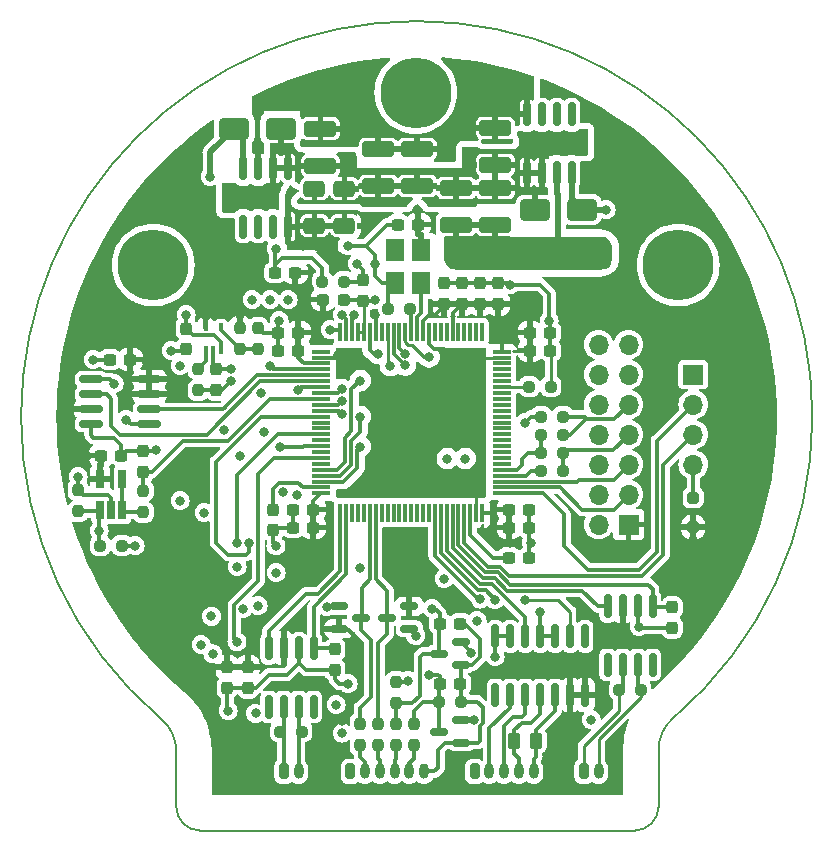
<source format=gbr>
%TF.GenerationSoftware,KiCad,Pcbnew,7.0.6*%
%TF.CreationDate,2024-03-18T21:13:23+03:00*%
%TF.ProjectId,_____ __________,1f3b3042-3020-4433-9f40-30323b353d38,rev?*%
%TF.SameCoordinates,Original*%
%TF.FileFunction,Copper,L1,Top*%
%TF.FilePolarity,Positive*%
%FSLAX46Y46*%
G04 Gerber Fmt 4.6, Leading zero omitted, Abs format (unit mm)*
G04 Created by KiCad (PCBNEW 7.0.6) date 2024-03-18 21:13:23*
%MOMM*%
%LPD*%
G01*
G04 APERTURE LIST*
G04 Aperture macros list*
%AMRoundRect*
0 Rectangle with rounded corners*
0 $1 Rounding radius*
0 $2 $3 $4 $5 $6 $7 $8 $9 X,Y pos of 4 corners*
0 Add a 4 corners polygon primitive as box body*
4,1,4,$2,$3,$4,$5,$6,$7,$8,$9,$2,$3,0*
0 Add four circle primitives for the rounded corners*
1,1,$1+$1,$2,$3*
1,1,$1+$1,$4,$5*
1,1,$1+$1,$6,$7*
1,1,$1+$1,$8,$9*
0 Add four rect primitives between the rounded corners*
20,1,$1+$1,$2,$3,$4,$5,0*
20,1,$1+$1,$4,$5,$6,$7,0*
20,1,$1+$1,$6,$7,$8,$9,0*
20,1,$1+$1,$8,$9,$2,$3,0*%
G04 Aperture macros list end*
%TA.AperFunction,SMDPad,CuDef*%
%ADD10RoundRect,0.237500X-0.250000X-0.237500X0.250000X-0.237500X0.250000X0.237500X-0.250000X0.237500X0*%
%TD*%
%TA.AperFunction,SMDPad,CuDef*%
%ADD11RoundRect,0.150000X-0.150000X0.825000X-0.150000X-0.825000X0.150000X-0.825000X0.150000X0.825000X0*%
%TD*%
%TA.AperFunction,ComponentPad*%
%ADD12R,1.700000X1.700000*%
%TD*%
%TA.AperFunction,ComponentPad*%
%ADD13O,1.700000X1.700000*%
%TD*%
%TA.AperFunction,ComponentPad*%
%ADD14RoundRect,0.200000X-0.200000X-0.450000X0.200000X-0.450000X0.200000X0.450000X-0.200000X0.450000X0*%
%TD*%
%TA.AperFunction,ComponentPad*%
%ADD15O,0.800000X1.300000*%
%TD*%
%TA.AperFunction,SMDPad,CuDef*%
%ADD16RoundRect,0.237500X-0.237500X0.300000X-0.237500X-0.300000X0.237500X-0.300000X0.237500X0.300000X0*%
%TD*%
%TA.AperFunction,SMDPad,CuDef*%
%ADD17R,1.650000X1.950000*%
%TD*%
%TA.AperFunction,SMDPad,CuDef*%
%ADD18RoundRect,0.250000X0.250000X-0.250000X0.250000X0.250000X-0.250000X0.250000X-0.250000X-0.250000X0*%
%TD*%
%TA.AperFunction,SMDPad,CuDef*%
%ADD19RoundRect,0.237500X0.250000X0.237500X-0.250000X0.237500X-0.250000X-0.237500X0.250000X-0.237500X0*%
%TD*%
%TA.AperFunction,SMDPad,CuDef*%
%ADD20RoundRect,0.237500X0.237500X-0.300000X0.237500X0.300000X-0.237500X0.300000X-0.237500X-0.300000X0*%
%TD*%
%TA.AperFunction,SMDPad,CuDef*%
%ADD21RoundRect,0.237500X-0.287500X-0.237500X0.287500X-0.237500X0.287500X0.237500X-0.287500X0.237500X0*%
%TD*%
%TA.AperFunction,SMDPad,CuDef*%
%ADD22RoundRect,0.237500X-0.300000X-0.237500X0.300000X-0.237500X0.300000X0.237500X-0.300000X0.237500X0*%
%TD*%
%TA.AperFunction,ComponentPad*%
%ADD23C,6.000000*%
%TD*%
%TA.AperFunction,SMDPad,CuDef*%
%ADD24RoundRect,0.250000X-1.100000X0.412500X-1.100000X-0.412500X1.100000X-0.412500X1.100000X0.412500X0*%
%TD*%
%TA.AperFunction,SMDPad,CuDef*%
%ADD25RoundRect,0.237500X0.237500X-0.250000X0.237500X0.250000X-0.237500X0.250000X-0.237500X-0.250000X0*%
%TD*%
%TA.AperFunction,SMDPad,CuDef*%
%ADD26RoundRect,0.237500X0.300000X0.237500X-0.300000X0.237500X-0.300000X-0.237500X0.300000X-0.237500X0*%
%TD*%
%TA.AperFunction,SMDPad,CuDef*%
%ADD27R,0.400000X0.650000*%
%TD*%
%TA.AperFunction,SMDPad,CuDef*%
%ADD28RoundRect,0.150000X0.587500X0.150000X-0.587500X0.150000X-0.587500X-0.150000X0.587500X-0.150000X0*%
%TD*%
%TA.AperFunction,SMDPad,CuDef*%
%ADD29RoundRect,0.250000X1.000000X0.650000X-1.000000X0.650000X-1.000000X-0.650000X1.000000X-0.650000X0*%
%TD*%
%TA.AperFunction,SMDPad,CuDef*%
%ADD30RoundRect,0.250000X-0.262500X-0.450000X0.262500X-0.450000X0.262500X0.450000X-0.262500X0.450000X0*%
%TD*%
%TA.AperFunction,SMDPad,CuDef*%
%ADD31RoundRect,0.250000X1.100000X-0.412500X1.100000X0.412500X-1.100000X0.412500X-1.100000X-0.412500X0*%
%TD*%
%TA.AperFunction,SMDPad,CuDef*%
%ADD32RoundRect,0.150000X0.150000X-0.825000X0.150000X0.825000X-0.150000X0.825000X-0.150000X-0.825000X0*%
%TD*%
%TA.AperFunction,SMDPad,CuDef*%
%ADD33RoundRect,0.237500X-0.237500X0.250000X-0.237500X-0.250000X0.237500X-0.250000X0.237500X0.250000X0*%
%TD*%
%TA.AperFunction,SMDPad,CuDef*%
%ADD34RoundRect,0.250000X-1.000000X-0.650000X1.000000X-0.650000X1.000000X0.650000X-1.000000X0.650000X0*%
%TD*%
%TA.AperFunction,SMDPad,CuDef*%
%ADD35RoundRect,0.250000X0.650000X-0.412500X0.650000X0.412500X-0.650000X0.412500X-0.650000X-0.412500X0*%
%TD*%
%TA.AperFunction,SMDPad,CuDef*%
%ADD36RoundRect,0.150000X-0.587500X-0.150000X0.587500X-0.150000X0.587500X0.150000X-0.587500X0.150000X0*%
%TD*%
%TA.AperFunction,SMDPad,CuDef*%
%ADD37RoundRect,0.150000X-0.825000X-0.150000X0.825000X-0.150000X0.825000X0.150000X-0.825000X0.150000X0*%
%TD*%
%TA.AperFunction,SMDPad,CuDef*%
%ADD38RoundRect,0.075000X-0.075000X0.725000X-0.075000X-0.725000X0.075000X-0.725000X0.075000X0.725000X0*%
%TD*%
%TA.AperFunction,SMDPad,CuDef*%
%ADD39RoundRect,0.075000X-0.725000X0.075000X-0.725000X-0.075000X0.725000X-0.075000X0.725000X0.075000X0*%
%TD*%
%TA.AperFunction,SMDPad,CuDef*%
%ADD40R,0.650000X1.560000*%
%TD*%
%TA.AperFunction,ViaPad*%
%ADD41C,0.800000*%
%TD*%
%TA.AperFunction,Conductor*%
%ADD42C,0.300000*%
%TD*%
%TA.AperFunction,Conductor*%
%ADD43C,0.250000*%
%TD*%
%TA.AperFunction,Conductor*%
%ADD44C,0.500000*%
%TD*%
%TA.AperFunction,Profile*%
%ADD45C,0.200000*%
%TD*%
G04 APERTURE END LIST*
D10*
%TO.P,R27,1*%
%TO.N,Net-(U7-PC4)*%
X165203500Y-95758000D03*
%TO.P,R27,2*%
%TO.N,OUT_MCU*%
X167028500Y-95758000D03*
%TD*%
D11*
%TO.P,U8,1,NC*%
%TO.N,unconnected-(U8-NC-Pad1)*%
X168910000Y-114365000D03*
%TO.P,U8,2,RO*%
%TO.N,RS_485_RX_MCU*%
X167640000Y-114365000D03*
%TO.P,U8,3,~{RE}*%
%TO.N,RS_485_Enable_MCU*%
X166370000Y-114365000D03*
%TO.P,U8,4,DE*%
X165100000Y-114365000D03*
%TO.P,U8,5,DI*%
%TO.N,RS_485_TX_MCU*%
X163830000Y-114365000D03*
%TO.P,U8,6,GND*%
%TO.N,GND*%
X162560000Y-114365000D03*
%TO.P,U8,7,GND*%
X161290000Y-114365000D03*
%TO.P,U8,8,NC*%
%TO.N,unconnected-(U8-NC-Pad8)*%
X161290000Y-119315000D03*
%TO.P,U8,9,Y*%
%TO.N,RS_485_Y*%
X162560000Y-119315000D03*
%TO.P,U8,10,Z*%
%TO.N,RS_485_Z*%
X163830000Y-119315000D03*
%TO.P,U8,11,B*%
%TO.N,RS_485_B*%
X165100000Y-119315000D03*
%TO.P,U8,12,A*%
%TO.N,RS_485_A*%
X166370000Y-119315000D03*
%TO.P,U8,13,VCC*%
%TO.N,+3.3V*%
X167640000Y-119315000D03*
%TO.P,U8,14,VCC*%
X168910000Y-119315000D03*
%TD*%
D12*
%TO.P,J10,1,Pin_1*%
%TO.N,GND*%
X178054000Y-92202000D03*
D13*
%TO.P,J10,2,Pin_2*%
%TO.N,SWCLK*%
X178054000Y-94742000D03*
%TO.P,J10,3,Pin_3*%
%TO.N,SWDIO*%
X178054000Y-97282000D03*
%TO.P,J10,4,Pin_4*%
%TO.N,Net-(D13-A)*%
X178054000Y-99822000D03*
%TD*%
D14*
%TO.P,J4,1,Pin_1*%
%TO.N,CAN1L*%
X168793000Y-125808000D03*
D15*
%TO.P,J4,2,Pin_2*%
%TO.N,CAN1H*%
X170043000Y-125808000D03*
%TD*%
D16*
%TO.P,C30,1*%
%TO.N,Net-(U7-VCAP_1)*%
X142494000Y-103632000D03*
%TO.P,C30,2*%
%TO.N,GND*%
X142494000Y-105357000D03*
%TD*%
D17*
%TO.P,U6,1,Standby*%
%TO.N,unconnected-(U6-Standby-Pad1)*%
X152824000Y-81683000D03*
%TO.P,U6,2,GND*%
%TO.N,GND*%
X152824000Y-84433000D03*
%TO.P,U6,3,Out*%
%TO.N,Net-(U6-Out)*%
X155024000Y-84433000D03*
%TO.P,U6,4,VDD*%
%TO.N,+3.3V*%
X155024000Y-81683000D03*
%TD*%
D10*
%TO.P,R29,1*%
%TO.N,Net-(U7-PC12)*%
X165203500Y-98806000D03*
%TO.P,R29,2*%
%TO.N,Angle_Sensor_SDIO_MCU*%
X167028500Y-98806000D03*
%TD*%
D18*
%TO.P,D13,1,K*%
%TO.N,+3.3V*%
X178054000Y-105116000D03*
%TO.P,D13,2,A*%
%TO.N,Net-(D13-A)*%
X178054000Y-102616000D03*
%TD*%
D19*
%TO.P,R32,1*%
%TO.N,+24V*%
X129690500Y-106680000D03*
%TO.P,R32,2*%
%TO.N,Net-(U10-+)*%
X127865500Y-106680000D03*
%TD*%
D20*
%TO.P,C21,1*%
%TO.N,+3.3V*%
X158496000Y-86206500D03*
%TO.P,C21,2*%
%TO.N,GND*%
X158496000Y-84481500D03*
%TD*%
D21*
%TO.P,FB1,1*%
%TO.N,+3.3V*%
X146699000Y-85852000D03*
%TO.P,FB1,2*%
%TO.N,+3.3VA*%
X148449000Y-85852000D03*
%TD*%
D22*
%TO.P,C16,1*%
%TO.N,GND*%
X153061500Y-79502000D03*
%TO.P,C16,2*%
%TO.N,+3.3V*%
X154786500Y-79502000D03*
%TD*%
D10*
%TO.P,R36,1*%
%TO.N,CAN2L*%
X143105500Y-122428000D03*
%TO.P,R36,2*%
%TO.N,CAN2H*%
X144930500Y-122428000D03*
%TD*%
D23*
%TO.P,J3,1,Pin_1*%
%TO.N,unconnected-(J3-Pin_1-Pad1)*%
X132334000Y-82931000D03*
%TD*%
D20*
%TO.P,C12,1*%
%TO.N,+3.3VA*%
X150114000Y-85952500D03*
%TO.P,C12,2*%
%TO.N,GNDA*%
X150114000Y-84227500D03*
%TD*%
D24*
%TO.P,C36,1*%
%TO.N,+12V*%
X161290000Y-71335500D03*
%TO.P,C36,2*%
%TO.N,GND*%
X161290000Y-74460500D03*
%TD*%
D22*
%TO.P,C29,1*%
%TO.N,+3.3V*%
X162459500Y-105156000D03*
%TO.P,C29,2*%
%TO.N,GND*%
X164184500Y-105156000D03*
%TD*%
D25*
%TO.P,R34,1*%
%TO.N,Net-(U10-+)*%
X125984000Y-103782500D03*
%TO.P,R34,2*%
%TO.N,GND*%
X125984000Y-101957500D03*
%TD*%
D26*
%TO.P,C55,1*%
%TO.N,GNDA*%
X158342500Y-113284000D03*
%TO.P,C55,2*%
%TO.N,Net-(D14-COM)*%
X156617500Y-113284000D03*
%TD*%
D27*
%TO.P,U4,1*%
%TO.N,Net-(R15-Pad1)*%
X136764000Y-90104000D03*
%TO.P,U4,2,V-*%
%TO.N,GND*%
X137414000Y-90104000D03*
%TO.P,U4,3,+*%
%TO.N,Net-(U4-+)*%
X138064000Y-90104000D03*
%TO.P,U4,4,-*%
%TO.N,Net-(U4--)*%
X138064000Y-88204000D03*
%TO.P,U4,5,V+*%
%TO.N,+3.3V*%
X136764000Y-88204000D03*
%TD*%
D22*
%TO.P,C19,1*%
%TO.N,+3.3V*%
X164237500Y-90170000D03*
%TO.P,C19,2*%
%TO.N,GND*%
X165962500Y-90170000D03*
%TD*%
D26*
%TO.P,C25,1*%
%TO.N,GNDA*%
X158342500Y-118364000D03*
%TO.P,C25,2*%
%TO.N,Net-(D4-COM)*%
X156617500Y-118364000D03*
%TD*%
D28*
%TO.P,D5,1,A*%
%TO.N,GND*%
X154021000Y-113726000D03*
%TO.P,D5,2,K*%
%TO.N,+3.3V*%
X154021000Y-111826000D03*
%TO.P,D5,3,COM*%
%TO.N,Net-(D5-COM)*%
X152146000Y-112776000D03*
%TD*%
D29*
%TO.P,D7,1,K*%
%TO.N,Net-(D7-K)*%
X168624000Y-78232000D03*
%TO.P,D7,2,A*%
%TO.N,GND*%
X164624000Y-78232000D03*
%TD*%
D24*
%TO.P,C39,1*%
%TO.N,+12V*%
X151384000Y-73113500D03*
%TO.P,C39,2*%
%TO.N,GND*%
X151384000Y-76238500D03*
%TD*%
D23*
%TO.P,J1,1,Pin_1*%
%TO.N,unconnected-(J1-Pin_1-Pad1)*%
X176784000Y-82931000D03*
%TD*%
D19*
%TO.P,R25,1*%
%TO.N,GNDA*%
X158392500Y-119888000D03*
%TO.P,R25,2*%
%TO.N,Net-(D4-COM)*%
X156567500Y-119888000D03*
%TD*%
D10*
%TO.P,R30,1*%
%TO.N,Net-(U7-PC12)*%
X165203500Y-97282000D03*
%TO.P,R30,2*%
%TO.N,OUT_MCU*%
X167028500Y-97282000D03*
%TD*%
D30*
%TO.P,R31,1*%
%TO.N,RS_485_B*%
X162917500Y-123190000D03*
%TO.P,R31,2*%
%TO.N,RS_485_A*%
X164742500Y-123190000D03*
%TD*%
D25*
%TO.P,R33,1*%
%TO.N,Net-(U10--)*%
X131506000Y-103862500D03*
%TO.P,R33,2*%
%TO.N,DC_Voltage_MCU*%
X131506000Y-102037500D03*
%TD*%
D20*
%TO.P,C20,1*%
%TO.N,+3.3V*%
X161544000Y-86206500D03*
%TO.P,C20,2*%
%TO.N,GND*%
X161544000Y-84481500D03*
%TD*%
D31*
%TO.P,C35,1*%
%TO.N,+24V*%
X161290000Y-79540500D03*
%TO.P,C35,2*%
%TO.N,GND*%
X161290000Y-76415500D03*
%TD*%
D26*
%TO.P,C28,1*%
%TO.N,+3.3V*%
X144626500Y-88646000D03*
%TO.P,C28,2*%
%TO.N,GND*%
X142901500Y-88646000D03*
%TD*%
D11*
%TO.P,D9,1,D*%
%TO.N,CAN1_TXD_MCU*%
X174625000Y-111825000D03*
%TO.P,D9,2,GND*%
%TO.N,GND*%
X173355000Y-111825000D03*
%TO.P,D9,3,Vcc*%
%TO.N,+3.3V*%
X172085000Y-111825000D03*
%TO.P,D9,4,R*%
%TO.N,CAN1_RXD_MCU*%
X170815000Y-111825000D03*
%TO.P,D9,5,NC*%
%TO.N,unconnected-(D9-NC-Pad5)*%
X170815000Y-116775000D03*
%TO.P,D9,6,CANL*%
%TO.N,CAN1L*%
X172085000Y-116775000D03*
%TO.P,D9,7,CANH*%
%TO.N,CAN1H*%
X173355000Y-116775000D03*
%TO.P,D9,8,NC*%
%TO.N,unconnected-(D9-NC-Pad8)*%
X174625000Y-116775000D03*
%TD*%
D26*
%TO.P,C54,1*%
%TO.N,+3.3V*%
X130402500Y-90932000D03*
%TO.P,C54,2*%
%TO.N,GND*%
X128677500Y-90932000D03*
%TD*%
D24*
%TO.P,C41,1*%
%TO.N,+12V*%
X154686000Y-73113500D03*
%TO.P,C41,2*%
%TO.N,GND*%
X154686000Y-76238500D03*
%TD*%
D32*
%TO.P,U11,1,NC*%
%TO.N,unconnected-(U11-NC-Pad1)*%
X139954000Y-79691000D03*
%TO.P,U11,2,NC*%
%TO.N,unconnected-(U11-NC-Pad2)*%
X141224000Y-79691000D03*
%TO.P,U11,3,NC*%
%TO.N,unconnected-(U11-NC-Pad3)*%
X142494000Y-79691000D03*
%TO.P,U11,4,FB*%
%TO.N,+3.3V*%
X143764000Y-79691000D03*
%TO.P,U11,5,~{ON}/OFF*%
%TO.N,GND*%
X143764000Y-74741000D03*
%TO.P,U11,6,GND*%
X142494000Y-74741000D03*
%TO.P,U11,7,VIN*%
%TO.N,+12V*%
X141224000Y-74741000D03*
%TO.P,U11,8,OUT*%
%TO.N,Net-(D8-K)*%
X139954000Y-74741000D03*
%TD*%
D20*
%TO.P,C9,1*%
%TO.N,Enable*%
X137668000Y-93472000D03*
%TO.P,C9,2*%
%TO.N,GND*%
X137668000Y-91747000D03*
%TD*%
D25*
%TO.P,R14,1*%
%TO.N,Net-(U4--)*%
X141224000Y-90066500D03*
%TO.P,R14,2*%
%TO.N,GND*%
X141224000Y-88241500D03*
%TD*%
D33*
%TO.P,R39,1*%
%TO.N,Net-(D15-COM)*%
X149860000Y-121769500D03*
%TO.P,R39,2*%
%TO.N,Digital_input2*%
X149860000Y-123594500D03*
%TD*%
D31*
%TO.P,C34,1*%
%TO.N,+24V*%
X157988000Y-79540500D03*
%TO.P,C34,2*%
%TO.N,GND*%
X157988000Y-76415500D03*
%TD*%
D14*
%TO.P,J9,1,Pin_1*%
%TO.N,GND*%
X149021000Y-125808000D03*
D15*
%TO.P,J9,2,Pin_2*%
%TO.N,Digital_input2*%
X150271000Y-125808000D03*
%TO.P,J9,3,Pin_3*%
%TO.N,Digital_input1*%
X151521000Y-125808000D03*
%TO.P,J9,4,Pin_4*%
%TO.N,Analog_Input2*%
X152771000Y-125808000D03*
%TO.P,J9,5,Pin_5*%
%TO.N,Analog_Input1*%
X154021000Y-125808000D03*
%TO.P,J9,6,Pin_6*%
%TO.N,GNDA*%
X155271000Y-125808000D03*
%TD*%
D22*
%TO.P,C33,1*%
%TO.N,+3.3V*%
X127915500Y-99060000D03*
%TO.P,C33,2*%
%TO.N,GND*%
X129640500Y-99060000D03*
%TD*%
D20*
%TO.P,C51,1*%
%TO.N,GND*%
X138583500Y-118718500D03*
%TO.P,C51,2*%
%TO.N,+3.3V*%
X138583500Y-116993500D03*
%TD*%
D33*
%TO.P,R38,1*%
%TO.N,GNDA*%
X152908000Y-118213500D03*
%TO.P,R38,2*%
%TO.N,Net-(D14-COM)*%
X152908000Y-120038500D03*
%TD*%
D23*
%TO.P,J2,1,Pin_1*%
%TO.N,unconnected-(J2-Pin_1-Pad1)*%
X154559000Y-68326000D03*
%TD*%
D22*
%TO.P,C31,1*%
%TO.N,Net-(U7-VCAP_2)*%
X162459500Y-107696000D03*
%TO.P,C31,2*%
%TO.N,GND*%
X164184500Y-107696000D03*
%TD*%
D33*
%TO.P,R26,1*%
%TO.N,Net-(D5-COM)*%
X151384000Y-121769500D03*
%TO.P,R26,2*%
%TO.N,Digital_input1*%
X151384000Y-123594500D03*
%TD*%
D12*
%TO.P,J5,1,Pin_1*%
%TO.N,+3.3V*%
X172578000Y-104902000D03*
D13*
%TO.P,J5,2,Pin_2*%
%TO.N,GND*%
X170038000Y-104902000D03*
%TO.P,J5,3,Pin_3*%
%TO.N,Angle_Sensor_CS_MCU*%
X172578000Y-102362000D03*
%TO.P,J5,4,Pin_4*%
%TO.N,Temp_Coil_C_MCU*%
X170038000Y-102362000D03*
%TO.P,J5,5,Pin_5*%
%TO.N,Angle_Sensor_SCLK_MCU*%
X172578000Y-99822000D03*
%TO.P,J5,6,Pin_6*%
%TO.N,Temp_Coil_B_MCU*%
X170038000Y-99822000D03*
%TO.P,J5,7,Pin_7*%
%TO.N,Angle_Sensor_SDIO_MCU*%
X172578000Y-97282000D03*
%TO.P,J5,8,Pin_8*%
%TO.N,Temp_Coil_A_MCU*%
X170038000Y-97282000D03*
%TO.P,J5,9,Pin_9*%
%TO.N,OUT_MCU*%
X172578000Y-94742000D03*
%TO.P,J5,10,Pin_10*%
%TO.N,Current_C_MCU*%
X170038000Y-94742000D03*
%TO.P,J5,11,Pin_11*%
%TO.N,Current_B_MCU*%
X172578000Y-92202000D03*
%TO.P,J5,12,Pin_12*%
%TO.N,Current_A_MCU*%
X170038000Y-92202000D03*
%TO.P,J5,13,Pin_13*%
%TO.N,+3.3VA*%
X172578000Y-89662000D03*
%TO.P,J5,14,Pin_14*%
%TO.N,GNDA*%
X170038000Y-89662000D03*
%TD*%
D26*
%TO.P,C27,1*%
%TO.N,+3.3V*%
X144626500Y-90170000D03*
%TO.P,C27,2*%
%TO.N,GND*%
X142901500Y-90170000D03*
%TD*%
%TO.P,C22,1*%
%TO.N,+3.3V*%
X145896500Y-105156000D03*
%TO.P,C22,2*%
%TO.N,GND*%
X144171500Y-105156000D03*
%TD*%
D34*
%TO.P,D8,1,K*%
%TO.N,Net-(D8-K)*%
X139163000Y-71374000D03*
%TO.P,D8,2,A*%
%TO.N,GND*%
X143163000Y-71374000D03*
%TD*%
D11*
%TO.P,D10,1,D*%
%TO.N,CAN2_TXD_MCU*%
X145923000Y-115381000D03*
%TO.P,D10,2,GND*%
%TO.N,GND*%
X144653000Y-115381000D03*
%TO.P,D10,3,Vcc*%
%TO.N,+3.3V*%
X143383000Y-115381000D03*
%TO.P,D10,4,R*%
%TO.N,CAN2_RXD_MCU*%
X142113000Y-115381000D03*
%TO.P,D10,5,NC*%
%TO.N,unconnected-(D10-NC-Pad5)*%
X142113000Y-120331000D03*
%TO.P,D10,6,CANL*%
%TO.N,CAN2L*%
X143383000Y-120331000D03*
%TO.P,D10,7,CANH*%
%TO.N,CAN2H*%
X144653000Y-120331000D03*
%TO.P,D10,8,NC*%
%TO.N,unconnected-(D10-NC-Pad8)*%
X145923000Y-120331000D03*
%TD*%
D10*
%TO.P,R35,1*%
%TO.N,CAN1L*%
X171807500Y-118872000D03*
%TO.P,R35,2*%
%TO.N,CAN1H*%
X173632500Y-118872000D03*
%TD*%
D20*
%TO.P,C23,1*%
%TO.N,+3.3V*%
X156972000Y-86206500D03*
%TO.P,C23,2*%
%TO.N,GND*%
X156972000Y-84481500D03*
%TD*%
D28*
%TO.P,D4,1,A*%
%TO.N,GNDA*%
X158417500Y-123378000D03*
%TO.P,D4,2,K*%
%TO.N,+3.3VA*%
X158417500Y-121478000D03*
%TO.P,D4,3,COM*%
%TO.N,Net-(D4-COM)*%
X156542500Y-122428000D03*
%TD*%
D22*
%TO.P,C18,1*%
%TO.N,+3.3V*%
X162459500Y-103632000D03*
%TO.P,C18,2*%
%TO.N,GND*%
X164184500Y-103632000D03*
%TD*%
D20*
%TO.P,C50,1*%
%TO.N,GND*%
X140361500Y-118718500D03*
%TO.P,C50,2*%
%TO.N,+3.3V*%
X140361500Y-116993500D03*
%TD*%
D35*
%TO.P,C42,1*%
%TO.N,+3.3V*%
X145989000Y-79594500D03*
%TO.P,C42,2*%
%TO.N,GND*%
X145989000Y-76469500D03*
%TD*%
D14*
%TO.P,J7,1,Pin_1*%
%TO.N,GND*%
X159552000Y-125808000D03*
D15*
%TO.P,J7,2,Pin_2*%
%TO.N,RS_485_Y*%
X160802000Y-125808000D03*
%TO.P,J7,3,Pin_3*%
%TO.N,RS_485_Z*%
X162052000Y-125808000D03*
%TO.P,J7,4,Pin_4*%
%TO.N,RS_485_B*%
X163302000Y-125808000D03*
%TO.P,J7,5,Pin_5*%
%TO.N,RS_485_A*%
X164552000Y-125808000D03*
%TD*%
D14*
%TO.P,J6,1,Pin_1*%
%TO.N,CAN2L*%
X143393000Y-125808000D03*
D15*
%TO.P,J6,2,Pin_2*%
%TO.N,CAN2H*%
X144643000Y-125808000D03*
%TD*%
D25*
%TO.P,R24,1*%
%TO.N,Analog_Input1*%
X154432000Y-123594500D03*
%TO.P,R24,2*%
%TO.N,Net-(D4-COM)*%
X154432000Y-121769500D03*
%TD*%
D28*
%TO.P,D14,1,A*%
%TO.N,GNDA*%
X158417500Y-116774000D03*
%TO.P,D14,2,K*%
%TO.N,+3.3VA*%
X158417500Y-114874000D03*
%TO.P,D14,3,COM*%
%TO.N,Net-(D14-COM)*%
X156542500Y-115824000D03*
%TD*%
D19*
%TO.P,R21,1*%
%TO.N,GND*%
X166012500Y-93218000D03*
%TO.P,R21,2*%
%TO.N,BOOT0*%
X164187500Y-93218000D03*
%TD*%
D36*
%TO.P,D15,1,A*%
%TO.N,GND*%
X148033500Y-111826000D03*
%TO.P,D15,2,K*%
%TO.N,+3.3V*%
X148033500Y-113726000D03*
%TO.P,D15,3,COM*%
%TO.N,Net-(D15-COM)*%
X149908500Y-112776000D03*
%TD*%
D37*
%TO.P,U12,1,~{CS}*%
%TO.N,EEPROM_~{CS_MCU}*%
X127065000Y-92583000D03*
%TO.P,U12,2,MISO*%
%TO.N,EEPROM_MISO_MCU*%
X127065000Y-93853000D03*
%TO.P,U12,3,~{WP}*%
%TO.N,+3.3V*%
X127065000Y-95123000D03*
%TO.P,U12,4,GND*%
%TO.N,GND*%
X127065000Y-96393000D03*
%TO.P,U12,5,MOSI*%
%TO.N,EEPROM_MOSI_MCU*%
X132015000Y-96393000D03*
%TO.P,U12,6,SCK*%
%TO.N,EEPROM_SCK_MCU*%
X132015000Y-95123000D03*
%TO.P,U12,7,~{HOLD}*%
%TO.N,+3.3V*%
X132015000Y-93853000D03*
%TO.P,U12,8,VCC*%
X132015000Y-92583000D03*
%TD*%
D33*
%TO.P,R13,1*%
%TO.N,+3.3V*%
X139700000Y-88241500D03*
%TO.P,R13,2*%
%TO.N,Net-(U4--)*%
X139700000Y-90066500D03*
%TD*%
D22*
%TO.P,C17,1*%
%TO.N,+3.3V*%
X164237500Y-88646000D03*
%TO.P,C17,2*%
%TO.N,GND*%
X165962500Y-88646000D03*
%TD*%
D26*
%TO.P,C11,1*%
%TO.N,+3.3V*%
X144372500Y-83566000D03*
%TO.P,C11,2*%
%TO.N,GND*%
X142647500Y-83566000D03*
%TD*%
D33*
%TO.P,R15,1*%
%TO.N,Net-(R15-Pad1)*%
X136144000Y-91697000D03*
%TO.P,R15,2*%
%TO.N,Enable*%
X136144000Y-93522000D03*
%TD*%
D20*
%TO.P,C45,1*%
%TO.N,GND*%
X147727500Y-117194500D03*
%TO.P,C45,2*%
%TO.N,CAN2_TXD_MCU*%
X147727500Y-115469500D03*
%TD*%
D38*
%TO.P,U7,1,PE2*%
%TO.N,unconnected-(U7-PE2-Pad1)*%
X160178000Y-88591000D03*
%TO.P,U7,2,PE3*%
%TO.N,unconnected-(U7-PE3-Pad2)*%
X159678000Y-88591000D03*
%TO.P,U7,3,PE4*%
%TO.N,unconnected-(U7-PE4-Pad3)*%
X159178000Y-88591000D03*
%TO.P,U7,4,PE5*%
%TO.N,unconnected-(U7-PE5-Pad4)*%
X158678000Y-88591000D03*
%TO.P,U7,5,PE6*%
%TO.N,unconnected-(U7-PE6-Pad5)*%
X158178000Y-88591000D03*
%TO.P,U7,6,VBAT*%
%TO.N,+3.3V*%
X157678000Y-88591000D03*
%TO.P,U7,7,PC13*%
%TO.N,unconnected-(U7-PC13-Pad7)*%
X157178000Y-88591000D03*
%TO.P,U7,8,PC14*%
%TO.N,unconnected-(U7-PC14-Pad8)*%
X156678000Y-88591000D03*
%TO.P,U7,9,PC15*%
%TO.N,unconnected-(U7-PC15-Pad9)*%
X156178000Y-88591000D03*
%TO.P,U7,10,VSS*%
%TO.N,GND*%
X155678000Y-88591000D03*
%TO.P,U7,11,VDD*%
%TO.N,+3.3V*%
X155178000Y-88591000D03*
%TO.P,U7,12,PH0*%
%TO.N,Net-(U6-Out)*%
X154678000Y-88591000D03*
%TO.P,U7,13,PH1*%
%TO.N,Net-(U7-PH1)*%
X154178000Y-88591000D03*
%TO.P,U7,14,NRST*%
%TO.N,NRST*%
X153678000Y-88591000D03*
%TO.P,U7,15,PC0*%
%TO.N,Current_A_MCU*%
X153178000Y-88591000D03*
%TO.P,U7,16,PC1*%
%TO.N,Current_B_MCU*%
X152678000Y-88591000D03*
%TO.P,U7,17,PC2*%
%TO.N,Current_C_MCU*%
X152178000Y-88591000D03*
%TO.P,U7,18,PC3*%
%TO.N,unconnected-(U7-PC3-Pad18)*%
X151678000Y-88591000D03*
%TO.P,U7,19,VDD*%
%TO.N,+3.3V*%
X151178000Y-88591000D03*
%TO.P,U7,20,VSSA*%
%TO.N,GNDA*%
X150678000Y-88591000D03*
%TO.P,U7,21,VREF+*%
%TO.N,+3.3VA*%
X150178000Y-88591000D03*
%TO.P,U7,22,VDDA*%
X149678000Y-88591000D03*
%TO.P,U7,23,PA0*%
%TO.N,Temp_Coil_A_MCU*%
X149178000Y-88591000D03*
%TO.P,U7,24,PA1*%
%TO.N,Temp_Coil_B_MCU*%
X148678000Y-88591000D03*
%TO.P,U7,25,PA2*%
%TO.N,Temp_Coil_C_MCU*%
X148178000Y-88591000D03*
D39*
%TO.P,U7,26,PA3*%
%TO.N,unconnected-(U7-PA3-Pad26)*%
X146503000Y-90266000D03*
%TO.P,U7,27,VSS*%
%TO.N,GND*%
X146503000Y-90766000D03*
%TO.P,U7,28,VDD*%
%TO.N,+3.3V*%
X146503000Y-91266000D03*
%TO.P,U7,29,PA4*%
%TO.N,EEPROM_~{CS_MCU}*%
X146503000Y-91766000D03*
%TO.P,U7,30,PA5*%
%TO.N,EEPROM_SCK_MCU*%
X146503000Y-92266000D03*
%TO.P,U7,31,PA6*%
%TO.N,EEPROM_MISO_MCU*%
X146503000Y-92766000D03*
%TO.P,U7,32,PA7*%
%TO.N,EEPROM_MOSI_MCU*%
X146503000Y-93266000D03*
%TO.P,U7,33,PC4*%
%TO.N,Net-(U7-PC4)*%
X146503000Y-93766000D03*
%TO.P,U7,34,PC5*%
%TO.N,DC_Voltage_MCU*%
X146503000Y-94266000D03*
%TO.P,U7,35,PB0*%
%TO.N,Net-(D4-COM)*%
X146503000Y-94766000D03*
%TO.P,U7,36,PB1*%
%TO.N,Net-(D14-COM)*%
X146503000Y-95266000D03*
%TO.P,U7,37,PB2*%
%TO.N,Enable*%
X146503000Y-95766000D03*
%TO.P,U7,38,PE7*%
%TO.N,unconnected-(U7-PE7-Pad38)*%
X146503000Y-96266000D03*
%TO.P,U7,39,PE8*%
%TO.N,unconnected-(U7-PE8-Pad39)*%
X146503000Y-96766000D03*
%TO.P,U7,40,PE9*%
%TO.N,IN_A*%
X146503000Y-97266000D03*
%TO.P,U7,41,PE10*%
%TO.N,unconnected-(U7-PE10-Pad41)*%
X146503000Y-97766000D03*
%TO.P,U7,42,PE11*%
%TO.N,IN_B*%
X146503000Y-98266000D03*
%TO.P,U7,43,PE12*%
%TO.N,unconnected-(U7-PE12-Pad43)*%
X146503000Y-98766000D03*
%TO.P,U7,44,PE13*%
%TO.N,IN_C*%
X146503000Y-99266000D03*
%TO.P,U7,45,PE14*%
%TO.N,unconnected-(U7-PE14-Pad45)*%
X146503000Y-99766000D03*
%TO.P,U7,46,PE15*%
%TO.N,Temperature_Power_~{OS}_MCU*%
X146503000Y-100266000D03*
%TO.P,U7,47,PB10*%
%TO.N,Temperature_Power_SCL_MCU*%
X146503000Y-100766000D03*
%TO.P,U7,48,PB11*%
%TO.N,Temperature_Power_SDA_MCU*%
X146503000Y-101266000D03*
%TO.P,U7,49,VCAP_1*%
%TO.N,Net-(U7-VCAP_1)*%
X146503000Y-101766000D03*
%TO.P,U7,50,VDD*%
%TO.N,+3.3V*%
X146503000Y-102266000D03*
D38*
%TO.P,U7,51,PB12*%
%TO.N,CAN2_RXD_MCU*%
X148178000Y-103941000D03*
%TO.P,U7,52,PB13*%
%TO.N,CAN2_TXD_MCU*%
X148678000Y-103941000D03*
%TO.P,U7,53,PB14*%
%TO.N,unconnected-(U7-PB14-Pad53)*%
X149178000Y-103941000D03*
%TO.P,U7,54,PB15*%
%TO.N,unconnected-(U7-PB15-Pad54)*%
X149678000Y-103941000D03*
%TO.P,U7,55,PD8*%
%TO.N,unconnected-(U7-PD8-Pad55)*%
X150178000Y-103941000D03*
%TO.P,U7,56,PD9*%
%TO.N,Net-(D15-COM)*%
X150678000Y-103941000D03*
%TO.P,U7,57,PD10*%
%TO.N,Net-(D5-COM)*%
X151178000Y-103941000D03*
%TO.P,U7,58,PD11*%
%TO.N,unconnected-(U7-PD11-Pad58)*%
X151678000Y-103941000D03*
%TO.P,U7,59,PD12*%
%TO.N,unconnected-(U7-PD12-Pad59)*%
X152178000Y-103941000D03*
%TO.P,U7,60,PD13*%
%TO.N,unconnected-(U7-PD13-Pad60)*%
X152678000Y-103941000D03*
%TO.P,U7,61,PD14*%
%TO.N,unconnected-(U7-PD14-Pad61)*%
X153178000Y-103941000D03*
%TO.P,U7,62,PD15*%
%TO.N,unconnected-(U7-PD15-Pad62)*%
X153678000Y-103941000D03*
%TO.P,U7,63,PC6*%
%TO.N,unconnected-(U7-PC6-Pad63)*%
X154178000Y-103941000D03*
%TO.P,U7,64,PC7*%
%TO.N,unconnected-(U7-PC7-Pad64)*%
X154678000Y-103941000D03*
%TO.P,U7,65,PC8*%
%TO.N,unconnected-(U7-PC8-Pad65)*%
X155178000Y-103941000D03*
%TO.P,U7,66,PC9*%
%TO.N,unconnected-(U7-PC9-Pad66)*%
X155678000Y-103941000D03*
%TO.P,U7,67,PA8*%
%TO.N,RS_485_Enable_MCU*%
X156178000Y-103941000D03*
%TO.P,U7,68,PA9*%
%TO.N,RS_485_RX_MCU*%
X156678000Y-103941000D03*
%TO.P,U7,69,PA10*%
%TO.N,RS_485_TX_MCU*%
X157178000Y-103941000D03*
%TO.P,U7,70,PA11*%
%TO.N,CAN1_RXD_MCU*%
X157678000Y-103941000D03*
%TO.P,U7,71,PA12*%
%TO.N,CAN1_TXD_MCU*%
X158178000Y-103941000D03*
%TO.P,U7,72,PA13*%
%TO.N,SWDIO*%
X158678000Y-103941000D03*
%TO.P,U7,73,VCAP_2*%
%TO.N,Net-(U7-VCAP_2)*%
X159178000Y-103941000D03*
%TO.P,U7,74,VSS*%
%TO.N,GND*%
X159678000Y-103941000D03*
%TO.P,U7,75,VDD*%
%TO.N,+3.3V*%
X160178000Y-103941000D03*
D39*
%TO.P,U7,76,PA14*%
%TO.N,SWCLK*%
X161853000Y-102266000D03*
%TO.P,U7,77,PA15*%
%TO.N,Angle_Sensor_CS_MCU*%
X161853000Y-101766000D03*
%TO.P,U7,78,PC10*%
%TO.N,Angle_Sensor_SCLK_MCU*%
X161853000Y-101266000D03*
%TO.P,U7,79,PC11*%
%TO.N,Net-(U7-PC11)*%
X161853000Y-100766000D03*
%TO.P,U7,80,PC12*%
%TO.N,Net-(U7-PC12)*%
X161853000Y-100266000D03*
%TO.P,U7,81,PD0*%
%TO.N,unconnected-(U7-PD0-Pad81)*%
X161853000Y-99766000D03*
%TO.P,U7,82,PD1*%
%TO.N,unconnected-(U7-PD1-Pad82)*%
X161853000Y-99266000D03*
%TO.P,U7,83,PD2*%
%TO.N,unconnected-(U7-PD2-Pad83)*%
X161853000Y-98766000D03*
%TO.P,U7,84,PD3*%
%TO.N,unconnected-(U7-PD3-Pad84)*%
X161853000Y-98266000D03*
%TO.P,U7,85,PD4*%
%TO.N,unconnected-(U7-PD4-Pad85)*%
X161853000Y-97766000D03*
%TO.P,U7,86,PD5*%
%TO.N,unconnected-(U7-PD5-Pad86)*%
X161853000Y-97266000D03*
%TO.P,U7,87,PD6*%
%TO.N,unconnected-(U7-PD6-Pad87)*%
X161853000Y-96766000D03*
%TO.P,U7,88,PD7*%
%TO.N,unconnected-(U7-PD7-Pad88)*%
X161853000Y-96266000D03*
%TO.P,U7,89,PB3*%
%TO.N,unconnected-(U7-PB3-Pad89)*%
X161853000Y-95766000D03*
%TO.P,U7,90,PB4*%
%TO.N,unconnected-(U7-PB4-Pad90)*%
X161853000Y-95266000D03*
%TO.P,U7,91,PB5*%
%TO.N,unconnected-(U7-PB5-Pad91)*%
X161853000Y-94766000D03*
%TO.P,U7,92,PB6*%
%TO.N,unconnected-(U7-PB6-Pad92)*%
X161853000Y-94266000D03*
%TO.P,U7,93,PB7*%
%TO.N,unconnected-(U7-PB7-Pad93)*%
X161853000Y-93766000D03*
%TO.P,U7,94,BOOT0*%
%TO.N,BOOT0*%
X161853000Y-93266000D03*
%TO.P,U7,95,PB8*%
%TO.N,unconnected-(U7-PB8-Pad95)*%
X161853000Y-92766000D03*
%TO.P,U7,96,PB9*%
%TO.N,unconnected-(U7-PB9-Pad96)*%
X161853000Y-92266000D03*
%TO.P,U7,97,PE0*%
%TO.N,unconnected-(U7-PE0-Pad97)*%
X161853000Y-91766000D03*
%TO.P,U7,98,PE1*%
%TO.N,unconnected-(U7-PE1-Pad98)*%
X161853000Y-91266000D03*
%TO.P,U7,99,VSS*%
%TO.N,GND*%
X161853000Y-90766000D03*
%TO.P,U7,100,VDD*%
%TO.N,+3.3V*%
X161853000Y-90266000D03*
%TD*%
D20*
%TO.P,C24,1*%
%TO.N,+3.3V*%
X160020000Y-86206500D03*
%TO.P,C24,2*%
%TO.N,GND*%
X160020000Y-84481500D03*
%TD*%
%TO.P,C44,1*%
%TO.N,GND*%
X176276000Y-113638500D03*
%TO.P,C44,2*%
%TO.N,CAN1_TXD_MCU*%
X176276000Y-111913500D03*
%TD*%
D24*
%TO.P,C40,1*%
%TO.N,+12V*%
X146497000Y-71389500D03*
%TO.P,C40,2*%
%TO.N,GND*%
X146497000Y-74514500D03*
%TD*%
D10*
%TO.P,R20,1*%
%TO.N,GND*%
X146661500Y-84328000D03*
%TO.P,R20,2*%
%TO.N,GNDA*%
X148486500Y-84328000D03*
%TD*%
D26*
%TO.P,C26,1*%
%TO.N,+3.3V*%
X145896500Y-103632000D03*
%TO.P,C26,2*%
%TO.N,GND*%
X144171500Y-103632000D03*
%TD*%
D20*
%TO.P,C38,1*%
%TO.N,DC_Voltage_MCU*%
X131506000Y-100430500D03*
%TO.P,C38,2*%
%TO.N,GND*%
X131506000Y-98705500D03*
%TD*%
D11*
%TO.P,U9,1,NC*%
%TO.N,unconnected-(U9-NC-Pad1)*%
X167767000Y-70169000D03*
%TO.P,U9,2,NC*%
%TO.N,unconnected-(U9-NC-Pad2)*%
X166497000Y-70169000D03*
%TO.P,U9,3,NC*%
%TO.N,unconnected-(U9-NC-Pad3)*%
X165227000Y-70169000D03*
%TO.P,U9,4,FB*%
%TO.N,+12V*%
X163957000Y-70169000D03*
%TO.P,U9,5,~{ON}/OFF*%
%TO.N,GND*%
X163957000Y-75119000D03*
%TO.P,U9,6,GND*%
X165227000Y-75119000D03*
%TO.P,U9,7,VIN*%
%TO.N,+24V*%
X166497000Y-75119000D03*
%TO.P,U9,8,OUT*%
%TO.N,Net-(D7-K)*%
X167767000Y-75119000D03*
%TD*%
D16*
%TO.P,C10,1*%
%TO.N,Net-(U4-+)*%
X135128000Y-88318000D03*
%TO.P,C10,2*%
%TO.N,GND*%
X135128000Y-90043000D03*
%TD*%
D35*
%TO.P,C43,1*%
%TO.N,+3.3V*%
X148529000Y-79594500D03*
%TO.P,C43,2*%
%TO.N,GND*%
X148529000Y-76469500D03*
%TD*%
D25*
%TO.P,R37,1*%
%TO.N,Analog_Input2*%
X152908000Y-123594500D03*
%TO.P,R37,2*%
%TO.N,Net-(D14-COM)*%
X152908000Y-121769500D03*
%TD*%
D10*
%TO.P,R28,1*%
%TO.N,Net-(U7-PC11)*%
X165203500Y-100330000D03*
%TO.P,R28,2*%
%TO.N,Angle_Sensor_SDIO_MCU*%
X167028500Y-100330000D03*
%TD*%
D19*
%TO.P,R23,1*%
%TO.N,Net-(U7-PH1)*%
X154074500Y-86614000D03*
%TO.P,R23,2*%
%TO.N,GND*%
X152249500Y-86614000D03*
%TD*%
D40*
%TO.P,U10,1,+*%
%TO.N,Net-(U10-+)*%
X127828000Y-103712000D03*
%TO.P,U10,2,V-*%
%TO.N,GND*%
X128778000Y-103712000D03*
%TO.P,U10,3,-*%
%TO.N,Net-(U10--)*%
X129728000Y-103712000D03*
%TO.P,U10,4*%
X129728000Y-101012000D03*
%TO.P,U10,5,V+*%
%TO.N,+3.3V*%
X127828000Y-101012000D03*
%TD*%
D41*
%TO.N,GND*%
X138684000Y-120650000D03*
X151130000Y-82804000D03*
X136652000Y-103886000D03*
X148844000Y-118364000D03*
X138938000Y-91694000D03*
X173482000Y-113538000D03*
X125984000Y-100838000D03*
X159766000Y-102108000D03*
X161290000Y-116078000D03*
X142727561Y-106703516D03*
X148844000Y-81280000D03*
X133858000Y-90170000D03*
X137265023Y-112670977D03*
X143002000Y-87630000D03*
X141732000Y-97028000D03*
X159766000Y-101092000D03*
X148844000Y-74422000D03*
X154559000Y-114300000D03*
X165862000Y-87630000D03*
X162560000Y-84582000D03*
X138302647Y-96900646D03*
X142748000Y-81534000D03*
X127254000Y-90932000D03*
X160020000Y-90678000D03*
X147024477Y-111845477D03*
X132588000Y-98552000D03*
X169418000Y-121412000D03*
X159004000Y-74422000D03*
X147941673Y-90516500D03*
X164338000Y-106426000D03*
X159766000Y-100076000D03*
%TO.N,A*%
X139446000Y-108458000D03*
X156972000Y-109474000D03*
X141224000Y-111760000D03*
%TO.N,B*%
X144526000Y-102362000D03*
X139700000Y-99060000D03*
X157226000Y-99314000D03*
%TO.N,C*%
X137392023Y-115845977D03*
X149860000Y-108585000D03*
X147828000Y-120142000D03*
%TO.N,+24V*%
X170688000Y-82804000D03*
X159766000Y-113030000D03*
X130810000Y-106680000D03*
%TO.N,+12V*%
X141001682Y-120882379D03*
X134620000Y-102870000D03*
X148844000Y-71628000D03*
X148844000Y-70612000D03*
X136398000Y-115062000D03*
X142748000Y-108966000D03*
X158750000Y-71374000D03*
X148844000Y-69596000D03*
X143287454Y-102120500D03*
%TO.N,Enable*%
X138938000Y-92722500D03*
X140462000Y-106426000D03*
X141478000Y-93726000D03*
X139954000Y-112014000D03*
%TO.N,IN_A*%
X139446000Y-106426000D03*
%TO.N,IN_B*%
X143107023Y-98298000D03*
%TO.N,IN_C*%
X139424023Y-114829977D03*
%TO.N,+3.3V*%
X167640000Y-117602000D03*
X154686000Y-78232000D03*
X154686000Y-105537000D03*
X136764000Y-87234000D03*
X125349000Y-95123000D03*
X144018000Y-76708000D03*
X126746000Y-99060000D03*
X137414000Y-120650000D03*
X145542000Y-84836000D03*
X171958000Y-113538000D03*
X162560000Y-106426000D03*
X164084000Y-86614000D03*
X139700000Y-87122000D03*
X145034000Y-81280000D03*
X151130000Y-87122000D03*
X178054000Y-106172000D03*
X148336000Y-121539000D03*
X131826000Y-91186000D03*
%TO.N,NRST*%
X155689061Y-90708863D03*
%TO.N,Temp_Coil_C_MCU*%
X147320000Y-88392000D03*
%TO.N,Temp_Coil_B_MCU*%
X148336000Y-87122000D03*
%TO.N,Temp_Coil_A_MCU*%
X149352000Y-87122000D03*
%TO.N,Net-(R16-Pad2)*%
X134620000Y-91440000D03*
X148336000Y-122555000D03*
%TO.N,Current_C_MCU*%
X152400000Y-91440000D03*
%TO.N,Current_B_MCU*%
X153670000Y-91423503D03*
%TO.N,RS_485_RX_MCU*%
X161290000Y-111252000D03*
X163830000Y-111252000D03*
%TO.N,RS_485_Enable_MCU*%
X160032500Y-111207693D03*
X165100000Y-112268000D03*
%TO.N,Current_A_MCU*%
X153670000Y-90424000D03*
%TO.N,GNDA*%
X153924000Y-118110000D03*
X151384000Y-90424000D03*
X149606000Y-82804000D03*
%TO.N,+3.3VA*%
X159512000Y-121412000D03*
X159258500Y-115779546D03*
X151130000Y-85852000D03*
%TO.N,Temperature_Power_~{OS}_MCU*%
X143764000Y-85852000D03*
X149860000Y-92710000D03*
%TO.N,Temperature_Power_SCL_MCU*%
X140716000Y-85852000D03*
X149860000Y-95758000D03*
%TO.N,Temperature_Power_SDA_MCU*%
X149860000Y-98298000D03*
X142240000Y-85852000D03*
%TO.N,EEPROM_~{CS_MCU}*%
X142240000Y-91516500D03*
X129032000Y-92964000D03*
%TO.N,EEPROM_MOSI_MCU*%
X144581440Y-93516500D03*
X130048000Y-96012000D03*
%TO.N,Net-(U4-+)*%
X135128000Y-87122000D03*
%TO.N,Net-(D4-COM)*%
X155702000Y-117602000D03*
X148313669Y-94465669D03*
%TO.N,Net-(U10-+)*%
X127762000Y-105410000D03*
%TO.N,Net-(D7-K)*%
X170688000Y-78232000D03*
%TO.N,Net-(D8-K)*%
X137160000Y-75438000D03*
%TO.N,Net-(U7-PC4)*%
X158750000Y-99314000D03*
X163830000Y-96266000D03*
X148286582Y-93466536D03*
%TO.N,Net-(D14-COM)*%
X155956000Y-112014000D03*
X148336000Y-95504000D03*
%TD*%
D42*
%TO.N,GND*%
X156083000Y-90043000D02*
X155678000Y-89638000D01*
X147727500Y-117194500D02*
X145288000Y-117194500D01*
X165962500Y-87730500D02*
X165862000Y-87630000D01*
X161544000Y-84481500D02*
X160020000Y-84481500D01*
X138583500Y-120549500D02*
X138583500Y-118718500D01*
X147043954Y-111826000D02*
X148033500Y-111826000D01*
X147024477Y-111845477D02*
X147043954Y-111826000D01*
D43*
X160362000Y-90766000D02*
X161853000Y-90766000D01*
D42*
X151130000Y-83820000D02*
X151743000Y-84433000D01*
X164184500Y-106272500D02*
X164338000Y-106426000D01*
X144679500Y-116586000D02*
X144679500Y-115407500D01*
X127065000Y-97347000D02*
X127254000Y-97536000D01*
X137414000Y-91493000D02*
X137668000Y-91747000D01*
X176276000Y-113638500D02*
X173582500Y-113638500D01*
D43*
X159678000Y-102196000D02*
X159766000Y-102108000D01*
D42*
X144679500Y-115407500D02*
X144653000Y-115381000D01*
X152249500Y-85007500D02*
X152824000Y-84433000D01*
X142901500Y-87730500D02*
X143002000Y-87630000D01*
X150368000Y-81280000D02*
X148844000Y-81280000D01*
X133858000Y-90170000D02*
X135001000Y-90170000D01*
X164184500Y-106579500D02*
X164338000Y-106426000D01*
X148844000Y-118364000D02*
X148082000Y-118364000D01*
X135001000Y-90170000D02*
X135128000Y-90043000D01*
X165862000Y-85344000D02*
X165862000Y-87630000D01*
X143256000Y-82296000D02*
X145796000Y-82296000D01*
X137668000Y-91747000D02*
X138885000Y-91747000D01*
X147692173Y-90766000D02*
X147941673Y-90516500D01*
X165962500Y-88646000D02*
X165962500Y-87730500D01*
X165100000Y-84582000D02*
X165862000Y-85344000D01*
X141628500Y-88646000D02*
X141224000Y-88241500D01*
X173582500Y-113638500D02*
X173482000Y-113538000D01*
X137414000Y-90104000D02*
X137414000Y-91493000D01*
X145796000Y-82296000D02*
X146661500Y-83161500D01*
X142901500Y-90170000D02*
X142901500Y-88646000D01*
X132434500Y-98705500D02*
X132588000Y-98552000D01*
X165962500Y-90170000D02*
X165962500Y-88646000D01*
X151130000Y-82042000D02*
X150368000Y-81280000D01*
X173355000Y-111825000D02*
X173355000Y-113411000D01*
X144171500Y-105156000D02*
X142695000Y-105156000D01*
X128778000Y-102632000D02*
X128508000Y-102362000D01*
X138684000Y-120650000D02*
X138583500Y-120549500D01*
X142647500Y-81634500D02*
X142647500Y-83566000D01*
X151130000Y-82804000D02*
X151130000Y-83820000D01*
X156083000Y-90043000D02*
X156972000Y-90043000D01*
X127254000Y-97536000D02*
X129032000Y-97536000D01*
X164184500Y-107696000D02*
X164184500Y-106579500D01*
X162459500Y-84481500D02*
X162560000Y-84582000D01*
X127065000Y-96393000D02*
X127065000Y-97347000D01*
X154559000Y-114300000D02*
X154559000Y-114264000D01*
X162560000Y-114365000D02*
X161290000Y-114365000D01*
X144653000Y-116585053D02*
X144653000Y-115381000D01*
X154559000Y-114264000D02*
X154021000Y-113726000D01*
X125984000Y-101957500D02*
X125984000Y-100838000D01*
X147727500Y-118009500D02*
X147727500Y-117194500D01*
X138583500Y-118718500D02*
X140361500Y-118718500D01*
X152249500Y-86614000D02*
X152249500Y-85007500D01*
X129032000Y-97536000D02*
X129640500Y-98144500D01*
X129640500Y-98144500D02*
X129640500Y-99060000D01*
X158496000Y-84481500D02*
X160020000Y-84481500D01*
X161544000Y-84481500D02*
X162459500Y-84481500D01*
X129995000Y-98705500D02*
X129640500Y-99060000D01*
X164184500Y-105156000D02*
X164184500Y-106272500D01*
X156972000Y-84481500D02*
X158496000Y-84481500D01*
X142901500Y-88646000D02*
X142901500Y-87730500D01*
X143663500Y-117602000D02*
X144679500Y-116586000D01*
X126388500Y-102362000D02*
X125984000Y-101957500D01*
X148082000Y-118364000D02*
X147727500Y-118009500D01*
X151743000Y-84433000D02*
X152824000Y-84433000D01*
X144171500Y-103632000D02*
X144171500Y-105156000D01*
X146503000Y-90766000D02*
X147692173Y-90766000D01*
X173355000Y-113411000D02*
X173482000Y-113538000D01*
X153061500Y-79502000D02*
X152146000Y-79502000D01*
X128677500Y-90932000D02*
X127254000Y-90932000D01*
X162560000Y-84582000D02*
X165100000Y-84582000D01*
X142647500Y-82904500D02*
X143256000Y-82296000D01*
D43*
X166012500Y-90220000D02*
X165962500Y-90170000D01*
D42*
X140361500Y-118718500D02*
X141023000Y-118718500D01*
X138885000Y-91747000D02*
X138938000Y-91694000D01*
X142695000Y-105156000D02*
X142494000Y-105357000D01*
D43*
X166012500Y-93218000D02*
X166012500Y-90220000D01*
D42*
X146661500Y-83161500D02*
X146661500Y-84328000D01*
X152146000Y-79502000D02*
X150368000Y-81280000D01*
X142494000Y-106469955D02*
X142727561Y-106703516D01*
X131506000Y-98705500D02*
X129995000Y-98705500D01*
X142139500Y-117602000D02*
X143663500Y-117602000D01*
X151130000Y-82804000D02*
X151130000Y-82042000D01*
X131506000Y-98705500D02*
X132434500Y-98705500D01*
X145288000Y-117194500D02*
X144679500Y-116586000D01*
X128508000Y-102362000D02*
X126388500Y-102362000D01*
X142901500Y-88646000D02*
X141628500Y-88646000D01*
X142748000Y-81534000D02*
X142647500Y-81634500D01*
X142494000Y-105357000D02*
X142494000Y-106469955D01*
X141023000Y-118718500D02*
X142139500Y-117602000D01*
X161290000Y-114365000D02*
X161290000Y-116078000D01*
X142647500Y-83566000D02*
X142647500Y-82904500D01*
X164184500Y-103632000D02*
X164184500Y-105156000D01*
X128778000Y-103712000D02*
X128778000Y-102632000D01*
D43*
X159678000Y-103941000D02*
X159678000Y-102196000D01*
D42*
X155678000Y-89638000D02*
X155678000Y-88591000D01*
D44*
%TO.N,+24V*%
X166624000Y-76962000D02*
X166624000Y-80772000D01*
X166497000Y-76835000D02*
X166624000Y-76962000D01*
D42*
X129690500Y-106680000D02*
X130810000Y-106680000D01*
D44*
X166497000Y-75119000D02*
X166497000Y-76835000D01*
D43*
%TO.N,BOOT0*%
X164139500Y-93266000D02*
X164187500Y-93218000D01*
X161853000Y-93266000D02*
X164139500Y-93266000D01*
D42*
%TO.N,Enable*%
X141470000Y-95766000D02*
X146503000Y-95766000D01*
X137668000Y-99568000D02*
X141470000Y-95766000D01*
X140208000Y-107442000D02*
X138684000Y-107442000D01*
X138188500Y-93472000D02*
X138938000Y-92722500D01*
X138684000Y-107442000D02*
X137668000Y-106426000D01*
X140462000Y-106426000D02*
X140462000Y-107188000D01*
X137668000Y-93472000D02*
X138188500Y-93472000D01*
X137668000Y-106426000D02*
X137668000Y-99568000D01*
X136144000Y-93522000D02*
X137618000Y-93522000D01*
X140462000Y-107188000D02*
X140208000Y-107442000D01*
%TO.N,SWCLK*%
X161853000Y-102266000D02*
X165357425Y-102266000D01*
X165357425Y-102266000D02*
X167132000Y-104040575D01*
X169164000Y-108712000D02*
X167132000Y-106680000D01*
X169164000Y-108712000D02*
X173482000Y-108712000D01*
X173482000Y-108712000D02*
X175006000Y-107188000D01*
X175006000Y-97790000D02*
X178054000Y-94742000D01*
X167132000Y-104040575D02*
X167132000Y-106680000D01*
X175006000Y-107188000D02*
X175006000Y-97790000D01*
%TO.N,SWDIO*%
X162460575Y-109220000D02*
X161698575Y-108458000D01*
X178054000Y-97282000D02*
X175514000Y-99822000D01*
X161698575Y-108458000D02*
X160672212Y-108458000D01*
X175514000Y-107442000D02*
X173736000Y-109220000D01*
X175514000Y-99822000D02*
X175514000Y-107442000D01*
X160672212Y-108458000D02*
X158678000Y-106463788D01*
X173736000Y-109220000D02*
X162460575Y-109220000D01*
X158678000Y-106463788D02*
X158678000Y-103941000D01*
%TO.N,IN_A*%
X146503000Y-97266000D02*
X142929385Y-97266000D01*
X142929385Y-97266000D02*
X139446000Y-100749385D01*
X139446000Y-100749385D02*
X139446000Y-106426000D01*
%TO.N,IN_B*%
X143107023Y-98298000D02*
X145034000Y-98298000D01*
X145034000Y-98298000D02*
X145066000Y-98266000D01*
X145066000Y-98266000D02*
X146503000Y-98266000D01*
%TO.N,IN_C*%
X139204000Y-111703339D02*
X139204000Y-114609954D01*
X142542000Y-99266000D02*
X141224000Y-100584000D01*
X139204000Y-114609954D02*
X139424023Y-114829977D01*
X146503000Y-99266000D02*
X142542000Y-99266000D01*
X141224000Y-109683339D02*
X139204000Y-111703339D01*
X141224000Y-100584000D02*
X141224000Y-109683339D01*
%TO.N,+3.3V*%
X156083000Y-87222500D02*
X157099000Y-86206500D01*
X164084000Y-86614000D02*
X164237500Y-86767500D01*
X144626500Y-90778500D02*
X144626500Y-90170000D01*
X157678000Y-88591000D02*
X157678000Y-87024500D01*
D44*
X143764000Y-79691000D02*
X143764000Y-76962000D01*
D42*
X127828000Y-99147500D02*
X127915500Y-99060000D01*
X151178000Y-87170000D02*
X151130000Y-87122000D01*
D44*
X145989000Y-79594500D02*
X148529000Y-79594500D01*
D42*
X144526000Y-83719500D02*
X144372500Y-83566000D01*
X157678000Y-87024500D02*
X158496000Y-86206500D01*
X156083000Y-87249000D02*
X156083000Y-87222500D01*
X155618959Y-87249000D02*
X156083000Y-87249000D01*
X164141500Y-90266000D02*
X164237500Y-90170000D01*
X155178000Y-88591000D02*
X155178000Y-87689959D01*
X131826000Y-91186000D02*
X132015000Y-91375000D01*
X178054000Y-105116000D02*
X178054000Y-106172000D01*
X149225000Y-114173000D02*
X149225000Y-114427000D01*
X146503000Y-91266000D02*
X145114000Y-91266000D01*
X143409500Y-115407500D02*
X143383000Y-115381000D01*
X154686000Y-78232000D02*
X154786500Y-78332500D01*
X145896500Y-103632000D02*
X145896500Y-102872500D01*
D44*
X143764000Y-76962000D02*
X144018000Y-76708000D01*
D42*
X145114000Y-91266000D02*
X144626500Y-90778500D01*
X151178000Y-88591000D02*
X151178000Y-87170000D01*
X155178000Y-87689959D02*
X155618959Y-87249000D01*
X162150500Y-103941000D02*
X162459500Y-103632000D01*
X145896500Y-103632000D02*
X145896500Y-105156000D01*
X160233000Y-103886000D02*
X160178000Y-103941000D01*
X145896500Y-102872500D02*
X146503000Y-102266000D01*
X154786500Y-81445500D02*
X155024000Y-81683000D01*
X164237500Y-88646000D02*
X164237500Y-90170000D01*
X148778000Y-113726000D02*
X149225000Y-114173000D01*
X148033500Y-113726000D02*
X148778000Y-113726000D01*
X162459500Y-106325500D02*
X162560000Y-106426000D01*
X172085000Y-113411000D02*
X171958000Y-113538000D01*
D43*
%TO.N,NRST*%
X153937315Y-89716000D02*
X154232000Y-89716000D01*
X155689061Y-90708863D02*
X155224863Y-90708863D01*
X153678000Y-88591000D02*
X153678000Y-89456685D01*
X153678000Y-89456685D02*
X153937315Y-89716000D01*
X154232000Y-89716000D02*
X155224863Y-90708863D01*
D42*
%TO.N,Temp_Coil_C_MCU*%
X147320000Y-88392000D02*
X147979000Y-88392000D01*
X147979000Y-88392000D02*
X148178000Y-88591000D01*
%TO.N,Temp_Coil_B_MCU*%
X148336000Y-87122000D02*
X148678000Y-87464000D01*
X148678000Y-87464000D02*
X148678000Y-88591000D01*
%TO.N,Temp_Coil_A_MCU*%
X149178000Y-87296000D02*
X149178000Y-88591000D01*
X149352000Y-87122000D02*
X149178000Y-87296000D01*
%TO.N,DC_Voltage_MCU*%
X138684000Y-97790000D02*
X134829339Y-97790000D01*
X142208000Y-94266000D02*
X138684000Y-97790000D01*
X132188839Y-100430500D02*
X131506000Y-100430500D01*
X146503000Y-94266000D02*
X142208000Y-94266000D01*
X134829339Y-97790000D02*
X132188839Y-100430500D01*
X131506000Y-102037500D02*
X131506000Y-100430500D01*
D43*
%TO.N,Current_C_MCU*%
X152400000Y-91440000D02*
X152178000Y-91218000D01*
X152178000Y-91218000D02*
X152178000Y-88591000D01*
D42*
%TO.N,Current_B_MCU*%
X152678000Y-90492661D02*
X152678000Y-88591000D01*
X153670000Y-91423503D02*
X153420497Y-91174000D01*
X153420497Y-91174000D02*
X153359339Y-91174000D01*
X153359339Y-91174000D02*
X152678000Y-90492661D01*
%TO.N,RS_485_B*%
X163302000Y-124694000D02*
X163302000Y-125808000D01*
X162917500Y-124309500D02*
X163302000Y-124694000D01*
X165100000Y-119315000D02*
X165100000Y-120904000D01*
X165100000Y-120904000D02*
X164338000Y-121666000D01*
X162917500Y-123190000D02*
X162917500Y-124309500D01*
X164338000Y-121666000D02*
X163576000Y-121666000D01*
X162917500Y-122324500D02*
X162917500Y-123190000D01*
X163576000Y-121666000D02*
X162917500Y-122324500D01*
%TO.N,RS_485_A*%
X166370000Y-120650000D02*
X164742500Y-122277500D01*
X164742500Y-123190000D02*
X164742500Y-124563500D01*
X164742500Y-124563500D02*
X164552000Y-124754000D01*
X166370000Y-119315000D02*
X166370000Y-120650000D01*
X164552000Y-124754000D02*
X164552000Y-125808000D01*
X164742500Y-122277500D02*
X164742500Y-123190000D01*
%TO.N,RS_485_RX_MCU*%
X156678000Y-107329894D02*
X159805799Y-110457693D01*
D43*
X163830000Y-111252000D02*
X166624000Y-111252000D01*
X166624000Y-111252000D02*
X167640000Y-112268000D01*
D42*
X156678000Y-103941000D02*
X156678000Y-107329894D01*
X159805799Y-110457693D02*
X160495693Y-110457693D01*
X160495693Y-110457693D02*
X161290000Y-111252000D01*
D43*
X167640000Y-112268000D02*
X167640000Y-114365000D01*
D42*
%TO.N,RS_485_Enable_MCU*%
X166370000Y-114365000D02*
X165100000Y-114365000D01*
X160032500Y-111207693D02*
X159848693Y-111207693D01*
X165100000Y-114365000D02*
X165100000Y-112268000D01*
X156178000Y-107537000D02*
X156178000Y-103941000D01*
X159848693Y-111207693D02*
X156178000Y-107537000D01*
%TO.N,RS_485_TX_MCU*%
X163830000Y-112731339D02*
X161056354Y-109957693D01*
X160012905Y-109957693D02*
X157178000Y-107122788D01*
X161056354Y-109957693D02*
X160012905Y-109957693D01*
X163830000Y-114365000D02*
X163830000Y-112731339D01*
X157178000Y-107122788D02*
X157178000Y-103941000D01*
%TO.N,RS_485_Y*%
X162560000Y-120396000D02*
X160802000Y-122154000D01*
X162560000Y-119315000D02*
X162560000Y-120396000D01*
X160802000Y-122154000D02*
X160802000Y-125808000D01*
%TO.N,RS_485_Z*%
X163576000Y-121158000D02*
X162814000Y-121158000D01*
X162814000Y-121158000D02*
X162052000Y-121920000D01*
X163830000Y-119315000D02*
X163830000Y-120904000D01*
X162052000Y-121920000D02*
X162052000Y-125808000D01*
X163830000Y-120904000D02*
X163576000Y-121158000D01*
D43*
%TO.N,CAN1H*%
X173632500Y-119483500D02*
X173632500Y-118872000D01*
D42*
X173355000Y-116775000D02*
X173355000Y-118594500D01*
D43*
X170043000Y-123073000D02*
X173632500Y-119483500D01*
X170043000Y-125808000D02*
X170043000Y-123073000D01*
D42*
X173355000Y-118594500D02*
X173632500Y-118872000D01*
D43*
%TO.N,CAN1L*%
X171807500Y-120672104D02*
X171807500Y-118872000D01*
D42*
X172085000Y-118594500D02*
X171807500Y-118872000D01*
D43*
X168793000Y-125808000D02*
X168793000Y-123686604D01*
D42*
X172085000Y-116775000D02*
X172085000Y-118594500D01*
D43*
X168793000Y-123686604D02*
X171807500Y-120672104D01*
D42*
%TO.N,CAN2H*%
X144643000Y-122715500D02*
X144930500Y-122428000D01*
X144643000Y-125808000D02*
X144643000Y-122715500D01*
X144653000Y-120331000D02*
X144653000Y-122150500D01*
X144653000Y-122150500D02*
X144930500Y-122428000D01*
%TO.N,CAN2L*%
X143383000Y-122150500D02*
X143105500Y-122428000D01*
X143393000Y-122715500D02*
X143105500Y-122428000D01*
X143383000Y-120331000D02*
X143383000Y-122150500D01*
X143393000Y-125808000D02*
X143393000Y-122715500D01*
%TO.N,CAN2_TXD_MCU*%
X145923000Y-115381000D02*
X145923000Y-111887000D01*
X148678000Y-109132000D02*
X148678000Y-103941000D01*
X145923000Y-111887000D02*
X148678000Y-109132000D01*
X145923000Y-115381000D02*
X147639000Y-115381000D01*
X147639000Y-115381000D02*
X147727500Y-115469500D01*
%TO.N,CAN2_RXD_MCU*%
X146304000Y-110744000D02*
X145288000Y-110744000D01*
X148178000Y-108870000D02*
X146304000Y-110744000D01*
X148178000Y-103941000D02*
X148178000Y-108870000D01*
X145288000Y-110744000D02*
X142113000Y-113919000D01*
X142113000Y-113919000D02*
X142113000Y-115381000D01*
%TO.N,CAN1_TXD_MCU*%
X174625000Y-111825000D02*
X174625000Y-110363000D01*
X174244000Y-109982000D02*
X162560000Y-109982000D01*
X158178000Y-106670894D02*
X158178000Y-103941000D01*
X162515469Y-109982000D02*
X161491162Y-108957693D01*
X161491162Y-108957693D02*
X160464799Y-108957693D01*
X174713500Y-111913500D02*
X174625000Y-111825000D01*
X174625000Y-110363000D02*
X174244000Y-109982000D01*
X162560000Y-109982000D02*
X162515469Y-109982000D01*
X176276000Y-111913500D02*
X174713500Y-111913500D01*
X160464799Y-108957693D02*
X158178000Y-106670894D01*
%TO.N,CAN1_RXD_MCU*%
X161263460Y-109457693D02*
X160257693Y-109457693D01*
X162295767Y-110490000D02*
X161263460Y-109457693D01*
X170815000Y-111825000D02*
X169991000Y-111825000D01*
X169991000Y-111825000D02*
X168656000Y-110490000D01*
X157678000Y-106878000D02*
X157678000Y-103941000D01*
X160257693Y-109457693D02*
X157678000Y-106878000D01*
X168656000Y-110490000D02*
X162295767Y-110490000D01*
%TO.N,Current_A_MCU*%
X153178000Y-89932000D02*
X153178000Y-88591000D01*
X153670000Y-90424000D02*
X153178000Y-89932000D01*
%TO.N,Digital_input1*%
X151521000Y-125808000D02*
X151521000Y-124851000D01*
X151521000Y-124851000D02*
X151384000Y-124714000D01*
X151384000Y-124714000D02*
X151384000Y-123594500D01*
%TO.N,Analog_Input1*%
X154432000Y-124714000D02*
X154432000Y-123594500D01*
X154021000Y-125125000D02*
X154432000Y-124714000D01*
X154021000Y-125808000D02*
X154021000Y-125125000D01*
%TO.N,GNDA*%
X148486500Y-84328000D02*
X150013500Y-84328000D01*
X150988000Y-90424000D02*
X150678000Y-90114000D01*
X152908000Y-118213500D02*
X153820500Y-118213500D01*
X157038000Y-123378000D02*
X156464000Y-123952000D01*
X160020000Y-121964661D02*
X160262000Y-121722661D01*
X159766000Y-119888000D02*
X158392500Y-119888000D01*
X159324000Y-116774000D02*
X160020000Y-116078000D01*
X156464000Y-125476000D02*
X156132000Y-125808000D01*
X158392500Y-118414000D02*
X158342500Y-118364000D01*
X158417500Y-116774000D02*
X158417500Y-118289000D01*
X158392500Y-119888000D02*
X158392500Y-118414000D01*
X160020000Y-116078000D02*
X160020000Y-114554000D01*
X151384000Y-90424000D02*
X150988000Y-90424000D01*
X158417500Y-116774000D02*
X159324000Y-116774000D01*
X160020000Y-114554000D02*
X158750000Y-113284000D01*
X158417500Y-123378000D02*
X159832000Y-123378000D01*
X160262000Y-120384000D02*
X159766000Y-119888000D01*
X150114000Y-83312000D02*
X149606000Y-82804000D01*
X160262000Y-121722661D02*
X160262000Y-120384000D01*
X156464000Y-123952000D02*
X156464000Y-125476000D01*
X153820500Y-118213500D02*
X153924000Y-118110000D01*
X150114000Y-84227500D02*
X150114000Y-83312000D01*
X159832000Y-123378000D02*
X160020000Y-123190000D01*
X156132000Y-125808000D02*
X155271000Y-125808000D01*
X158750000Y-113284000D02*
X158342500Y-113284000D01*
X150013500Y-84328000D02*
X150114000Y-84227500D01*
X150678000Y-90114000D02*
X150678000Y-88591000D01*
X160020000Y-123190000D02*
X160020000Y-121964661D01*
X158417500Y-123378000D02*
X157038000Y-123378000D01*
X158417500Y-118289000D02*
X158342500Y-118364000D01*
%TO.N,+3.3VA*%
X151029500Y-85952500D02*
X151130000Y-85852000D01*
D43*
X150178000Y-88591000D02*
X150178000Y-86015500D01*
X150178000Y-88591000D02*
X149678000Y-88591000D01*
D44*
X158417500Y-121478000D02*
X159446000Y-121478000D01*
D42*
X159258500Y-115715000D02*
X158417500Y-114874000D01*
X159258500Y-115779546D02*
X159258500Y-115715000D01*
X150114000Y-85952500D02*
X151029500Y-85952500D01*
D44*
X159446000Y-121478000D02*
X159512000Y-121412000D01*
D42*
X148449000Y-85852000D02*
X150013500Y-85852000D01*
%TO.N,Temperature_Power_~{OS}_MCU*%
X148590000Y-97536000D02*
X148590000Y-99568000D01*
X149860000Y-92710000D02*
X149110000Y-93460000D01*
X149110000Y-97016000D02*
X148590000Y-97536000D01*
X147892000Y-100266000D02*
X146503000Y-100266000D01*
X148590000Y-99568000D02*
X147892000Y-100266000D01*
X149110000Y-93460000D02*
X149110000Y-97016000D01*
%TO.N,Temperature_Power_SCL_MCU*%
X149098000Y-97790000D02*
X149860000Y-97028000D01*
X148154000Y-100766000D02*
X149098000Y-99822000D01*
X149098000Y-99822000D02*
X149098000Y-97790000D01*
X146503000Y-100766000D02*
X148154000Y-100766000D01*
X149860000Y-97028000D02*
X149860000Y-95758000D01*
%TO.N,Temperature_Power_SDA_MCU*%
X149606000Y-100076000D02*
X149606000Y-98552000D01*
X149606000Y-98552000D02*
X149860000Y-98298000D01*
X146503000Y-101266000D02*
X148416000Y-101266000D01*
X148416000Y-101266000D02*
X149606000Y-100076000D01*
%TO.N,Angle_Sensor_SCLK_MCU*%
X161853000Y-101266000D02*
X168228000Y-101266000D01*
X168228000Y-101266000D02*
X168402000Y-101092000D01*
X168402000Y-101092000D02*
X171308000Y-101092000D01*
X171308000Y-101092000D02*
X172578000Y-99822000D01*
%TO.N,Angle_Sensor_CS_MCU*%
X171308000Y-103632000D02*
X172578000Y-102362000D01*
X168656000Y-103632000D02*
X171308000Y-103632000D01*
X161853000Y-101766000D02*
X166790000Y-101766000D01*
X166790000Y-101766000D02*
X168656000Y-103632000D01*
%TO.N,Angle_Sensor_SDIO_MCU*%
X171238000Y-98622000D02*
X172578000Y-97282000D01*
X167028500Y-98806000D02*
X167028500Y-100330000D01*
X167212500Y-98622000D02*
X171238000Y-98622000D01*
X167028500Y-98806000D02*
X167212500Y-98622000D01*
%TO.N,EEPROM_~{CS_MCU}*%
X127065000Y-92583000D02*
X128651000Y-92583000D01*
X128651000Y-92583000D02*
X129032000Y-92964000D01*
X142489500Y-91766000D02*
X142240000Y-91516500D01*
X146503000Y-91766000D02*
X142489500Y-91766000D01*
%TO.N,EEPROM_MISO_MCU*%
X141377339Y-92766000D02*
X136861339Y-97282000D01*
X128397000Y-93853000D02*
X127065000Y-93853000D01*
X136861339Y-97282000D02*
X129540000Y-97282000D01*
X128778000Y-96520000D02*
X128778000Y-94234000D01*
X146503000Y-92766000D02*
X141377339Y-92766000D01*
X129540000Y-97282000D02*
X128778000Y-96520000D01*
X128778000Y-94234000D02*
X128397000Y-93853000D01*
%TO.N,EEPROM_MOSI_MCU*%
X130429000Y-96393000D02*
X130048000Y-96012000D01*
X132015000Y-96393000D02*
X130429000Y-96393000D01*
X146503000Y-93266000D02*
X144831940Y-93266000D01*
X144831940Y-93266000D02*
X144581440Y-93516500D01*
%TO.N,EEPROM_SCK_MCU*%
X132015000Y-95123000D02*
X138280670Y-95123000D01*
X138280670Y-95123000D02*
X138418835Y-94984835D01*
X141137669Y-92266000D02*
X146503000Y-92266000D01*
X138407669Y-94996000D02*
X138418835Y-94984835D01*
X138418835Y-94984835D02*
X141137669Y-92266000D01*
%TO.N,OUT_MCU*%
X169094000Y-95942000D02*
X169418000Y-95942000D01*
X168980000Y-95942000D02*
X169418000Y-95942000D01*
X167028500Y-95758000D02*
X168910000Y-95758000D01*
X167640000Y-97282000D02*
X168980000Y-95942000D01*
X168910000Y-95758000D02*
X169094000Y-95942000D01*
X171378000Y-95942000D02*
X172578000Y-94742000D01*
X167640000Y-97282000D02*
X167028500Y-97282000D01*
X169418000Y-95942000D02*
X171378000Y-95942000D01*
%TO.N,Net-(U4-+)*%
X138064000Y-89479000D02*
X137464000Y-88879000D01*
X137464000Y-88879000D02*
X135689000Y-88879000D01*
X135689000Y-88879000D02*
X135128000Y-88318000D01*
X135128000Y-87122000D02*
X135128000Y-88318000D01*
X138064000Y-90104000D02*
X138064000Y-89479000D01*
%TO.N,Net-(D4-COM)*%
X156464000Y-117602000D02*
X155702000Y-117602000D01*
X154432000Y-120650000D02*
X155194000Y-119888000D01*
X154432000Y-121769500D02*
X154432000Y-120650000D01*
X155194000Y-119888000D02*
X156567500Y-119888000D01*
X156567500Y-119888000D02*
X156567500Y-118414000D01*
X156542500Y-122428000D02*
X156542500Y-119913000D01*
X156617500Y-118364000D02*
X156617500Y-117755500D01*
X148013338Y-94766000D02*
X146503000Y-94766000D01*
X156567500Y-118414000D02*
X156617500Y-118364000D01*
X156617500Y-117755500D02*
X156464000Y-117602000D01*
X148313669Y-94465669D02*
X148013338Y-94766000D01*
%TO.N,Net-(U7-VCAP_1)*%
X142976793Y-101370500D02*
X142494000Y-101853293D01*
X144595161Y-101370500D02*
X142976793Y-101370500D01*
X144990661Y-101766000D02*
X144595161Y-101370500D01*
X146503000Y-101766000D02*
X144990661Y-101766000D01*
X142494000Y-101853293D02*
X142494000Y-103632000D01*
%TO.N,Net-(U7-VCAP_2)*%
X162459500Y-107696000D02*
X161118339Y-107696000D01*
X159178000Y-105755661D02*
X159178000Y-103941000D01*
X161118339Y-107696000D02*
X159178000Y-105755661D01*
%TO.N,Net-(U10-+)*%
X127757500Y-103782500D02*
X127828000Y-103712000D01*
X127762000Y-103778000D02*
X127762000Y-105410000D01*
X127762000Y-106576500D02*
X127865500Y-106680000D01*
X127762000Y-105410000D02*
X127762000Y-106576500D01*
X127828000Y-103712000D02*
X127762000Y-103778000D01*
X125984000Y-103782500D02*
X127757500Y-103782500D01*
%TO.N,Net-(D5-COM)*%
X152146000Y-114173000D02*
X152146000Y-112776000D01*
X151178000Y-103941000D02*
X151178000Y-109522000D01*
X151178000Y-109522000D02*
X152146000Y-110490000D01*
X151384000Y-121769500D02*
X151384000Y-114935000D01*
X151384000Y-114935000D02*
X152146000Y-114173000D01*
X152146000Y-110490000D02*
X152146000Y-112776000D01*
D44*
%TO.N,Net-(D7-K)*%
X170688000Y-78232000D02*
X168624000Y-78232000D01*
X167767000Y-75119000D02*
X167767000Y-77375000D01*
X167767000Y-77375000D02*
X168624000Y-78232000D01*
%TO.N,Net-(D8-K)*%
X137160000Y-75438000D02*
X137160000Y-73377000D01*
X139954000Y-74741000D02*
X139954000Y-72165000D01*
X139954000Y-72165000D02*
X139163000Y-71374000D01*
X137160000Y-73377000D02*
X139163000Y-71374000D01*
D42*
%TO.N,Net-(D13-A)*%
X178054000Y-99822000D02*
X178054000Y-102616000D01*
%TO.N,Net-(U4--)*%
X138064000Y-88430500D02*
X139700000Y-90066500D01*
X138064000Y-88204000D02*
X138064000Y-88430500D01*
X141224000Y-90066500D02*
X139700000Y-90066500D01*
%TO.N,Net-(R15-Pad1)*%
X136764000Y-90104000D02*
X136764000Y-91077000D01*
X136764000Y-91077000D02*
X136144000Y-91697000D01*
%TO.N,Net-(U7-PH1)*%
X154178000Y-86717500D02*
X154074500Y-86614000D01*
X154178000Y-88591000D02*
X154178000Y-86717500D01*
%TO.N,Net-(U7-PC4)*%
X147987118Y-93766000D02*
X148286582Y-93466536D01*
X146503000Y-93766000D02*
X147987118Y-93766000D01*
X164338000Y-95758000D02*
X163830000Y-96266000D01*
X165203500Y-95758000D02*
X164338000Y-95758000D01*
%TO.N,Net-(U7-PC11)*%
X163902000Y-100766000D02*
X164338000Y-100330000D01*
X164338000Y-100330000D02*
X165203500Y-100330000D01*
X161853000Y-100766000D02*
X163902000Y-100766000D01*
%TO.N,Net-(U7-PC12)*%
X163132000Y-100266000D02*
X163576000Y-99822000D01*
X165203500Y-97282000D02*
X165203500Y-98806000D01*
X161853000Y-100266000D02*
X163132000Y-100266000D01*
X163576000Y-99314000D02*
X164084000Y-98806000D01*
X164084000Y-98806000D02*
X165203500Y-98806000D01*
X163576000Y-99822000D02*
X163576000Y-99314000D01*
%TO.N,Net-(U10--)*%
X129878500Y-103862500D02*
X129728000Y-103712000D01*
X131506000Y-103862500D02*
X129878500Y-103862500D01*
X129728000Y-103712000D02*
X129728000Y-101012000D01*
%TO.N,Net-(U6-Out)*%
X155024000Y-86982850D02*
X155024000Y-84433000D01*
X154678000Y-88591000D02*
X154678000Y-87328850D01*
X154678000Y-87328850D02*
X155024000Y-86982850D01*
%TO.N,Net-(D14-COM)*%
X154940000Y-116078000D02*
X155194000Y-115824000D01*
X154281500Y-120038500D02*
X154940000Y-119380000D01*
X154940000Y-119380000D02*
X154940000Y-116078000D01*
X146503000Y-95266000D02*
X148098000Y-95266000D01*
X152908000Y-120038500D02*
X154281500Y-120038500D01*
X152908000Y-121769500D02*
X152908000Y-120038500D01*
X156617500Y-112421500D02*
X156617500Y-113284000D01*
X155194000Y-115824000D02*
X156542500Y-115824000D01*
X156542500Y-115824000D02*
X156542500Y-113359000D01*
X156210000Y-112014000D02*
X156617500Y-112421500D01*
X155956000Y-112014000D02*
X156210000Y-112014000D01*
X156542500Y-113359000D02*
X156617500Y-113284000D01*
X148098000Y-95266000D02*
X148336000Y-95504000D01*
%TO.N,Analog_Input2*%
X152771000Y-124851000D02*
X152908000Y-124714000D01*
X152771000Y-125808000D02*
X152771000Y-124851000D01*
X152908000Y-124714000D02*
X152908000Y-123594500D01*
%TO.N,Digital_input2*%
X150271000Y-125808000D02*
X150271000Y-124998000D01*
X150271000Y-124998000D02*
X149860000Y-124587000D01*
X149860000Y-124587000D02*
X149860000Y-123594500D01*
%TO.N,Net-(D15-COM)*%
X150749000Y-114681000D02*
X149908500Y-113840500D01*
X149860000Y-120396000D02*
X150749000Y-119507000D01*
X150678000Y-109545000D02*
X149987000Y-110236000D01*
X149987000Y-110236000D02*
X149987000Y-112697500D01*
X149987000Y-112697500D02*
X149908500Y-112776000D01*
X149860000Y-121769500D02*
X149860000Y-120396000D01*
X150749000Y-119507000D02*
X150749000Y-114681000D01*
X150678000Y-103941000D02*
X150678000Y-109545000D01*
X149908500Y-113840500D02*
X149908500Y-112776000D01*
%TD*%
%TA.AperFunction,Conductor*%
%TO.N,GND*%
G36*
X169107039Y-71393685D02*
G01*
X169152794Y-71446489D01*
X169164000Y-71498000D01*
X169164000Y-73536000D01*
X169144315Y-73603039D01*
X169091511Y-73648794D01*
X169040000Y-73660000D01*
X168084020Y-73660000D01*
X168049425Y-73655076D01*
X168035978Y-73651169D01*
X168019570Y-73646402D01*
X168019567Y-73646401D01*
X167982696Y-73643500D01*
X167982694Y-73643500D01*
X167551306Y-73643500D01*
X167551304Y-73643500D01*
X167514432Y-73646401D01*
X167514429Y-73646402D01*
X167493252Y-73652554D01*
X167484574Y-73655076D01*
X167449980Y-73660000D01*
X166814020Y-73660000D01*
X166779425Y-73655076D01*
X166765978Y-73651169D01*
X166749570Y-73646402D01*
X166749567Y-73646401D01*
X166712696Y-73643500D01*
X166712694Y-73643500D01*
X166281306Y-73643500D01*
X166281304Y-73643500D01*
X166244432Y-73646401D01*
X166244429Y-73646402D01*
X166223252Y-73652554D01*
X166214574Y-73655076D01*
X166179980Y-73660000D01*
X165862000Y-73660000D01*
X165862000Y-73807691D01*
X165842315Y-73874730D01*
X165833428Y-73885757D01*
X165833702Y-73885969D01*
X165828917Y-73892137D01*
X165826304Y-73896556D01*
X165775233Y-73944238D01*
X165706491Y-73956739D01*
X165645940Y-73933201D01*
X165589644Y-73891653D01*
X165477000Y-73852237D01*
X165477000Y-76385760D01*
X165581546Y-76349180D01*
X165651325Y-76345619D01*
X165711952Y-76380348D01*
X165744179Y-76442342D01*
X165746500Y-76466222D01*
X165746500Y-76771294D01*
X165745191Y-76789263D01*
X165741710Y-76813025D01*
X165746264Y-76865064D01*
X165746500Y-76870470D01*
X165746500Y-76878708D01*
X165746499Y-76878708D01*
X165748241Y-76893604D01*
X165736472Y-76962476D01*
X165689337Y-77014052D01*
X165625079Y-77032000D01*
X164874000Y-77032000D01*
X164874000Y-78358000D01*
X164854315Y-78425039D01*
X164801511Y-78470794D01*
X164750000Y-78482000D01*
X164498000Y-78482000D01*
X164430961Y-78462315D01*
X164385206Y-78409511D01*
X164374000Y-78358000D01*
X164374000Y-77032000D01*
X163580946Y-77032000D01*
X163492556Y-77042613D01*
X163351904Y-77098079D01*
X163231435Y-77189435D01*
X163140079Y-77309904D01*
X163084613Y-77450556D01*
X163074000Y-77538946D01*
X163074000Y-77600000D01*
X163054315Y-77667039D01*
X163001511Y-77712794D01*
X162950000Y-77724000D01*
X159766000Y-77724000D01*
X159766000Y-77179112D01*
X159797433Y-77220563D01*
X159917904Y-77311920D01*
X160058556Y-77367386D01*
X160146946Y-77378000D01*
X161040000Y-77378000D01*
X161040000Y-76665500D01*
X161540000Y-76665500D01*
X161540000Y-77378000D01*
X162433054Y-77378000D01*
X162521443Y-77367386D01*
X162662095Y-77311920D01*
X162782564Y-77220564D01*
X162873920Y-77100095D01*
X162929386Y-76959443D01*
X162940000Y-76871053D01*
X162940000Y-76665500D01*
X161540000Y-76665500D01*
X161040000Y-76665500D01*
X159766000Y-76665500D01*
X159766000Y-76165500D01*
X161040000Y-76165500D01*
X161040000Y-74710500D01*
X161540000Y-74710500D01*
X161540000Y-76165500D01*
X162940000Y-76165500D01*
X162940000Y-75959946D01*
X162929386Y-75871556D01*
X162873920Y-75730904D01*
X162782563Y-75610433D01*
X162685469Y-75536804D01*
X162643945Y-75480611D01*
X162639394Y-75410890D01*
X162662606Y-75369000D01*
X163357001Y-75369000D01*
X163357001Y-75998196D01*
X163359851Y-76028606D01*
X163404653Y-76156645D01*
X163485207Y-76265792D01*
X163594354Y-76346346D01*
X163707000Y-76385761D01*
X163707000Y-75369000D01*
X164207000Y-75369000D01*
X164207000Y-76385760D01*
X164319645Y-76346346D01*
X164428793Y-76265791D01*
X164492230Y-76179837D01*
X164547877Y-76137586D01*
X164617533Y-76132127D01*
X164679083Y-76165194D01*
X164691770Y-76179837D01*
X164755206Y-76265791D01*
X164864354Y-76346346D01*
X164977000Y-76385761D01*
X164977000Y-75369000D01*
X164207000Y-75369000D01*
X163707000Y-75369000D01*
X163357001Y-75369000D01*
X162662606Y-75369000D01*
X162673259Y-75349776D01*
X162685469Y-75339196D01*
X162782563Y-75265566D01*
X162873920Y-75145095D01*
X162929386Y-75004443D01*
X162940000Y-74916053D01*
X162940000Y-74869000D01*
X163357000Y-74869000D01*
X163707000Y-74869000D01*
X164207000Y-74869000D01*
X164977000Y-74869000D01*
X164977000Y-73852237D01*
X164976999Y-73852237D01*
X164864355Y-73891653D01*
X164755207Y-73972207D01*
X164691770Y-74058163D01*
X164636123Y-74100413D01*
X164566466Y-74105872D01*
X164504917Y-74072804D01*
X164492230Y-74058163D01*
X164428792Y-73972207D01*
X164319644Y-73891653D01*
X164207000Y-73852237D01*
X164207000Y-74869000D01*
X163707000Y-74869000D01*
X163707000Y-73852237D01*
X163706999Y-73852237D01*
X163594355Y-73891653D01*
X163485207Y-73972207D01*
X163404653Y-74081354D01*
X163359850Y-74209395D01*
X163359850Y-74209399D01*
X163357000Y-74239793D01*
X163357000Y-74869000D01*
X162940000Y-74869000D01*
X162940000Y-74710500D01*
X161540000Y-74710500D01*
X161040000Y-74710500D01*
X161040000Y-73498000D01*
X161540000Y-73498000D01*
X161540000Y-74210500D01*
X162940000Y-74210500D01*
X162940000Y-74004946D01*
X162929386Y-73916556D01*
X162873920Y-73775904D01*
X162782564Y-73655435D01*
X162662095Y-73564079D01*
X162521443Y-73508613D01*
X162433054Y-73498000D01*
X161540000Y-73498000D01*
X161040000Y-73498000D01*
X160146946Y-73498000D01*
X160058556Y-73508613D01*
X159917904Y-73564079D01*
X159797432Y-73655436D01*
X159766000Y-73696885D01*
X159766000Y-72915411D01*
X159773743Y-72917685D01*
X159801054Y-72942216D01*
X159801275Y-72942019D01*
X159803112Y-72944065D01*
X159803253Y-72944191D01*
X159803489Y-72944484D01*
X159803497Y-72944493D01*
X159840760Y-72981754D01*
X159840768Y-72981762D01*
X159924909Y-73049567D01*
X160055786Y-73109338D01*
X160098558Y-73121897D01*
X160122820Y-73129022D01*
X160122825Y-73129023D01*
X160122829Y-73129024D01*
X160265245Y-73149500D01*
X160265248Y-73149500D01*
X162689990Y-73149500D01*
X162690000Y-73149500D01*
X162797456Y-73137947D01*
X162848967Y-73126741D01*
X162883197Y-73115347D01*
X162951497Y-73092616D01*
X162951501Y-73092613D01*
X162951504Y-73092613D01*
X163072543Y-73014825D01*
X163125347Y-72969070D01*
X163219567Y-72860336D01*
X163279338Y-72729459D01*
X163299023Y-72662420D01*
X163299024Y-72662416D01*
X163319500Y-72520000D01*
X163319500Y-72339493D01*
X163317788Y-72310108D01*
X163312732Y-72266881D01*
X163312732Y-72266877D01*
X163302517Y-72208980D01*
X163302516Y-72208977D01*
X163302515Y-72208970D01*
X163249733Y-72075121D01*
X163215949Y-72015900D01*
X163215456Y-72014977D01*
X163215108Y-72014426D01*
X163160163Y-71943808D01*
X163134531Y-71878810D01*
X163134670Y-71855066D01*
X163140500Y-71798009D01*
X163140500Y-71746826D01*
X163160185Y-71679788D01*
X163212989Y-71634033D01*
X163251235Y-71623539D01*
X163340457Y-71613947D01*
X163391968Y-71602741D01*
X163444856Y-71585137D01*
X163514680Y-71582643D01*
X163539360Y-71592844D01*
X163539446Y-71592647D01*
X163546597Y-71595741D01*
X163546602Y-71595744D01*
X163570686Y-71602741D01*
X163704426Y-71641597D01*
X163704429Y-71641597D01*
X163704431Y-71641598D01*
X163716722Y-71642565D01*
X163741304Y-71644500D01*
X163741306Y-71644500D01*
X164172696Y-71644500D01*
X164191131Y-71643049D01*
X164209569Y-71641598D01*
X164209571Y-71641597D01*
X164209573Y-71641597D01*
X164304743Y-71613947D01*
X164367398Y-71595744D01*
X164508865Y-71512081D01*
X164508870Y-71512076D01*
X164515026Y-71507301D01*
X164516927Y-71509752D01*
X164565579Y-71483154D01*
X164635274Y-71488103D01*
X164667700Y-71508942D01*
X164668974Y-71507301D01*
X164675139Y-71512084D01*
X164748353Y-71555382D01*
X164816602Y-71595744D01*
X164840686Y-71602741D01*
X164974426Y-71641597D01*
X164974429Y-71641597D01*
X164974431Y-71641598D01*
X164986722Y-71642565D01*
X165011304Y-71644500D01*
X165011306Y-71644500D01*
X165442696Y-71644500D01*
X165461131Y-71643049D01*
X165479569Y-71641598D01*
X165479571Y-71641597D01*
X165479573Y-71641597D01*
X165574743Y-71613947D01*
X165637398Y-71595744D01*
X165778865Y-71512081D01*
X165778870Y-71512076D01*
X165785026Y-71507301D01*
X165786927Y-71509752D01*
X165835579Y-71483154D01*
X165905274Y-71488103D01*
X165937700Y-71508942D01*
X165938974Y-71507301D01*
X165945139Y-71512084D01*
X166018353Y-71555382D01*
X166086602Y-71595744D01*
X166110686Y-71602741D01*
X166244426Y-71641597D01*
X166244429Y-71641597D01*
X166244431Y-71641598D01*
X166256722Y-71642565D01*
X166281304Y-71644500D01*
X166281306Y-71644500D01*
X166712696Y-71644500D01*
X166731131Y-71643049D01*
X166749569Y-71641598D01*
X166749571Y-71641597D01*
X166749573Y-71641597D01*
X166844743Y-71613947D01*
X166907398Y-71595744D01*
X167048865Y-71512081D01*
X167048870Y-71512076D01*
X167055026Y-71507301D01*
X167056927Y-71509752D01*
X167105579Y-71483154D01*
X167175274Y-71488103D01*
X167207700Y-71508942D01*
X167208974Y-71507301D01*
X167215139Y-71512084D01*
X167288353Y-71555382D01*
X167356602Y-71595744D01*
X167380686Y-71602741D01*
X167514426Y-71641597D01*
X167514429Y-71641597D01*
X167514431Y-71641598D01*
X167526722Y-71642565D01*
X167551304Y-71644500D01*
X167551306Y-71644500D01*
X167982696Y-71644500D01*
X168001131Y-71643049D01*
X168019569Y-71641598D01*
X168019571Y-71641597D01*
X168019573Y-71641597D01*
X168114743Y-71613947D01*
X168177398Y-71595744D01*
X168318865Y-71512081D01*
X168347792Y-71483154D01*
X168420628Y-71410319D01*
X168481951Y-71376834D01*
X168508309Y-71374000D01*
X169040000Y-71374000D01*
X169107039Y-71393685D01*
G37*
%TD.AperFunction*%
%TA.AperFunction,Conductor*%
G36*
X159797435Y-75265566D02*
G01*
X159894531Y-75339197D01*
X159936054Y-75395389D01*
X159940605Y-75465111D01*
X159906740Y-75526224D01*
X159894531Y-75536803D01*
X159797434Y-75610434D01*
X159766000Y-75651886D01*
X159766000Y-75224112D01*
X159797435Y-75265566D01*
G37*
%TD.AperFunction*%
%TD*%
%TA.AperFunction,Conductor*%
%TO.N,+12V*%
G36*
X156818115Y-65360258D02*
G01*
X157902510Y-65457299D01*
X158982793Y-65592987D01*
X160057546Y-65767146D01*
X161125397Y-65979555D01*
X162184987Y-66229943D01*
X163234964Y-66517990D01*
X164273992Y-66843330D01*
X164509256Y-66926326D01*
X164565925Y-66967190D01*
X164591506Y-67032208D01*
X164592000Y-67043261D01*
X164592000Y-68857691D01*
X164572315Y-68924730D01*
X164563428Y-68935757D01*
X164563702Y-68935969D01*
X164558917Y-68942137D01*
X164556304Y-68946556D01*
X164505233Y-68994238D01*
X164436491Y-69006739D01*
X164375940Y-68983201D01*
X164319644Y-68941653D01*
X164207000Y-68902237D01*
X164207000Y-70295000D01*
X164187315Y-70362039D01*
X164134511Y-70407794D01*
X164083000Y-70419000D01*
X163357001Y-70419000D01*
X163357001Y-70996000D01*
X163337316Y-71063039D01*
X163284512Y-71108794D01*
X163233001Y-71120000D01*
X163064000Y-71120000D01*
X162996961Y-71100315D01*
X162951206Y-71047511D01*
X162940000Y-70996000D01*
X162940000Y-70879946D01*
X162929386Y-70791556D01*
X162873920Y-70650904D01*
X162782564Y-70530435D01*
X162662095Y-70439079D01*
X162521443Y-70383613D01*
X162433054Y-70373000D01*
X161540000Y-70373000D01*
X161540000Y-72298000D01*
X162433054Y-72298000D01*
X162521443Y-72287386D01*
X162644510Y-72238855D01*
X162714097Y-72232574D01*
X162776033Y-72264911D01*
X162810654Y-72325600D01*
X162814000Y-72354210D01*
X162814000Y-72520000D01*
X162794315Y-72587039D01*
X162741511Y-72632794D01*
X162690000Y-72644000D01*
X160265245Y-72644000D01*
X160198206Y-72624315D01*
X160160931Y-72587041D01*
X160148031Y-72566968D01*
X160088879Y-72515712D01*
X160051106Y-72456934D01*
X160051106Y-72387064D01*
X160088881Y-72328286D01*
X160152437Y-72299262D01*
X160170083Y-72298000D01*
X161040000Y-72298000D01*
X161040000Y-71585500D01*
X159640000Y-71585500D01*
X159640000Y-71791053D01*
X159650613Y-71879443D01*
X159706079Y-72020095D01*
X159797435Y-72140564D01*
X159835850Y-72169696D01*
X159877373Y-72225889D01*
X159881924Y-72295610D01*
X159848059Y-72356724D01*
X159786529Y-72389828D01*
X159760924Y-72392500D01*
X158620000Y-72392500D01*
X158619991Y-72392500D01*
X158619990Y-72392501D01*
X158512549Y-72404052D01*
X158512537Y-72404054D01*
X158461027Y-72415260D01*
X158358502Y-72449383D01*
X158358496Y-72449386D01*
X158237462Y-72527171D01*
X158237451Y-72527179D01*
X158184659Y-72572923D01*
X158090433Y-72681664D01*
X158090430Y-72681668D01*
X158030664Y-72812534D01*
X158010978Y-72879575D01*
X158010976Y-72879580D01*
X157990500Y-73022001D01*
X157990500Y-74046500D01*
X157970815Y-74113539D01*
X157918011Y-74159294D01*
X157866500Y-74170500D01*
X156215076Y-74170500D01*
X156148037Y-74150815D01*
X156102282Y-74098011D01*
X156092338Y-74028853D01*
X156121363Y-73965297D01*
X156140150Y-73947696D01*
X156178564Y-73918564D01*
X156269920Y-73798095D01*
X156325386Y-73657443D01*
X156336000Y-73569053D01*
X156336000Y-73363500D01*
X151258000Y-73363500D01*
X151190961Y-73343815D01*
X151145206Y-73291011D01*
X151134000Y-73239500D01*
X151134000Y-72151000D01*
X151634000Y-72151000D01*
X151634000Y-72863500D01*
X154436000Y-72863500D01*
X154436000Y-72151000D01*
X154936000Y-72151000D01*
X154936000Y-72863500D01*
X156336000Y-72863500D01*
X156336000Y-72657946D01*
X156325386Y-72569556D01*
X156269920Y-72428904D01*
X156178564Y-72308435D01*
X156058095Y-72217079D01*
X155917443Y-72161613D01*
X155829054Y-72151000D01*
X154936000Y-72151000D01*
X154436000Y-72151000D01*
X153542946Y-72151000D01*
X153454556Y-72161613D01*
X153313904Y-72217079D01*
X153193435Y-72308435D01*
X153133804Y-72387070D01*
X153077611Y-72428593D01*
X153007890Y-72433144D01*
X152946776Y-72399279D01*
X152936196Y-72387070D01*
X152876564Y-72308435D01*
X152756095Y-72217079D01*
X152615443Y-72161613D01*
X152527054Y-72151000D01*
X151634000Y-72151000D01*
X151134000Y-72151000D01*
X150240946Y-72151000D01*
X150152556Y-72161613D01*
X150011904Y-72217079D01*
X149891432Y-72308436D01*
X149860000Y-72349885D01*
X149860000Y-65664567D01*
X150301731Y-65592987D01*
X151382014Y-65457299D01*
X151583092Y-65439305D01*
X152277557Y-65377159D01*
X152346084Y-65390789D01*
X152396363Y-65439305D01*
X152412431Y-65507302D01*
X152389187Y-65573192D01*
X152366645Y-65597031D01*
X152213498Y-65721047D01*
X152213490Y-65721054D01*
X151954054Y-65980490D01*
X151954047Y-65980498D01*
X151723147Y-66265635D01*
X151523320Y-66573343D01*
X151356746Y-66900260D01*
X151225260Y-67242793D01*
X151130294Y-67597209D01*
X151130294Y-67597211D01*
X151072898Y-67959594D01*
X151053696Y-68325999D01*
X151053696Y-68326000D01*
X151072898Y-68692405D01*
X151112452Y-68942137D01*
X151130295Y-69054794D01*
X151180304Y-69241431D01*
X151225260Y-69409206D01*
X151356746Y-69751739D01*
X151523320Y-70078656D01*
X151723147Y-70386364D01*
X151765835Y-70439079D01*
X151954051Y-70671506D01*
X152213494Y-70930949D01*
X152213498Y-70930952D01*
X152498635Y-71161852D01*
X152631292Y-71248000D01*
X152806348Y-71361682D01*
X153133264Y-71528255D01*
X153475801Y-71659742D01*
X153830206Y-71754705D01*
X154192596Y-71812102D01*
X154538734Y-71830241D01*
X154558999Y-71831304D01*
X154559000Y-71831304D01*
X154559001Y-71831304D01*
X154578202Y-71830297D01*
X154925404Y-71812102D01*
X155287794Y-71754705D01*
X155642199Y-71659742D01*
X155984736Y-71528255D01*
X156311652Y-71361682D01*
X156619366Y-71161851D01*
X156713652Y-71085500D01*
X159640000Y-71085500D01*
X161040000Y-71085500D01*
X161040000Y-70373000D01*
X160146946Y-70373000D01*
X160058556Y-70383613D01*
X159917904Y-70439079D01*
X159797435Y-70530435D01*
X159706079Y-70650904D01*
X159650613Y-70791556D01*
X159640000Y-70879946D01*
X159640000Y-71085500D01*
X156713652Y-71085500D01*
X156904506Y-70930949D01*
X157163949Y-70671506D01*
X157394851Y-70386366D01*
X157594682Y-70078652D01*
X157676029Y-69919000D01*
X163357000Y-69919000D01*
X163707000Y-69919000D01*
X163707000Y-68902237D01*
X163706999Y-68902237D01*
X163594355Y-68941653D01*
X163485207Y-69022207D01*
X163404653Y-69131354D01*
X163359850Y-69259395D01*
X163359850Y-69259399D01*
X163357000Y-69289793D01*
X163357000Y-69919000D01*
X157676029Y-69919000D01*
X157761255Y-69751736D01*
X157892742Y-69409199D01*
X157987705Y-69054794D01*
X158045102Y-68692404D01*
X158064304Y-68326000D01*
X158045102Y-67959596D01*
X157987705Y-67597206D01*
X157892742Y-67242801D01*
X157761255Y-66900264D01*
X157594682Y-66573348D01*
X157594679Y-66573343D01*
X157394852Y-66265635D01*
X157163952Y-65980498D01*
X157163949Y-65980494D01*
X156904506Y-65721051D01*
X156751354Y-65597031D01*
X156730691Y-65580298D01*
X156690980Y-65522811D01*
X156688652Y-65452980D01*
X156724448Y-65392976D01*
X156787001Y-65361850D01*
X156815453Y-65360115D01*
X156818115Y-65360258D01*
G37*
%TD.AperFunction*%
%TD*%
%TA.AperFunction,Conductor*%
%TO.N,+3.3V*%
G36*
X149606000Y-78834842D02*
G01*
X149571567Y-78789436D01*
X149451095Y-78698079D01*
X149310443Y-78642613D01*
X149222054Y-78632000D01*
X148779000Y-78632000D01*
X148779000Y-79720500D01*
X148759315Y-79787539D01*
X148706511Y-79833294D01*
X148655000Y-79844500D01*
X148403000Y-79844500D01*
X148335961Y-79824815D01*
X148290206Y-79772011D01*
X148279000Y-79720500D01*
X148279000Y-78632000D01*
X147835946Y-78632000D01*
X147747556Y-78642613D01*
X147606904Y-78698079D01*
X147486435Y-78789435D01*
X147395079Y-78909904D01*
X147374355Y-78962459D01*
X147331449Y-79017603D01*
X147265541Y-79040796D01*
X147197556Y-79024676D01*
X147149080Y-78974359D01*
X147143645Y-78962459D01*
X147122920Y-78909904D01*
X147031564Y-78789435D01*
X146911095Y-78698079D01*
X146770443Y-78642613D01*
X146682054Y-78632000D01*
X146239000Y-78632000D01*
X146239000Y-80557000D01*
X146682054Y-80557000D01*
X146770443Y-80546386D01*
X146911095Y-80490920D01*
X147031564Y-80399564D01*
X147122921Y-80279094D01*
X147143645Y-80226541D01*
X147186551Y-80171397D01*
X147252458Y-80148203D01*
X147320443Y-80164323D01*
X147368920Y-80214640D01*
X147374355Y-80226541D01*
X147395078Y-80279094D01*
X147486435Y-80399564D01*
X147606904Y-80490920D01*
X147747556Y-80546386D01*
X147835946Y-80557000D01*
X148006842Y-80557000D01*
X148073881Y-80576685D01*
X148119636Y-80629489D01*
X148129580Y-80698647D01*
X148114229Y-80743000D01*
X148016821Y-80911715D01*
X148016818Y-80911722D01*
X147965571Y-81069445D01*
X147958326Y-81091744D01*
X147938540Y-81280000D01*
X147958326Y-81468256D01*
X147958327Y-81468259D01*
X148016818Y-81648277D01*
X148016821Y-81648284D01*
X148097486Y-81788000D01*
X146205298Y-81788000D01*
X146181396Y-81765554D01*
X146181388Y-81765548D01*
X146162792Y-81755325D01*
X146146531Y-81744644D01*
X146129763Y-81731637D01*
X146106295Y-81721482D01*
X146085178Y-81712343D01*
X146079956Y-81709786D01*
X146037368Y-81686373D01*
X146037365Y-81686372D01*
X146016801Y-81681092D01*
X145998396Y-81674790D01*
X145978927Y-81666365D01*
X145978921Y-81666363D01*
X145930951Y-81658766D01*
X145925236Y-81657582D01*
X145908772Y-81653355D01*
X145878180Y-81645500D01*
X145878177Y-81645500D01*
X145856955Y-81645500D01*
X145837555Y-81643973D01*
X145816596Y-81640653D01*
X145816595Y-81640653D01*
X145792786Y-81642903D01*
X145768230Y-81645225D01*
X145762392Y-81645500D01*
X143776829Y-81645500D01*
X143709790Y-81625815D01*
X143664035Y-81573011D01*
X143653508Y-81534461D01*
X143653460Y-81534000D01*
X143633674Y-81345744D01*
X143575179Y-81165716D01*
X143528685Y-81085187D01*
X143512213Y-81017288D01*
X143514000Y-81012124D01*
X143514000Y-79941000D01*
X144014000Y-79941000D01*
X144014000Y-80957760D01*
X144126645Y-80918346D01*
X144235792Y-80837792D01*
X144316346Y-80728645D01*
X144361149Y-80600604D01*
X144361149Y-80600600D01*
X144364000Y-80570206D01*
X144364000Y-79941000D01*
X144014000Y-79941000D01*
X143514000Y-79941000D01*
X143514000Y-79844500D01*
X144789000Y-79844500D01*
X144789000Y-80050053D01*
X144799613Y-80138443D01*
X144855079Y-80279095D01*
X144946435Y-80399564D01*
X145066904Y-80490920D01*
X145207556Y-80546386D01*
X145295946Y-80557000D01*
X145739000Y-80557000D01*
X145739000Y-79844500D01*
X144789000Y-79844500D01*
X143514000Y-79844500D01*
X143514000Y-78424237D01*
X144014000Y-78424237D01*
X144014000Y-79441000D01*
X144363999Y-79441000D01*
X144363999Y-79344500D01*
X144789000Y-79344500D01*
X145739000Y-79344500D01*
X145739000Y-78632000D01*
X145295946Y-78632000D01*
X145207556Y-78642613D01*
X145066904Y-78698079D01*
X144946435Y-78789435D01*
X144855079Y-78909904D01*
X144799613Y-79050556D01*
X144789000Y-79138946D01*
X144789000Y-79344500D01*
X144363999Y-79344500D01*
X144363999Y-78811803D01*
X144361148Y-78781393D01*
X144316346Y-78653354D01*
X144235792Y-78544207D01*
X144126644Y-78463653D01*
X144014000Y-78424237D01*
X143514000Y-78424237D01*
X143513999Y-78424236D01*
X143510000Y-78425635D01*
X143510000Y-78232000D01*
X149606000Y-78232000D01*
X149606000Y-78834842D01*
G37*
%TD.AperFunction*%
%TD*%
%TA.AperFunction,Conductor*%
%TO.N,+24V*%
G36*
X161483039Y-79310185D02*
G01*
X161528794Y-79362989D01*
X161540000Y-79414500D01*
X161540000Y-80503000D01*
X162433054Y-80503000D01*
X162521443Y-80492386D01*
X162560000Y-80477181D01*
X162560000Y-80518000D01*
X166116000Y-80518000D01*
X167132000Y-80518000D01*
X170192951Y-80518000D01*
X170199032Y-80518299D01*
X170260067Y-80524310D01*
X170378941Y-80536018D01*
X170402769Y-80540757D01*
X170567001Y-80590576D01*
X170589453Y-80599877D01*
X170740798Y-80680772D01*
X170761010Y-80694277D01*
X170893666Y-80803145D01*
X170910854Y-80820333D01*
X171019722Y-80952989D01*
X171033227Y-80973201D01*
X171114121Y-81124543D01*
X171123424Y-81147001D01*
X171173240Y-81311224D01*
X171177982Y-81335065D01*
X171195701Y-81514967D01*
X171196000Y-81521048D01*
X171196000Y-82308951D01*
X171195701Y-82315032D01*
X171177982Y-82494934D01*
X171173240Y-82518775D01*
X171123424Y-82682998D01*
X171114121Y-82705456D01*
X171033227Y-82856798D01*
X171019722Y-82877010D01*
X170910854Y-83009666D01*
X170893666Y-83026854D01*
X170761010Y-83135722D01*
X170740798Y-83149227D01*
X170589456Y-83230121D01*
X170566998Y-83239424D01*
X170402775Y-83289240D01*
X170378934Y-83293982D01*
X170199032Y-83311701D01*
X170192951Y-83312000D01*
X157975049Y-83312000D01*
X157968968Y-83311701D01*
X157789065Y-83293982D01*
X157765224Y-83289240D01*
X157601001Y-83239424D01*
X157578543Y-83230121D01*
X157427201Y-83149227D01*
X157406989Y-83135722D01*
X157274333Y-83026854D01*
X157257145Y-83009666D01*
X157148277Y-82877010D01*
X157134772Y-82856798D01*
X157053878Y-82705456D01*
X157044575Y-82682998D01*
X156994757Y-82518769D01*
X156990018Y-82494941D01*
X156972299Y-82315032D01*
X156972000Y-82308951D01*
X156972000Y-80627000D01*
X156991685Y-80559961D01*
X157044489Y-80514206D01*
X157096000Y-80503000D01*
X157738000Y-80503000D01*
X157738000Y-79790500D01*
X158238000Y-79790500D01*
X158238000Y-80503000D01*
X159131054Y-80503000D01*
X159219443Y-80492386D01*
X159360095Y-80436920D01*
X159480566Y-80345563D01*
X159540196Y-80266930D01*
X159596388Y-80225407D01*
X159666110Y-80220855D01*
X159727224Y-80254720D01*
X159737804Y-80266930D01*
X159797433Y-80345563D01*
X159917904Y-80436920D01*
X160058556Y-80492386D01*
X160146946Y-80503000D01*
X161040000Y-80503000D01*
X161040000Y-79790500D01*
X158238000Y-79790500D01*
X157738000Y-79790500D01*
X157738000Y-79414500D01*
X157757685Y-79347461D01*
X157810489Y-79301706D01*
X157862000Y-79290500D01*
X161416000Y-79290500D01*
X161483039Y-79310185D01*
G37*
%TD.AperFunction*%
%TD*%
%TA.AperFunction,Conductor*%
%TO.N,+12V*%
G36*
X149860000Y-72349887D02*
G01*
X149800079Y-72428904D01*
X149744613Y-72569556D01*
X149734000Y-72657946D01*
X149734000Y-72774000D01*
X149714315Y-72841039D01*
X149661511Y-72886794D01*
X149610000Y-72898000D01*
X144904000Y-72898000D01*
X144836961Y-72878315D01*
X144791206Y-72825511D01*
X144780000Y-72774000D01*
X144780000Y-72488444D01*
X144798460Y-72423349D01*
X144847814Y-72343334D01*
X144864144Y-72294051D01*
X144903913Y-72236611D01*
X144968428Y-72209787D01*
X145037204Y-72222101D01*
X145056773Y-72234255D01*
X145124902Y-72285919D01*
X145265556Y-72341386D01*
X145353946Y-72352000D01*
X146247000Y-72352000D01*
X146247000Y-71639500D01*
X146747000Y-71639500D01*
X146747000Y-72352000D01*
X147640054Y-72352000D01*
X147728443Y-72341386D01*
X147869095Y-72285920D01*
X147989564Y-72194564D01*
X148080920Y-72074095D01*
X148136386Y-71933443D01*
X148147000Y-71845053D01*
X148147000Y-71639500D01*
X146747000Y-71639500D01*
X146247000Y-71639500D01*
X146247000Y-70427000D01*
X146747000Y-70427000D01*
X146747000Y-71139500D01*
X148147000Y-71139500D01*
X148147000Y-70933946D01*
X148136386Y-70845556D01*
X148080920Y-70704904D01*
X147989564Y-70584435D01*
X147869095Y-70493079D01*
X147728443Y-70437613D01*
X147640054Y-70427000D01*
X146747000Y-70427000D01*
X146247000Y-70427000D01*
X145353946Y-70427000D01*
X145265556Y-70437613D01*
X145124903Y-70493080D01*
X145064982Y-70538519D01*
X144999671Y-70563341D01*
X144931307Y-70548912D01*
X144881596Y-70499814D01*
X144872352Y-70478718D01*
X144847814Y-70404666D01*
X144798461Y-70324651D01*
X144780000Y-70259555D01*
X144780000Y-69850000D01*
X141732000Y-69850000D01*
X141732000Y-70042269D01*
X141712315Y-70109308D01*
X141695682Y-70129950D01*
X141570287Y-70255345D01*
X141478187Y-70404663D01*
X141478185Y-70404666D01*
X141478186Y-70404666D01*
X141423001Y-70571203D01*
X141423001Y-70571204D01*
X141423000Y-70571204D01*
X141412500Y-70673983D01*
X141412500Y-72074001D01*
X141412501Y-72074018D01*
X141423000Y-72176796D01*
X141423001Y-72176799D01*
X141459161Y-72285920D01*
X141478186Y-72343334D01*
X141570288Y-72492656D01*
X141694344Y-72616712D01*
X141694349Y-72616715D01*
X141695681Y-72618047D01*
X141729166Y-72679370D01*
X141732000Y-72705729D01*
X141732000Y-73389754D01*
X141712315Y-73456793D01*
X141659511Y-73502548D01*
X141590353Y-73512492D01*
X141567045Y-73506795D01*
X141474000Y-73474237D01*
X141474000Y-74867000D01*
X141454315Y-74934039D01*
X141401511Y-74979794D01*
X141350000Y-74991000D01*
X141098000Y-74991000D01*
X141030961Y-74971315D01*
X140985206Y-74918511D01*
X140974000Y-74867000D01*
X140974000Y-73474237D01*
X140973999Y-73474237D01*
X140880955Y-73506795D01*
X140811176Y-73510357D01*
X140750549Y-73475629D01*
X140718321Y-73413635D01*
X140716000Y-73389754D01*
X140716000Y-72583729D01*
X140735685Y-72516690D01*
X140752319Y-72496048D01*
X140755712Y-72492656D01*
X140847814Y-72343334D01*
X140902999Y-72176797D01*
X140913500Y-72074009D01*
X140913499Y-70673992D01*
X140902999Y-70571203D01*
X140847814Y-70404666D01*
X140798461Y-70324651D01*
X140755713Y-70255345D01*
X140755710Y-70255341D01*
X140752314Y-70251945D01*
X140718832Y-70190620D01*
X140716000Y-70164269D01*
X140716000Y-68727110D01*
X140735685Y-68660071D01*
X140782523Y-68617235D01*
X140990161Y-68508622D01*
X141972312Y-68038725D01*
X142970609Y-67604182D01*
X143983779Y-67205548D01*
X145010532Y-66843330D01*
X146049560Y-66517990D01*
X147099537Y-66229943D01*
X148159127Y-65979555D01*
X149226978Y-65767146D01*
X149860000Y-65664567D01*
X149860000Y-72349887D01*
G37*
%TD.AperFunction*%
%TD*%
%TA.AperFunction,Conductor*%
%TO.N,GND*%
G36*
X143356039Y-71143685D02*
G01*
X143401794Y-71196489D01*
X143413000Y-71248000D01*
X143413000Y-72574000D01*
X144150500Y-72574000D01*
X144217539Y-72593685D01*
X144263294Y-72646489D01*
X144274500Y-72698000D01*
X144274500Y-72774000D01*
X144274501Y-72774009D01*
X144286052Y-72881450D01*
X144286054Y-72881462D01*
X144297260Y-72932972D01*
X144331383Y-73035497D01*
X144331386Y-73035503D01*
X144409171Y-73156537D01*
X144409179Y-73156548D01*
X144454923Y-73209340D01*
X144454926Y-73209343D01*
X144454930Y-73209347D01*
X144563664Y-73303567D01*
X144694541Y-73363338D01*
X144739357Y-73376497D01*
X144761575Y-73383022D01*
X144761580Y-73383023D01*
X144761584Y-73383024D01*
X144904000Y-73403500D01*
X145039133Y-73403500D01*
X145106172Y-73423185D01*
X145151927Y-73475989D01*
X145161871Y-73545147D01*
X145132846Y-73608703D01*
X145114059Y-73626304D01*
X145004435Y-73709435D01*
X144913079Y-73829904D01*
X144857613Y-73970556D01*
X144847000Y-74058946D01*
X144847000Y-74264500D01*
X148147000Y-74264500D01*
X148147000Y-74058946D01*
X148136386Y-73970556D01*
X148080920Y-73829904D01*
X147989564Y-73709435D01*
X147879941Y-73626304D01*
X147838418Y-73570111D01*
X147833867Y-73500390D01*
X147867732Y-73439276D01*
X147929262Y-73406172D01*
X147954867Y-73403500D01*
X149409501Y-73403500D01*
X149476540Y-73423185D01*
X149522295Y-73475989D01*
X149533501Y-73527500D01*
X149533501Y-73576018D01*
X149544000Y-73678796D01*
X149544001Y-73678799D01*
X149549305Y-73694804D01*
X149594566Y-73831393D01*
X149599706Y-73846902D01*
X149606000Y-73885905D01*
X149606000Y-74676000D01*
X158496000Y-74676000D01*
X158496000Y-73022000D01*
X158515685Y-72954961D01*
X158568489Y-72909206D01*
X158620000Y-72898000D01*
X159766000Y-72898000D01*
X159766000Y-73696887D01*
X159706079Y-73775904D01*
X159650613Y-73916556D01*
X159640000Y-74004946D01*
X159640000Y-74210500D01*
X159766000Y-74210500D01*
X159766000Y-74710500D01*
X159640000Y-74710500D01*
X159640000Y-74916053D01*
X159650613Y-75004443D01*
X159706079Y-75145095D01*
X159766000Y-75224112D01*
X159766000Y-75651887D01*
X159737804Y-75689070D01*
X159681611Y-75730593D01*
X159611890Y-75735144D01*
X159550776Y-75701279D01*
X159540196Y-75689070D01*
X159480564Y-75610435D01*
X159360095Y-75519079D01*
X159219443Y-75463613D01*
X159131054Y-75453000D01*
X158238000Y-75453000D01*
X158238000Y-76165500D01*
X159766000Y-76165500D01*
X159766000Y-76665500D01*
X158238000Y-76665500D01*
X158238000Y-77378000D01*
X159131054Y-77378000D01*
X159219443Y-77367386D01*
X159360095Y-77311920D01*
X159480566Y-77220563D01*
X159540196Y-77141930D01*
X159596388Y-77100407D01*
X159666110Y-77095855D01*
X159727224Y-77129720D01*
X159737804Y-77141930D01*
X159766000Y-77179112D01*
X159766000Y-77724000D01*
X159766000Y-77854000D01*
X159746315Y-77921039D01*
X159693511Y-77966794D01*
X159642000Y-77978000D01*
X155640404Y-77978000D01*
X155573365Y-77958315D01*
X155527610Y-77905511D01*
X155522473Y-77892319D01*
X155513180Y-77863719D01*
X155513179Y-77863718D01*
X155513179Y-77863716D01*
X155418533Y-77699784D01*
X155291871Y-77559112D01*
X155242898Y-77523531D01*
X155138734Y-77447851D01*
X155138732Y-77447850D01*
X155138730Y-77447849D01*
X155117234Y-77438278D01*
X155063999Y-77393028D01*
X155043678Y-77326179D01*
X155062724Y-77258955D01*
X155115090Y-77212701D01*
X155167672Y-77201000D01*
X155829054Y-77201000D01*
X155917443Y-77190386D01*
X156058095Y-77134920D01*
X156178565Y-77043564D01*
X156179001Y-77042990D01*
X156179537Y-77042593D01*
X156184563Y-77037568D01*
X156185317Y-77038322D01*
X156235190Y-77001463D01*
X156304911Y-76996906D01*
X156366027Y-77030766D01*
X156393164Y-77072418D01*
X156404077Y-77100091D01*
X156404078Y-77100093D01*
X156495435Y-77220564D01*
X156615904Y-77311920D01*
X156756556Y-77367386D01*
X156844946Y-77378000D01*
X157738000Y-77378000D01*
X157738000Y-76665500D01*
X156422000Y-76665500D01*
X156354961Y-76645815D01*
X156309206Y-76593011D01*
X156298000Y-76541500D01*
X156298000Y-76488500D01*
X151634000Y-76488500D01*
X151634000Y-77201000D01*
X152527054Y-77201000D01*
X152615443Y-77190386D01*
X152756095Y-77134920D01*
X152876566Y-77043563D01*
X152936196Y-76964930D01*
X152992388Y-76923407D01*
X153062110Y-76918855D01*
X153123224Y-76952720D01*
X153133804Y-76964930D01*
X153193433Y-77043563D01*
X153313904Y-77134920D01*
X153454556Y-77190386D01*
X153542946Y-77201000D01*
X154204328Y-77201000D01*
X154271367Y-77220685D01*
X154317122Y-77273489D01*
X154327066Y-77342647D01*
X154298041Y-77406203D01*
X154254766Y-77438278D01*
X154244490Y-77442853D01*
X154233267Y-77447850D01*
X154233265Y-77447851D01*
X154080129Y-77559111D01*
X153953466Y-77699785D01*
X153858821Y-77863715D01*
X153858819Y-77863719D01*
X153849527Y-77892319D01*
X153810089Y-77949994D01*
X153745730Y-77977192D01*
X153731596Y-77978000D01*
X150105245Y-77978000D01*
X150038206Y-77958315D01*
X150000931Y-77921041D01*
X149988031Y-77900968D01*
X149879294Y-77806746D01*
X149879290Y-77806744D01*
X149748419Y-77746976D01*
X149748414Y-77746975D01*
X149606000Y-77726500D01*
X144638500Y-77726500D01*
X144571461Y-77706815D01*
X144525706Y-77654011D01*
X144514500Y-77602500D01*
X144514500Y-77523531D01*
X144534185Y-77456492D01*
X144565614Y-77423213D01*
X144623871Y-77380888D01*
X144742394Y-77249255D01*
X144801877Y-77212608D01*
X144871734Y-77213938D01*
X144929783Y-77252825D01*
X144933345Y-77257304D01*
X144946433Y-77274563D01*
X145066904Y-77365920D01*
X145207556Y-77421386D01*
X145295946Y-77432000D01*
X145739000Y-77432000D01*
X145739000Y-76343500D01*
X145758685Y-76276461D01*
X145811489Y-76230706D01*
X145863000Y-76219500D01*
X146115000Y-76219500D01*
X146182039Y-76239185D01*
X146227794Y-76291989D01*
X146239000Y-76343500D01*
X146239000Y-77432000D01*
X146682054Y-77432000D01*
X146770443Y-77421386D01*
X146911095Y-77365920D01*
X147031564Y-77274564D01*
X147122921Y-77154094D01*
X147143645Y-77101541D01*
X147186551Y-77046397D01*
X147252458Y-77023203D01*
X147320443Y-77039323D01*
X147368920Y-77089640D01*
X147374355Y-77101541D01*
X147395078Y-77154094D01*
X147486435Y-77274564D01*
X147606904Y-77365920D01*
X147747556Y-77421386D01*
X147835946Y-77432000D01*
X148279000Y-77432000D01*
X148779000Y-77432000D01*
X149222054Y-77432000D01*
X149310443Y-77421386D01*
X149451095Y-77365920D01*
X149571564Y-77274564D01*
X149662921Y-77154094D01*
X149689453Y-77086812D01*
X149732358Y-77031668D01*
X149798266Y-77008474D01*
X149866251Y-77024594D01*
X149884572Y-77038577D01*
X149884677Y-77038440D01*
X150011904Y-77134920D01*
X150152556Y-77190386D01*
X150240946Y-77201000D01*
X151134000Y-77201000D01*
X151134000Y-76488500D01*
X149769000Y-76488500D01*
X149769000Y-76595500D01*
X149749315Y-76662539D01*
X149696511Y-76708294D01*
X149645000Y-76719500D01*
X148779000Y-76719500D01*
X148779000Y-77432000D01*
X148279000Y-77432000D01*
X148279000Y-76219500D01*
X148779000Y-76219500D01*
X149694000Y-76219500D01*
X149694000Y-76112500D01*
X149713685Y-76045461D01*
X149766489Y-75999706D01*
X149818000Y-75988500D01*
X151134000Y-75988500D01*
X151134000Y-75276000D01*
X151634000Y-75276000D01*
X151634000Y-75988500D01*
X154436000Y-75988500D01*
X154436000Y-75276000D01*
X154936000Y-75276000D01*
X154936000Y-75988500D01*
X156252000Y-75988500D01*
X156319039Y-76008185D01*
X156364794Y-76060989D01*
X156376000Y-76112500D01*
X156376000Y-76165500D01*
X157738000Y-76165500D01*
X157738000Y-75453000D01*
X156844946Y-75453000D01*
X156756556Y-75463613D01*
X156615904Y-75519079D01*
X156495431Y-75610437D01*
X156494987Y-75611024D01*
X156494443Y-75611425D01*
X156489437Y-75616432D01*
X156488685Y-75615680D01*
X156438791Y-75652543D01*
X156369070Y-75657089D01*
X156307958Y-75623219D01*
X156280834Y-75581580D01*
X156269920Y-75553905D01*
X156178564Y-75433435D01*
X156058095Y-75342079D01*
X155917443Y-75286613D01*
X155829054Y-75276000D01*
X154936000Y-75276000D01*
X154436000Y-75276000D01*
X153542946Y-75276000D01*
X153454556Y-75286613D01*
X153313904Y-75342079D01*
X153193435Y-75433435D01*
X153133804Y-75512070D01*
X153077611Y-75553593D01*
X153007890Y-75558144D01*
X152946776Y-75524279D01*
X152936196Y-75512070D01*
X152876564Y-75433435D01*
X152756095Y-75342079D01*
X152615443Y-75286613D01*
X152527054Y-75276000D01*
X151634000Y-75276000D01*
X151134000Y-75276000D01*
X150240946Y-75276000D01*
X150152556Y-75286613D01*
X150011904Y-75342079D01*
X149891435Y-75433435D01*
X149800078Y-75553906D01*
X149773545Y-75621189D01*
X149730639Y-75676332D01*
X149664731Y-75699525D01*
X149596747Y-75683404D01*
X149578427Y-75669422D01*
X149578323Y-75669560D01*
X149451095Y-75573079D01*
X149310443Y-75517613D01*
X149222054Y-75507000D01*
X148779000Y-75507000D01*
X148779000Y-76219500D01*
X148279000Y-76219500D01*
X148279000Y-75507000D01*
X148097083Y-75507000D01*
X148030044Y-75487315D01*
X147984289Y-75434511D01*
X147974345Y-75365353D01*
X147998279Y-75308075D01*
X148080919Y-75199097D01*
X148136386Y-75058443D01*
X148147000Y-74970053D01*
X148147000Y-74764500D01*
X144847000Y-74764500D01*
X144847000Y-74970053D01*
X144857613Y-75058443D01*
X144913079Y-75199095D01*
X145004435Y-75319564D01*
X145072531Y-75371204D01*
X145114054Y-75427397D01*
X145118605Y-75497118D01*
X145084740Y-75558232D01*
X145072531Y-75568811D01*
X144946437Y-75664432D01*
X144855079Y-75784904D01*
X144799612Y-75925559D01*
X144798585Y-75934116D01*
X144771046Y-75998329D01*
X144713162Y-76037461D01*
X144643312Y-76039085D01*
X144602585Y-76019646D01*
X144470734Y-75923851D01*
X144470729Y-75923848D01*
X144397517Y-75891252D01*
X144344280Y-75846002D01*
X144323959Y-75779153D01*
X144330912Y-75737018D01*
X144361148Y-75650609D01*
X144361149Y-75650600D01*
X144364000Y-75620206D01*
X144364000Y-74991000D01*
X142744000Y-74991000D01*
X142744000Y-76007760D01*
X142856645Y-75968346D01*
X142965793Y-75887791D01*
X143029230Y-75801837D01*
X143084877Y-75759586D01*
X143154533Y-75754127D01*
X143216083Y-75787194D01*
X143228770Y-75801837D01*
X143292206Y-75887791D01*
X143333967Y-75918612D01*
X143376218Y-75974260D01*
X143381676Y-76043916D01*
X143352484Y-76101353D01*
X143285466Y-76175785D01*
X143190821Y-76339715D01*
X143190818Y-76339722D01*
X143132327Y-76519739D01*
X143132326Y-76519745D01*
X143131637Y-76526296D01*
X143120699Y-76565728D01*
X143088424Y-76634941D01*
X143053960Y-76703566D01*
X143051488Y-76710357D01*
X143051432Y-76710336D01*
X143048960Y-76717450D01*
X143049015Y-76717469D01*
X143046742Y-76724327D01*
X143038975Y-76761945D01*
X143031207Y-76799565D01*
X143018001Y-76855284D01*
X143013498Y-76874286D01*
X143012661Y-76881454D01*
X143012601Y-76881447D01*
X143011835Y-76888945D01*
X143011895Y-76888951D01*
X143011265Y-76896140D01*
X143013500Y-76972916D01*
X143013500Y-78130800D01*
X142993815Y-78197839D01*
X142941011Y-78243594D01*
X142871853Y-78253538D01*
X142854905Y-78249876D01*
X142746573Y-78218402D01*
X142746567Y-78218401D01*
X142709696Y-78215500D01*
X142709694Y-78215500D01*
X142278306Y-78215500D01*
X142278304Y-78215500D01*
X142241432Y-78218401D01*
X142241426Y-78218402D01*
X142083606Y-78264254D01*
X142083603Y-78264255D01*
X141942137Y-78347917D01*
X141935969Y-78352702D01*
X141934072Y-78350256D01*
X141885358Y-78376857D01*
X141815666Y-78371873D01*
X141783296Y-78351069D01*
X141782031Y-78352702D01*
X141775862Y-78347917D01*
X141634396Y-78264255D01*
X141634393Y-78264254D01*
X141476573Y-78218402D01*
X141476567Y-78218401D01*
X141439696Y-78215500D01*
X141439694Y-78215500D01*
X141008306Y-78215500D01*
X141008304Y-78215500D01*
X140971432Y-78218401D01*
X140971426Y-78218402D01*
X140813606Y-78264254D01*
X140813603Y-78264255D01*
X140672137Y-78347917D01*
X140665969Y-78352702D01*
X140664072Y-78350256D01*
X140615358Y-78376857D01*
X140545666Y-78371873D01*
X140513296Y-78351069D01*
X140512031Y-78352702D01*
X140505862Y-78347917D01*
X140364396Y-78264255D01*
X140364393Y-78264254D01*
X140206573Y-78218402D01*
X140206567Y-78218401D01*
X140169696Y-78215500D01*
X140169694Y-78215500D01*
X139738306Y-78215500D01*
X139738304Y-78215500D01*
X139701432Y-78218401D01*
X139701426Y-78218402D01*
X139543606Y-78264254D01*
X139543603Y-78264255D01*
X139402137Y-78347917D01*
X139402129Y-78347923D01*
X139300372Y-78449681D01*
X139239049Y-78483166D01*
X139212691Y-78486000D01*
X138300000Y-78486000D01*
X138232961Y-78466315D01*
X138187206Y-78413511D01*
X138176000Y-78362000D01*
X138176000Y-76070000D01*
X138195685Y-76002961D01*
X138248489Y-75957206D01*
X138300000Y-75946000D01*
X139212691Y-75946000D01*
X139279730Y-75965685D01*
X139300372Y-75982319D01*
X139402129Y-76084076D01*
X139402133Y-76084079D01*
X139402135Y-76084081D01*
X139543602Y-76167744D01*
X139571276Y-76175784D01*
X139701426Y-76213597D01*
X139701429Y-76213597D01*
X139701431Y-76213598D01*
X139713722Y-76214565D01*
X139738304Y-76216500D01*
X139738306Y-76216500D01*
X140169696Y-76216500D01*
X140188131Y-76215049D01*
X140206569Y-76213598D01*
X140206571Y-76213597D01*
X140206573Y-76213597D01*
X140248191Y-76201505D01*
X140364398Y-76167744D01*
X140505865Y-76084081D01*
X140505870Y-76084076D01*
X140512026Y-76079301D01*
X140513922Y-76081745D01*
X140562642Y-76055142D01*
X140632334Y-76060126D01*
X140664708Y-76080932D01*
X140665974Y-76079301D01*
X140672139Y-76084084D01*
X140701340Y-76101353D01*
X140813602Y-76167744D01*
X140841276Y-76175784D01*
X140971426Y-76213597D01*
X140971429Y-76213597D01*
X140971431Y-76213598D01*
X140983722Y-76214565D01*
X141008304Y-76216500D01*
X141008306Y-76216500D01*
X141439696Y-76216500D01*
X141458131Y-76215049D01*
X141476569Y-76213598D01*
X141476571Y-76213597D01*
X141476573Y-76213597D01*
X141518191Y-76201505D01*
X141634398Y-76167744D01*
X141775865Y-76084081D01*
X141824834Y-76035112D01*
X141877628Y-75982319D01*
X141938951Y-75948834D01*
X141965309Y-75946000D01*
X142008102Y-75946000D01*
X142020726Y-75939106D01*
X142090418Y-75944087D01*
X142120722Y-75960499D01*
X142131355Y-75968346D01*
X142244000Y-76007761D01*
X142244000Y-74491000D01*
X142744000Y-74491000D01*
X143514000Y-74491000D01*
X143514000Y-73474237D01*
X144014000Y-73474237D01*
X144014000Y-74491000D01*
X144363999Y-74491000D01*
X144363999Y-73861803D01*
X144361148Y-73831393D01*
X144316346Y-73703354D01*
X144235792Y-73594207D01*
X144126644Y-73513653D01*
X144014000Y-73474237D01*
X143514000Y-73474237D01*
X143513999Y-73474237D01*
X143401355Y-73513653D01*
X143292207Y-73594207D01*
X143228770Y-73680163D01*
X143173123Y-73722413D01*
X143103466Y-73727872D01*
X143041917Y-73694804D01*
X143029230Y-73680163D01*
X142965792Y-73594207D01*
X142856644Y-73513653D01*
X142744000Y-73474237D01*
X142744000Y-74491000D01*
X142244000Y-74491000D01*
X142244000Y-73438284D01*
X142238705Y-73394278D01*
X142237184Y-73394170D01*
X142237500Y-73389752D01*
X142237500Y-72698000D01*
X142257185Y-72630961D01*
X142309989Y-72585206D01*
X142361500Y-72574000D01*
X142913000Y-72574000D01*
X142913000Y-71248000D01*
X142932685Y-71180961D01*
X142985489Y-71135206D01*
X143037000Y-71124000D01*
X143289000Y-71124000D01*
X143356039Y-71143685D01*
G37*
%TD.AperFunction*%
%TD*%
%TA.AperFunction,Conductor*%
%TO.N,GND*%
G36*
X149968888Y-89935685D02*
G01*
X150014643Y-89988489D01*
X150024095Y-90044526D01*
X150024995Y-90044498D01*
X150025202Y-90051088D01*
X150025299Y-90051663D01*
X150025239Y-90052289D01*
X150027500Y-90124203D01*
X150027500Y-90154920D01*
X150027501Y-90154940D01*
X150028418Y-90162206D01*
X150028876Y-90168024D01*
X150030402Y-90216567D01*
X150030403Y-90216570D01*
X150036323Y-90236948D01*
X150040268Y-90255996D01*
X150042928Y-90277054D01*
X150042931Y-90277064D01*
X150060813Y-90322230D01*
X150062705Y-90327758D01*
X150076254Y-90374395D01*
X150076255Y-90374397D01*
X150087060Y-90392666D01*
X150095617Y-90410134D01*
X150101226Y-90424300D01*
X150103432Y-90429872D01*
X150131983Y-90469170D01*
X150135188Y-90474049D01*
X150159919Y-90515865D01*
X150159923Y-90515869D01*
X150174925Y-90530871D01*
X150187563Y-90545669D01*
X150200033Y-90562833D01*
X150200036Y-90562836D01*
X150200037Y-90562837D01*
X150237476Y-90593809D01*
X150241776Y-90597722D01*
X150365570Y-90721516D01*
X150467564Y-90823510D01*
X150477635Y-90836080D01*
X150477822Y-90835926D01*
X150482796Y-90841937D01*
X150482798Y-90841940D01*
X150510922Y-90868350D01*
X150535243Y-90891190D01*
X150556967Y-90912913D01*
X150562757Y-90917405D01*
X150567197Y-90921197D01*
X150596498Y-90948711D01*
X150602607Y-90954448D01*
X150602610Y-90954450D01*
X150602612Y-90954451D01*
X150621207Y-90964674D01*
X150637468Y-90975356D01*
X150654232Y-90988359D01*
X150654236Y-90988362D01*
X150668563Y-90994562D01*
X150672309Y-90996183D01*
X150715212Y-91027012D01*
X150778129Y-91096888D01*
X150778135Y-91096893D01*
X150931265Y-91208148D01*
X150931270Y-91208151D01*
X151104192Y-91285142D01*
X151104197Y-91285144D01*
X151289354Y-91324500D01*
X151289355Y-91324500D01*
X151370750Y-91324500D01*
X151437789Y-91344185D01*
X151483544Y-91396989D01*
X151494071Y-91435538D01*
X151494539Y-91440000D01*
X151494540Y-91440000D01*
X151514326Y-91628256D01*
X151514327Y-91628259D01*
X151572818Y-91808277D01*
X151572821Y-91808284D01*
X151667467Y-91972216D01*
X151779275Y-92096391D01*
X151794129Y-92112888D01*
X151947265Y-92224148D01*
X151947270Y-92224151D01*
X152120192Y-92301142D01*
X152120197Y-92301144D01*
X152305354Y-92340500D01*
X152305355Y-92340500D01*
X152494644Y-92340500D01*
X152494646Y-92340500D01*
X152679803Y-92301144D01*
X152852730Y-92224151D01*
X152973469Y-92136429D01*
X153039274Y-92112950D01*
X153107328Y-92128775D01*
X153119238Y-92136430D01*
X153217265Y-92207651D01*
X153217270Y-92207654D01*
X153390192Y-92284645D01*
X153390197Y-92284647D01*
X153575354Y-92324003D01*
X153575355Y-92324003D01*
X153764644Y-92324003D01*
X153764646Y-92324003D01*
X153949803Y-92284647D01*
X154122730Y-92207654D01*
X154275871Y-92096391D01*
X154402533Y-91955719D01*
X154497179Y-91791787D01*
X154555674Y-91611759D01*
X154575460Y-91423503D01*
X154555922Y-91237613D01*
X154568491Y-91168888D01*
X154616223Y-91117864D01*
X154683964Y-91100746D01*
X154750205Y-91122968D01*
X154764126Y-91134263D01*
X154789498Y-91158089D01*
X154810386Y-91178978D01*
X154810390Y-91178981D01*
X154810392Y-91178983D01*
X154815874Y-91183236D01*
X154820306Y-91187020D01*
X154854281Y-91218925D01*
X154871839Y-91228577D01*
X154888098Y-91239258D01*
X154903927Y-91251536D01*
X154946692Y-91270041D01*
X154951933Y-91272609D01*
X154998872Y-91298414D01*
X155031283Y-91324103D01*
X155047759Y-91342401D01*
X155083185Y-91381747D01*
X155083191Y-91381752D01*
X155236326Y-91493011D01*
X155236331Y-91493014D01*
X155409253Y-91570005D01*
X155409258Y-91570007D01*
X155594415Y-91609363D01*
X155594416Y-91609363D01*
X155783705Y-91609363D01*
X155783707Y-91609363D01*
X155968864Y-91570007D01*
X156141791Y-91493014D01*
X156294932Y-91381751D01*
X156421594Y-91241079D01*
X156516240Y-91077147D01*
X156574735Y-90897119D01*
X156594521Y-90708863D01*
X156574735Y-90520607D01*
X156516240Y-90340579D01*
X156421594Y-90176647D01*
X156373265Y-90122972D01*
X156343035Y-90059980D01*
X156351660Y-89990645D01*
X156396402Y-89936980D01*
X156463054Y-89916022D01*
X156465415Y-89916000D01*
X160404000Y-89916000D01*
X160471039Y-89935685D01*
X160516794Y-89988489D01*
X160528000Y-90039999D01*
X160528000Y-90916000D01*
X160528000Y-102492000D01*
X160508315Y-102559039D01*
X160455511Y-102604794D01*
X160404000Y-102616000D01*
X147952000Y-102616000D01*
X147884961Y-102596315D01*
X147839206Y-102543511D01*
X147828000Y-102492000D01*
X147828000Y-102040500D01*
X147847685Y-101973461D01*
X147900489Y-101927706D01*
X147952000Y-101916500D01*
X148330495Y-101916500D01*
X148346505Y-101918267D01*
X148346528Y-101918026D01*
X148354289Y-101918758D01*
X148354296Y-101918760D01*
X148426203Y-101916500D01*
X148456925Y-101916500D01*
X148464190Y-101915581D01*
X148470016Y-101915122D01*
X148518569Y-101913597D01*
X148538956Y-101907673D01*
X148557996Y-101903731D01*
X148579058Y-101901071D01*
X148624235Y-101883183D01*
X148629735Y-101881300D01*
X148676398Y-101867744D01*
X148694665Y-101856939D01*
X148712136Y-101848380D01*
X148731871Y-101840568D01*
X148771177Y-101812010D01*
X148776043Y-101808813D01*
X148817865Y-101784081D01*
X148832870Y-101769075D01*
X148847668Y-101756436D01*
X148864837Y-101743963D01*
X148895809Y-101706522D01*
X148899723Y-101702221D01*
X150005513Y-100596431D01*
X150018079Y-100586365D01*
X150017925Y-100586178D01*
X150023937Y-100581204D01*
X150023937Y-100581203D01*
X150023940Y-100581202D01*
X150073190Y-100528755D01*
X150094911Y-100507035D01*
X150099401Y-100501245D01*
X150103183Y-100496815D01*
X150136448Y-100461393D01*
X150146674Y-100442790D01*
X150157353Y-100426533D01*
X150170362Y-100409764D01*
X150189656Y-100365175D01*
X150192212Y-100359956D01*
X150215627Y-100317368D01*
X150220905Y-100296806D01*
X150227207Y-100278399D01*
X150235635Y-100258927D01*
X150243233Y-100210953D01*
X150244414Y-100205247D01*
X150256500Y-100158177D01*
X150256500Y-100136949D01*
X150258027Y-100117549D01*
X150261346Y-100096595D01*
X150256775Y-100048238D01*
X150256500Y-100042400D01*
X150256500Y-99314000D01*
X156320540Y-99314000D01*
X156340326Y-99502256D01*
X156340327Y-99502259D01*
X156398818Y-99682277D01*
X156398821Y-99682284D01*
X156493467Y-99846216D01*
X156590569Y-99954058D01*
X156620129Y-99986888D01*
X156773265Y-100098148D01*
X156773270Y-100098151D01*
X156946192Y-100175142D01*
X156946197Y-100175144D01*
X157131354Y-100214500D01*
X157131355Y-100214500D01*
X157320644Y-100214500D01*
X157320646Y-100214500D01*
X157505803Y-100175144D01*
X157678730Y-100098151D01*
X157831871Y-99986888D01*
X157895850Y-99915831D01*
X157955337Y-99879183D01*
X158025194Y-99880514D01*
X158080150Y-99915832D01*
X158144129Y-99986888D01*
X158297265Y-100098148D01*
X158297270Y-100098151D01*
X158470192Y-100175142D01*
X158470197Y-100175144D01*
X158655354Y-100214500D01*
X158655355Y-100214500D01*
X158844644Y-100214500D01*
X158844646Y-100214500D01*
X159029803Y-100175144D01*
X159202730Y-100098151D01*
X159355871Y-99986888D01*
X159482533Y-99846216D01*
X159577179Y-99682284D01*
X159635674Y-99502256D01*
X159655460Y-99314000D01*
X159635674Y-99125744D01*
X159577179Y-98945716D01*
X159482533Y-98781784D01*
X159355871Y-98641112D01*
X159355870Y-98641111D01*
X159202734Y-98529851D01*
X159202729Y-98529848D01*
X159029807Y-98452857D01*
X159029802Y-98452855D01*
X158879272Y-98420860D01*
X158844646Y-98413500D01*
X158655354Y-98413500D01*
X158622897Y-98420398D01*
X158470197Y-98452855D01*
X158470192Y-98452857D01*
X158297270Y-98529848D01*
X158297265Y-98529851D01*
X158144129Y-98641111D01*
X158144128Y-98641112D01*
X158080149Y-98712168D01*
X158020663Y-98748816D01*
X157950806Y-98747485D01*
X157895851Y-98712168D01*
X157831871Y-98641112D01*
X157831870Y-98641111D01*
X157678734Y-98529851D01*
X157678729Y-98529848D01*
X157505807Y-98452857D01*
X157505802Y-98452855D01*
X157355272Y-98420860D01*
X157320646Y-98413500D01*
X157131354Y-98413500D01*
X157098897Y-98420398D01*
X156946197Y-98452855D01*
X156946192Y-98452857D01*
X156773270Y-98529848D01*
X156773265Y-98529851D01*
X156620129Y-98641111D01*
X156493466Y-98781785D01*
X156398821Y-98945715D01*
X156398818Y-98945722D01*
X156346356Y-99107186D01*
X156340326Y-99125744D01*
X156320540Y-99314000D01*
X150256500Y-99314000D01*
X150256500Y-99186185D01*
X150276185Y-99119146D01*
X150307615Y-99085867D01*
X150312730Y-99082151D01*
X150465871Y-98970888D01*
X150592533Y-98830216D01*
X150687179Y-98666284D01*
X150745674Y-98486256D01*
X150765460Y-98298000D01*
X150745674Y-98109744D01*
X150687179Y-97929716D01*
X150592533Y-97765784D01*
X150465871Y-97625112D01*
X150416145Y-97588984D01*
X150373479Y-97533654D01*
X150367500Y-97464041D01*
X150386743Y-97420263D01*
X150386688Y-97420233D01*
X150387033Y-97419604D01*
X150388719Y-97415770D01*
X150390436Y-97413404D01*
X150390448Y-97413393D01*
X150400670Y-97394796D01*
X150411355Y-97378531D01*
X150424363Y-97361763D01*
X150443651Y-97317187D01*
X150446224Y-97311936D01*
X150455737Y-97294632D01*
X150469627Y-97269368D01*
X150474904Y-97248808D01*
X150481206Y-97230403D01*
X150489636Y-97210926D01*
X150497235Y-97162945D01*
X150498417Y-97157234D01*
X150510500Y-97110177D01*
X150510500Y-97088954D01*
X150512027Y-97069555D01*
X150513004Y-97063387D01*
X150515347Y-97048595D01*
X150510775Y-97000230D01*
X150510500Y-96994392D01*
X150510500Y-96428921D01*
X150530185Y-96361882D01*
X150542351Y-96345948D01*
X150555136Y-96331749D01*
X150592533Y-96290216D01*
X150687179Y-96126284D01*
X150745674Y-95946256D01*
X150765460Y-95758000D01*
X150745674Y-95569744D01*
X150687179Y-95389716D01*
X150592533Y-95225784D01*
X150465871Y-95085112D01*
X150465870Y-95085111D01*
X150312734Y-94973851D01*
X150312729Y-94973848D01*
X150139807Y-94896857D01*
X150139802Y-94896855D01*
X149994001Y-94865865D01*
X149954646Y-94857500D01*
X149884500Y-94857500D01*
X149817461Y-94837815D01*
X149771706Y-94785011D01*
X149760500Y-94733500D01*
X149760500Y-93780808D01*
X149780185Y-93713769D01*
X149796819Y-93693127D01*
X149843127Y-93646819D01*
X149904450Y-93613334D01*
X149930808Y-93610500D01*
X149954644Y-93610500D01*
X149954646Y-93610500D01*
X150139803Y-93571144D01*
X150312730Y-93494151D01*
X150465871Y-93382888D01*
X150592533Y-93242216D01*
X150687179Y-93078284D01*
X150745674Y-92898256D01*
X150765460Y-92710000D01*
X150745674Y-92521744D01*
X150687179Y-92341716D01*
X150592533Y-92177784D01*
X150465871Y-92037112D01*
X150436813Y-92016000D01*
X150312734Y-91925851D01*
X150312729Y-91925848D01*
X150139807Y-91848857D01*
X150139802Y-91848855D01*
X149994000Y-91817865D01*
X149954646Y-91809500D01*
X149765354Y-91809500D01*
X149732897Y-91816398D01*
X149580197Y-91848855D01*
X149580192Y-91848857D01*
X149407270Y-91925848D01*
X149407265Y-91925851D01*
X149254129Y-92037111D01*
X149127466Y-92177785D01*
X149032821Y-92341715D01*
X149032818Y-92341722D01*
X148974327Y-92521739D01*
X148974326Y-92521742D01*
X148972327Y-92540764D01*
X148965535Y-92605391D01*
X148964417Y-92616024D01*
X148937832Y-92680639D01*
X148880534Y-92720623D01*
X148810715Y-92723283D01*
X148768212Y-92703381D01*
X148739315Y-92682387D01*
X148739311Y-92682384D01*
X148566389Y-92605393D01*
X148566384Y-92605391D01*
X148420583Y-92574401D01*
X148381228Y-92566036D01*
X148191936Y-92566036D01*
X148159479Y-92572934D01*
X148006779Y-92605391D01*
X148006774Y-92605393D01*
X148002436Y-92607325D01*
X147933186Y-92616610D01*
X147869909Y-92586982D01*
X147832696Y-92527847D01*
X147828000Y-92494046D01*
X147828000Y-90916000D01*
X147828000Y-90040000D01*
X147847685Y-89972961D01*
X147900489Y-89927206D01*
X147952000Y-89916000D01*
X149901849Y-89916000D01*
X149968888Y-89935685D01*
G37*
%TD.AperFunction*%
%TD*%
%TA.AperFunction,Conductor*%
%TO.N,+3.3V*%
G36*
X165196115Y-67168636D02*
G01*
X165300745Y-67205548D01*
X166313915Y-67604182D01*
X167312212Y-68038725D01*
X168294363Y-68508622D01*
X169259116Y-69013276D01*
X170205243Y-69552042D01*
X171131537Y-70124234D01*
X172036817Y-70729123D01*
X172919931Y-71365938D01*
X173779753Y-72033868D01*
X174615187Y-72732062D01*
X175425168Y-73459629D01*
X176208665Y-74215643D01*
X176964679Y-74999140D01*
X177692246Y-75809121D01*
X178390440Y-76644555D01*
X179058370Y-77504377D01*
X179634619Y-78303500D01*
X179695185Y-78387491D01*
X180300074Y-79292771D01*
X180872266Y-80219065D01*
X181411032Y-81165192D01*
X181915686Y-82129945D01*
X182385583Y-83112096D01*
X182820126Y-84110393D01*
X183218760Y-85123563D01*
X183580978Y-86150316D01*
X183906318Y-87189344D01*
X184194365Y-88239321D01*
X184444753Y-89298911D01*
X184657162Y-90366762D01*
X184831321Y-91441515D01*
X184967009Y-92521798D01*
X185064053Y-93606237D01*
X185122329Y-94693448D01*
X185141762Y-95782045D01*
X185123473Y-96838100D01*
X185068629Y-97892889D01*
X184977295Y-98945146D01*
X184849581Y-99993610D01*
X184685640Y-101037024D01*
X184485670Y-102074135D01*
X184249908Y-103103700D01*
X183978640Y-104124484D01*
X183672189Y-105135264D01*
X183330923Y-106134826D01*
X182955252Y-107121973D01*
X182545625Y-108095520D01*
X182102535Y-109054300D01*
X181626513Y-109997163D01*
X181118129Y-110922978D01*
X180577993Y-111830635D01*
X180006754Y-112719045D01*
X179405095Y-113587143D01*
X178773739Y-114433889D01*
X178113443Y-115258265D01*
X177424999Y-116059284D01*
X176709232Y-116835986D01*
X175967000Y-117587438D01*
X175199195Y-118312739D01*
X174643422Y-118802461D01*
X174596288Y-118820918D01*
X174548317Y-118804760D01*
X174521955Y-118761548D01*
X174520499Y-118746940D01*
X174520499Y-118570067D01*
X174520499Y-118570064D01*
X174517654Y-118533902D01*
X174472681Y-118379106D01*
X174463747Y-118364000D01*
X174436484Y-118317900D01*
X174403524Y-118262167D01*
X174394214Y-118212414D01*
X174419063Y-118168314D01*
X174466445Y-118150504D01*
X174467220Y-118150500D01*
X174818104Y-118150500D01*
X174833722Y-118148624D01*
X174906564Y-118139877D01*
X175047342Y-118084361D01*
X175167922Y-117992922D01*
X175259361Y-117872342D01*
X175314877Y-117731564D01*
X175325500Y-117643102D01*
X175325500Y-115906898D01*
X175325159Y-115904062D01*
X175321081Y-115870098D01*
X175314877Y-115818436D01*
X175259361Y-115677658D01*
X175167922Y-115557078D01*
X175166194Y-115555767D01*
X175047341Y-115465638D01*
X174962079Y-115432015D01*
X174906564Y-115410123D01*
X174877076Y-115406582D01*
X174818104Y-115399500D01*
X174818102Y-115399500D01*
X174431898Y-115399500D01*
X174431896Y-115399500D01*
X174343436Y-115410123D01*
X174202658Y-115465638D01*
X174082078Y-115557077D01*
X174082076Y-115557079D01*
X174048963Y-115600746D01*
X174006427Y-115628186D01*
X173956205Y-115621864D01*
X173931037Y-115600746D01*
X173897923Y-115557079D01*
X173897921Y-115557077D01*
X173777341Y-115465638D01*
X173692079Y-115432015D01*
X173636564Y-115410123D01*
X173607076Y-115406582D01*
X173548104Y-115399500D01*
X173548102Y-115399500D01*
X173161898Y-115399500D01*
X173161896Y-115399500D01*
X173073436Y-115410123D01*
X172932658Y-115465638D01*
X172812078Y-115557077D01*
X172812076Y-115557079D01*
X172778963Y-115600746D01*
X172736427Y-115628186D01*
X172686205Y-115621864D01*
X172661037Y-115600746D01*
X172627923Y-115557079D01*
X172627921Y-115557077D01*
X172507341Y-115465638D01*
X172422078Y-115432015D01*
X172366564Y-115410123D01*
X172337076Y-115406582D01*
X172278104Y-115399500D01*
X172278102Y-115399500D01*
X171891898Y-115399500D01*
X171891896Y-115399500D01*
X171803436Y-115410123D01*
X171662658Y-115465638D01*
X171542078Y-115557077D01*
X171542076Y-115557079D01*
X171508963Y-115600746D01*
X171466427Y-115628186D01*
X171416205Y-115621864D01*
X171391037Y-115600746D01*
X171357923Y-115557079D01*
X171357921Y-115557077D01*
X171237341Y-115465638D01*
X171152078Y-115432015D01*
X171096564Y-115410123D01*
X171067076Y-115406582D01*
X171008104Y-115399500D01*
X171008102Y-115399500D01*
X170621898Y-115399500D01*
X170621896Y-115399500D01*
X170533436Y-115410123D01*
X170392658Y-115465638D01*
X170272078Y-115557077D01*
X170272077Y-115557078D01*
X170180638Y-115677658D01*
X170125123Y-115818436D01*
X170114841Y-115904062D01*
X170114500Y-115906898D01*
X170114500Y-117643102D01*
X170114500Y-117643104D01*
X170114499Y-117643104D01*
X170122306Y-117708106D01*
X170125123Y-117731564D01*
X170144421Y-117780500D01*
X170180638Y-117872341D01*
X170261279Y-117978681D01*
X170272078Y-117992922D01*
X170392658Y-118084361D01*
X170533436Y-118139877D01*
X170604764Y-118148442D01*
X170621896Y-118150500D01*
X170972780Y-118150500D01*
X171020346Y-118167813D01*
X171045656Y-118211650D01*
X171036866Y-118261500D01*
X171036475Y-118262169D01*
X170967319Y-118379104D01*
X170922346Y-118533900D01*
X170919500Y-118570064D01*
X170919501Y-119173935D01*
X170919501Y-119173934D01*
X170922346Y-119210098D01*
X170967319Y-119364896D01*
X171027305Y-119466326D01*
X171049374Y-119503643D01*
X171163357Y-119617626D01*
X171245669Y-119666304D01*
X171277798Y-119705419D01*
X171282000Y-119729999D01*
X171282000Y-120423781D01*
X171264687Y-120471347D01*
X171260326Y-120476107D01*
X170342435Y-121393998D01*
X170296559Y-121415390D01*
X170247664Y-121402289D01*
X170218630Y-121360825D01*
X170216574Y-121349957D01*
X170203368Y-121232745D01*
X170187124Y-121186322D01*
X170143790Y-121062479D01*
X170095026Y-120984872D01*
X170047816Y-120909738D01*
X169920262Y-120782184D01*
X169874071Y-120753160D01*
X169767520Y-120686209D01*
X169624558Y-120636185D01*
X169585379Y-120604134D01*
X169575969Y-120554397D01*
X169585304Y-120528669D01*
X169661281Y-120400198D01*
X169707099Y-120242493D01*
X169710000Y-120205643D01*
X169710000Y-119565000D01*
X167890000Y-119565000D01*
X167890000Y-120787295D01*
X167892493Y-120787099D01*
X168050199Y-120741281D01*
X168191556Y-120657682D01*
X168222674Y-120626565D01*
X168268550Y-120605173D01*
X168317445Y-120618274D01*
X168327326Y-120626565D01*
X168358443Y-120657682D01*
X168499800Y-120741281D01*
X168657508Y-120787099D01*
X168657505Y-120787099D01*
X168694357Y-120790000D01*
X168730009Y-120790000D01*
X168777575Y-120807313D01*
X168802885Y-120851150D01*
X168794095Y-120901000D01*
X168788734Y-120908862D01*
X168692209Y-121062479D01*
X168632634Y-121232736D01*
X168632632Y-121232745D01*
X168612435Y-121412000D01*
X168632632Y-121591254D01*
X168632634Y-121591263D01*
X168692209Y-121761520D01*
X168734743Y-121829211D01*
X168788184Y-121914262D01*
X168915738Y-122041816D01*
X169000426Y-122095029D01*
X169068479Y-122137790D01*
X169238736Y-122197365D01*
X169238745Y-122197368D01*
X169355958Y-122210574D01*
X169401286Y-122233104D01*
X169421528Y-122279499D01*
X169407212Y-122328052D01*
X169399998Y-122336435D01*
X168427771Y-123308663D01*
X168381530Y-123351849D01*
X168358984Y-123388925D01*
X168356851Y-123392057D01*
X168330635Y-123426629D01*
X168330635Y-123426631D01*
X168322956Y-123446100D01*
X168317348Y-123457391D01*
X168306474Y-123475275D01*
X168306473Y-123475278D01*
X168294767Y-123517054D01*
X168293559Y-123520646D01*
X168277641Y-123561011D01*
X168277641Y-123561012D01*
X168275500Y-123581836D01*
X168273144Y-123594228D01*
X168267500Y-123614373D01*
X168267500Y-123657767D01*
X168267306Y-123661553D01*
X168262868Y-123704711D01*
X168262869Y-123704714D01*
X168266424Y-123725333D01*
X168267500Y-123737906D01*
X168267500Y-124814357D01*
X168250187Y-124861923D01*
X168238549Y-124873065D01*
X168164715Y-124929720D01*
X168164713Y-124929722D01*
X168068464Y-125055158D01*
X168007955Y-125201238D01*
X167992500Y-125318640D01*
X167992500Y-126297359D01*
X168007955Y-126414759D01*
X168007956Y-126414763D01*
X168068463Y-126560840D01*
X168164715Y-126686279D01*
X168164720Y-126686284D01*
X168166717Y-126687816D01*
X168290159Y-126782536D01*
X168436238Y-126843044D01*
X168553639Y-126858500D01*
X169032360Y-126858499D01*
X169149762Y-126843044D01*
X169295841Y-126782536D01*
X169421282Y-126686282D01*
X169421285Y-126686277D01*
X169424716Y-126682848D01*
X169425547Y-126683679D01*
X169463794Y-126659306D01*
X169513981Y-126665906D01*
X169532143Y-126679221D01*
X169540738Y-126687816D01*
X169636711Y-126748120D01*
X169693479Y-126783790D01*
X169862816Y-126843043D01*
X169863745Y-126843368D01*
X170043000Y-126863565D01*
X170222255Y-126843368D01*
X170290481Y-126819494D01*
X170392520Y-126783790D01*
X170394516Y-126782536D01*
X170545262Y-126687816D01*
X170672816Y-126560262D01*
X170768789Y-126407522D01*
X170785152Y-126360761D01*
X170812438Y-126282780D01*
X170828368Y-126237255D01*
X170843500Y-126102954D01*
X170843500Y-125513046D01*
X170828368Y-125378745D01*
X170828365Y-125378736D01*
X170768790Y-125208479D01*
X170736797Y-125157564D01*
X170672816Y-125055738D01*
X170637065Y-125019987D01*
X170590174Y-124973095D01*
X170568782Y-124927218D01*
X170568500Y-124920769D01*
X170568500Y-123321321D01*
X170585813Y-123273755D01*
X170590163Y-123269006D01*
X172505409Y-121353760D01*
X172551283Y-121332369D01*
X172600178Y-121345470D01*
X172629212Y-121386934D01*
X172624909Y-121437125D01*
X172619860Y-121448052D01*
X172619859Y-121448055D01*
X172454238Y-121887061D01*
X172454238Y-121887062D01*
X172454234Y-121887073D01*
X172332712Y-122296375D01*
X172320683Y-122336891D01*
X172219901Y-122795167D01*
X172219902Y-122795167D01*
X172211895Y-122850257D01*
X172152415Y-123259507D01*
X172118574Y-123727511D01*
X172118573Y-123962129D01*
X172118566Y-124131546D01*
X172118573Y-124131792D01*
X172118573Y-127735500D01*
X172101260Y-127783066D01*
X172057423Y-127808376D01*
X172044573Y-127809500D01*
X137356119Y-127809500D01*
X137308553Y-127792187D01*
X137283243Y-127748350D01*
X137282119Y-127735500D01*
X137282119Y-123977078D01*
X137282119Y-123977077D01*
X137282119Y-123977042D01*
X137282116Y-123977005D01*
X137282101Y-123976489D01*
X137282109Y-123954157D01*
X137282154Y-123829975D01*
X137268471Y-123640231D01*
X137248237Y-123359637D01*
X137248237Y-123359638D01*
X137248236Y-123359637D01*
X137204996Y-123062361D01*
X137180358Y-122892977D01*
X137180356Y-122892966D01*
X137180356Y-122892965D01*
X137078877Y-122432467D01*
X136944322Y-121980507D01*
X136940345Y-121969999D01*
X136777399Y-121539467D01*
X136578987Y-121111675D01*
X136542480Y-121045906D01*
X136459149Y-120895778D01*
X136350127Y-120699368D01*
X136092019Y-120304712D01*
X135806017Y-119929777D01*
X135493623Y-119576530D01*
X135156476Y-119246825D01*
X135145938Y-119237915D01*
X135106173Y-119204292D01*
X135104651Y-119202932D01*
X135103072Y-119201441D01*
X135103067Y-119201435D01*
X134975281Y-119093618D01*
X134974810Y-119093219D01*
X134974254Y-119092749D01*
X134175181Y-118394389D01*
X133400863Y-117668628D01*
X132652264Y-116916367D01*
X131930290Y-116138516D01*
X131235816Y-115336018D01*
X131014878Y-115062000D01*
X135592435Y-115062000D01*
X135609804Y-115216160D01*
X135612632Y-115241254D01*
X135612634Y-115241263D01*
X135672209Y-115411520D01*
X135735229Y-115511814D01*
X135768184Y-115564262D01*
X135895738Y-115691816D01*
X135956310Y-115729876D01*
X136048479Y-115787790D01*
X136218736Y-115847365D01*
X136218745Y-115847368D01*
X136398000Y-115867565D01*
X136512964Y-115854611D01*
X136562168Y-115866489D01*
X136592227Y-115907217D01*
X136594781Y-115919854D01*
X136599104Y-115958210D01*
X136606655Y-116025232D01*
X136606657Y-116025240D01*
X136666232Y-116195497D01*
X136715686Y-116274202D01*
X136762207Y-116348239D01*
X136889761Y-116475793D01*
X136962772Y-116521669D01*
X137042502Y-116571767D01*
X137182366Y-116620707D01*
X137212768Y-116631345D01*
X137392023Y-116651542D01*
X137526218Y-116636421D01*
X137575420Y-116648299D01*
X137605479Y-116689027D01*
X137608500Y-116709956D01*
X137608500Y-116743500D01*
X138333500Y-116743500D01*
X138833500Y-116743500D01*
X140111500Y-116743500D01*
X140111500Y-115956000D01*
X140611500Y-115956000D01*
X140611500Y-116743500D01*
X141336499Y-116743500D01*
X141336499Y-116644361D01*
X141336498Y-116644355D01*
X141326180Y-116543346D01*
X141271953Y-116379700D01*
X141271951Y-116379694D01*
X141181445Y-116232962D01*
X141059537Y-116111054D01*
X140912805Y-116020548D01*
X140912799Y-116020546D01*
X140749153Y-115966319D01*
X140648143Y-115956000D01*
X140611500Y-115956000D01*
X140111500Y-115956000D01*
X140111499Y-115955999D01*
X140074861Y-115956000D01*
X140074854Y-115956001D01*
X139973846Y-115966319D01*
X139810200Y-116020546D01*
X139810194Y-116020548D01*
X139663462Y-116111054D01*
X139541553Y-116232964D01*
X139535483Y-116242806D01*
X139495776Y-116274202D01*
X139445179Y-116272730D01*
X139409517Y-116242806D01*
X139403446Y-116232964D01*
X139281537Y-116111054D01*
X139134805Y-116020548D01*
X139134799Y-116020546D01*
X138971153Y-115966319D01*
X138870143Y-115956000D01*
X138833500Y-115956000D01*
X138833500Y-116743500D01*
X138333500Y-116743500D01*
X138333500Y-115956000D01*
X138333499Y-115955999D01*
X138296861Y-115956000D01*
X138296849Y-115956001D01*
X138275223Y-115958210D01*
X138226144Y-115945819D01*
X138196512Y-115904780D01*
X138194170Y-115876310D01*
X138197588Y-115845977D01*
X138177391Y-115666722D01*
X138177388Y-115666713D01*
X138117813Y-115496456D01*
X138067245Y-115415978D01*
X138021839Y-115343715D01*
X137894285Y-115216161D01*
X137835935Y-115179497D01*
X137741543Y-115120186D01*
X137571286Y-115060611D01*
X137571279Y-115060609D01*
X137571278Y-115060609D01*
X137392023Y-115040412D01*
X137392022Y-115040412D01*
X137277060Y-115053365D01*
X137227855Y-115041486D01*
X137197796Y-115000758D01*
X137195240Y-114988116D01*
X137183368Y-114882745D01*
X137164904Y-114829977D01*
X137123790Y-114712479D01*
X137065781Y-114620159D01*
X137027816Y-114559738D01*
X136900262Y-114432184D01*
X136840099Y-114394381D01*
X136747520Y-114336209D01*
X136577263Y-114276634D01*
X136577256Y-114276632D01*
X136577255Y-114276632D01*
X136398000Y-114256435D01*
X136218745Y-114276632D01*
X136218736Y-114276634D01*
X136048479Y-114336209D01*
X135895739Y-114432183D01*
X135768183Y-114559739D01*
X135672209Y-114712479D01*
X135612634Y-114882736D01*
X135612632Y-114882744D01*
X135612632Y-114882745D01*
X135592435Y-115062000D01*
X131014878Y-115062000D01*
X130569681Y-114509844D01*
X129932694Y-113660995D01*
X129325625Y-112790498D01*
X129248311Y-112670977D01*
X136459458Y-112670977D01*
X136477675Y-112832663D01*
X136479655Y-112850231D01*
X136479657Y-112850240D01*
X136539232Y-113020497D01*
X136583934Y-113091639D01*
X136635207Y-113173239D01*
X136762761Y-113300793D01*
X136854985Y-113358741D01*
X136915502Y-113396767D01*
X137082267Y-113455120D01*
X137085768Y-113456345D01*
X137265023Y-113476542D01*
X137444278Y-113456345D01*
X137577882Y-113409595D01*
X137614543Y-113396767D01*
X137614545Y-113396766D01*
X137767285Y-113300793D01*
X137894839Y-113173239D01*
X137990812Y-113020499D01*
X137992103Y-113016811D01*
X138032937Y-112900112D01*
X138050391Y-112850232D01*
X138070588Y-112670977D01*
X138050391Y-112491722D01*
X138046749Y-112481313D01*
X137990813Y-112321456D01*
X137953617Y-112262260D01*
X137894839Y-112168715D01*
X137767285Y-112041161D01*
X137692934Y-111994443D01*
X137614543Y-111945186D01*
X137444286Y-111885611D01*
X137444279Y-111885609D01*
X137444278Y-111885609D01*
X137265023Y-111865412D01*
X137085768Y-111885609D01*
X137085759Y-111885611D01*
X136915502Y-111945186D01*
X136762762Y-112041160D01*
X136635206Y-112168716D01*
X136539232Y-112321456D01*
X136479657Y-112491713D01*
X136479655Y-112491722D01*
X136459458Y-112670977D01*
X129248311Y-112670977D01*
X128749208Y-111899408D01*
X128204143Y-110988803D01*
X127691089Y-110059786D01*
X127210667Y-109113481D01*
X126763458Y-108151035D01*
X126350005Y-107173613D01*
X125970808Y-106182398D01*
X125626326Y-105178590D01*
X125493457Y-104742559D01*
X125496152Y-104692012D01*
X125530708Y-104655024D01*
X125580956Y-104648901D01*
X125584885Y-104649926D01*
X125602430Y-104655024D01*
X125645899Y-104667653D01*
X125645900Y-104667653D01*
X125645902Y-104667654D01*
X125675725Y-104670001D01*
X125682064Y-104670500D01*
X125682064Y-104670499D01*
X125682065Y-104670500D01*
X125984768Y-104670499D01*
X126285934Y-104670499D01*
X126322098Y-104667654D01*
X126476894Y-104622681D01*
X126485980Y-104617308D01*
X126505946Y-104605500D01*
X126615643Y-104540626D01*
X126729626Y-104426643D01*
X126763520Y-104369330D01*
X126802635Y-104337202D01*
X126827215Y-104333000D01*
X127028501Y-104333000D01*
X127076067Y-104350313D01*
X127101377Y-104394150D01*
X127102501Y-104407000D01*
X127102501Y-104523519D01*
X127117353Y-104617304D01*
X127117355Y-104617308D01*
X127174946Y-104730337D01*
X127174948Y-104730339D01*
X127174950Y-104730342D01*
X127187167Y-104742559D01*
X127189826Y-104745218D01*
X127211218Y-104791095D01*
X127211499Y-104797543D01*
X127211499Y-104797769D01*
X127194186Y-104845335D01*
X127189826Y-104850094D01*
X127132185Y-104907736D01*
X127036209Y-105060479D01*
X126976634Y-105230736D01*
X126976632Y-105230745D01*
X126956435Y-105410000D01*
X126976277Y-105586108D01*
X126976632Y-105589254D01*
X126976634Y-105589263D01*
X127036209Y-105759520D01*
X127089557Y-105844422D01*
X127132184Y-105912262D01*
X127135500Y-105915578D01*
X127156892Y-105961453D01*
X127143791Y-106010348D01*
X127135502Y-106020227D01*
X127107374Y-106048355D01*
X127025319Y-106187104D01*
X126980346Y-106341900D01*
X126977500Y-106378064D01*
X126977501Y-106981935D01*
X126977501Y-106981934D01*
X126980346Y-107018098D01*
X127025319Y-107172896D01*
X127106294Y-107309816D01*
X127107374Y-107311643D01*
X127221357Y-107425626D01*
X127227580Y-107429306D01*
X127328316Y-107488881D01*
X127360106Y-107507681D01*
X127514902Y-107552654D01*
X127547974Y-107555256D01*
X127551064Y-107555500D01*
X127551064Y-107555499D01*
X127551065Y-107555500D01*
X127864832Y-107555499D01*
X128179934Y-107555499D01*
X128216098Y-107552654D01*
X128370894Y-107507681D01*
X128509643Y-107425626D01*
X128623626Y-107311643D01*
X128705681Y-107172894D01*
X128706938Y-107168566D01*
X128736834Y-107127719D01*
X128785992Y-107115645D01*
X128831410Y-107137993D01*
X128849062Y-107168567D01*
X128850319Y-107172895D01*
X128855859Y-107182262D01*
X128932374Y-107311643D01*
X129046357Y-107425626D01*
X129052580Y-107429306D01*
X129153316Y-107488881D01*
X129185106Y-107507681D01*
X129339902Y-107552654D01*
X129372974Y-107555256D01*
X129376064Y-107555500D01*
X129376064Y-107555499D01*
X129376065Y-107555500D01*
X129691648Y-107555499D01*
X130004934Y-107555499D01*
X130041098Y-107552654D01*
X130195894Y-107507681D01*
X130334643Y-107425626D01*
X130353654Y-107406614D01*
X130399526Y-107385222D01*
X130445349Y-107396282D01*
X130460478Y-107405789D01*
X130630745Y-107465368D01*
X130810000Y-107485565D01*
X130989255Y-107465368D01*
X131057481Y-107441494D01*
X131159520Y-107405790D01*
X131159522Y-107405789D01*
X131312262Y-107309816D01*
X131439816Y-107182262D01*
X131535789Y-107029522D01*
X131539787Y-107018098D01*
X131586761Y-106883852D01*
X131595368Y-106859255D01*
X131615565Y-106680000D01*
X131595368Y-106500745D01*
X131569834Y-106427773D01*
X131535790Y-106330479D01*
X131483170Y-106246736D01*
X131439816Y-106177738D01*
X131312262Y-106050184D01*
X131264586Y-106020227D01*
X131159520Y-105954209D01*
X130989263Y-105894634D01*
X130989256Y-105894632D01*
X130989255Y-105894632D01*
X130810000Y-105874435D01*
X130630745Y-105894632D01*
X130630736Y-105894634D01*
X130460480Y-105954209D01*
X130460478Y-105954210D01*
X130445346Y-105963718D01*
X130395859Y-105974363D01*
X130353653Y-105953384D01*
X130334643Y-105934374D01*
X130195895Y-105852319D01*
X130041099Y-105807346D01*
X130004936Y-105804500D01*
X130004935Y-105804500D01*
X129691648Y-105804500D01*
X129376065Y-105804501D01*
X129376066Y-105804501D01*
X129339901Y-105807346D01*
X129185103Y-105852319D01*
X129046356Y-105934374D01*
X128932374Y-106048356D01*
X128850318Y-106187106D01*
X128850317Y-106187107D01*
X128849058Y-106191442D01*
X128819157Y-106232285D01*
X128769998Y-106244353D01*
X128724582Y-106221999D01*
X128706936Y-106191427D01*
X128705681Y-106187107D01*
X128705681Y-106187106D01*
X128623626Y-106048357D01*
X128509643Y-105934374D01*
X128479041Y-105916276D01*
X128446911Y-105877160D01*
X128447442Y-105826544D01*
X128454046Y-105813222D01*
X128487789Y-105759522D01*
X128547368Y-105589255D01*
X128567565Y-105410000D01*
X128547368Y-105230745D01*
X128541995Y-105215391D01*
X128516139Y-105141498D01*
X128487789Y-105060478D01*
X128477175Y-105043586D01*
X128453477Y-105005870D01*
X128442829Y-104956383D01*
X128466481Y-104911630D01*
X128513367Y-104892551D01*
X128516087Y-104892499D01*
X129134518Y-104892499D01*
X129134519Y-104892499D01*
X129153275Y-104889528D01*
X129228304Y-104877646D01*
X129228311Y-104877642D01*
X129230124Y-104877054D01*
X129232043Y-104877054D01*
X129234057Y-104876735D01*
X129234108Y-104877054D01*
X129271893Y-104877054D01*
X129271944Y-104876735D01*
X129273958Y-104877054D01*
X129275876Y-104877054D01*
X129277692Y-104877644D01*
X129277696Y-104877646D01*
X129371481Y-104892500D01*
X130084518Y-104892499D01*
X130084519Y-104892499D01*
X130178304Y-104877646D01*
X130178306Y-104877645D01*
X130203001Y-104865062D01*
X130291342Y-104820050D01*
X130381050Y-104730342D01*
X130438646Y-104617304D01*
X130453500Y-104523519D01*
X130453500Y-104487000D01*
X130470813Y-104439434D01*
X130514650Y-104414124D01*
X130527500Y-104413000D01*
X130662785Y-104413000D01*
X130710351Y-104430313D01*
X130726479Y-104449330D01*
X130760374Y-104506643D01*
X130874357Y-104620626D01*
X130946188Y-104663106D01*
X130995065Y-104692012D01*
X131013106Y-104702681D01*
X131167902Y-104747654D01*
X131200974Y-104750256D01*
X131204064Y-104750500D01*
X131204064Y-104750499D01*
X131204065Y-104750500D01*
X131506176Y-104750499D01*
X131807934Y-104750499D01*
X131844098Y-104747654D01*
X131998894Y-104702681D01*
X132016935Y-104692012D01*
X132051842Y-104671368D01*
X132137643Y-104620626D01*
X132251626Y-104506643D01*
X132333681Y-104367894D01*
X132378654Y-104213098D01*
X132381500Y-104176935D01*
X132381499Y-103548066D01*
X132378654Y-103511902D01*
X132333681Y-103357106D01*
X132333680Y-103357105D01*
X132333680Y-103357103D01*
X132279972Y-103266288D01*
X132251626Y-103218357D01*
X132137643Y-103104374D01*
X132085828Y-103073731D01*
X131998893Y-103022318D01*
X131998894Y-103022318D01*
X131994560Y-103021059D01*
X131953715Y-102991159D01*
X131941646Y-102942000D01*
X131963999Y-102896584D01*
X131994572Y-102878936D01*
X131998894Y-102877681D01*
X132011882Y-102870000D01*
X133814435Y-102870000D01*
X133833590Y-103040011D01*
X133834632Y-103049254D01*
X133834634Y-103049263D01*
X133894209Y-103219520D01*
X133952319Y-103312000D01*
X133990184Y-103372262D01*
X134117738Y-103499816D01*
X134200788Y-103552000D01*
X134270479Y-103595790D01*
X134440736Y-103655365D01*
X134440745Y-103655368D01*
X134620000Y-103675565D01*
X134799255Y-103655368D01*
X134895624Y-103621647D01*
X134969520Y-103595790D01*
X134969522Y-103595789D01*
X135122262Y-103499816D01*
X135249816Y-103372262D01*
X135345789Y-103219522D01*
X135348191Y-103212659D01*
X135396803Y-103073731D01*
X135405368Y-103049255D01*
X135425565Y-102870000D01*
X135405368Y-102690745D01*
X135391449Y-102650967D01*
X135345790Y-102520479D01*
X135296997Y-102442826D01*
X135249816Y-102367738D01*
X135122262Y-102240184D01*
X135073309Y-102209425D01*
X134969520Y-102144209D01*
X134799263Y-102084634D01*
X134799256Y-102084632D01*
X134799255Y-102084632D01*
X134620000Y-102064435D01*
X134440745Y-102084632D01*
X134440736Y-102084634D01*
X134270479Y-102144209D01*
X134117739Y-102240183D01*
X133990183Y-102367739D01*
X133894209Y-102520479D01*
X133834634Y-102690736D01*
X133834632Y-102690745D01*
X133814435Y-102870000D01*
X132011882Y-102870000D01*
X132137643Y-102795626D01*
X132251626Y-102681643D01*
X132333681Y-102542894D01*
X132378654Y-102388098D01*
X132381500Y-102351935D01*
X132381499Y-101723066D01*
X132378654Y-101686902D01*
X132333681Y-101532106D01*
X132333680Y-101532104D01*
X132333680Y-101532103D01*
X132251625Y-101393356D01*
X132169595Y-101311325D01*
X132148203Y-101265448D01*
X132161304Y-101216554D01*
X132169589Y-101206679D01*
X132251626Y-101124643D01*
X132333681Y-100985894D01*
X132333681Y-100985891D01*
X132334445Y-100984601D01*
X132373560Y-100952472D01*
X132380614Y-100950375D01*
X132392691Y-100947433D01*
X132432397Y-100925106D01*
X132435772Y-100923430D01*
X132477559Y-100905280D01*
X132494792Y-100891258D01*
X132505219Y-100884161D01*
X132524598Y-100873266D01*
X132556815Y-100841047D01*
X132559600Y-100838533D01*
X132594947Y-100809778D01*
X132607765Y-100791617D01*
X132615885Y-100781977D01*
X135035689Y-98362174D01*
X135081567Y-98340782D01*
X135088016Y-98340500D01*
X137938323Y-98340500D01*
X137985889Y-98357813D01*
X138011199Y-98401650D01*
X138002409Y-98451500D01*
X137990649Y-98466825D01*
X137635152Y-98822322D01*
X137285381Y-99172093D01*
X137236954Y-99217321D01*
X137236952Y-99217324D01*
X137213292Y-99256231D01*
X137211160Y-99259364D01*
X137183642Y-99295652D01*
X137183635Y-99295665D01*
X137175484Y-99316334D01*
X137169873Y-99327632D01*
X137158327Y-99346618D01*
X137146040Y-99390470D01*
X137144832Y-99394062D01*
X137128125Y-99436429D01*
X137128123Y-99436439D01*
X137125849Y-99458543D01*
X137123496Y-99470928D01*
X137117500Y-99492335D01*
X137117500Y-99537877D01*
X137117306Y-99541663D01*
X137112648Y-99586969D01*
X137112648Y-99586972D01*
X137116424Y-99608872D01*
X137117500Y-99621445D01*
X137117500Y-103099191D01*
X137100187Y-103146757D01*
X137056350Y-103172067D01*
X137006500Y-103163277D01*
X137004136Y-103161853D01*
X137001522Y-103160211D01*
X137001519Y-103160209D01*
X136831263Y-103100634D01*
X136831256Y-103100632D01*
X136831255Y-103100632D01*
X136652000Y-103080435D01*
X136472745Y-103100632D01*
X136472736Y-103100634D01*
X136302479Y-103160209D01*
X136149739Y-103256183D01*
X136022183Y-103383739D01*
X135926209Y-103536479D01*
X135866634Y-103706736D01*
X135866632Y-103706745D01*
X135848764Y-103865333D01*
X135846435Y-103886000D01*
X135863924Y-104041216D01*
X135866632Y-104065254D01*
X135866634Y-104065263D01*
X135926209Y-104235520D01*
X135990101Y-104337202D01*
X136022184Y-104388262D01*
X136149738Y-104515816D01*
X136234649Y-104569169D01*
X136302479Y-104611790D01*
X136470264Y-104670500D01*
X136472745Y-104671368D01*
X136652000Y-104691565D01*
X136831255Y-104671368D01*
X137001522Y-104611789D01*
X137004124Y-104610153D01*
X137053609Y-104599502D01*
X137098365Y-104623150D01*
X137117448Y-104670034D01*
X137117500Y-104672808D01*
X137117500Y-106416603D01*
X137115237Y-106482824D01*
X137121980Y-106510491D01*
X137125949Y-106526781D01*
X137126019Y-106527066D01*
X137126726Y-106530790D01*
X137130040Y-106554898D01*
X137132930Y-106575920D01*
X137138619Y-106589018D01*
X137141783Y-106596302D01*
X137145805Y-106608261D01*
X137151067Y-106629852D01*
X137173391Y-106669557D01*
X137175072Y-106672941D01*
X137193217Y-106714716D01*
X137193219Y-106714719D01*
X137207243Y-106731957D01*
X137214343Y-106742389D01*
X137225233Y-106761758D01*
X137257441Y-106793966D01*
X137259981Y-106796781D01*
X137286942Y-106829920D01*
X137288722Y-106832108D01*
X137306875Y-106844922D01*
X137316526Y-106853051D01*
X138288093Y-107824618D01*
X138333320Y-107873044D01*
X138372229Y-107896705D01*
X138375363Y-107898838D01*
X138383444Y-107904966D01*
X138411658Y-107926361D01*
X138411659Y-107926361D01*
X138411660Y-107926362D01*
X138411659Y-107926362D01*
X138432330Y-107934513D01*
X138443632Y-107940126D01*
X138462618Y-107951672D01*
X138506494Y-107963965D01*
X138510055Y-107965163D01*
X138552433Y-107981875D01*
X138552436Y-107981876D01*
X138574540Y-107984148D01*
X138586932Y-107986503D01*
X138608335Y-107992500D01*
X138653877Y-107992500D01*
X138657663Y-107992694D01*
X138666320Y-107993584D01*
X138711866Y-108015670D01*
X138732561Y-108061865D01*
X138721886Y-108104668D01*
X138722015Y-108104730D01*
X138721716Y-108105349D01*
X138721415Y-108106559D01*
X138720212Y-108108472D01*
X138720211Y-108108475D01*
X138660634Y-108278736D01*
X138660632Y-108278745D01*
X138640435Y-108458000D01*
X138647836Y-108523681D01*
X138660632Y-108637254D01*
X138660634Y-108637263D01*
X138720209Y-108807520D01*
X138743247Y-108844184D01*
X138816184Y-108960262D01*
X138943738Y-109087816D01*
X139002087Y-109124479D01*
X139096479Y-109183790D01*
X139266736Y-109243365D01*
X139266745Y-109243368D01*
X139446000Y-109263565D01*
X139625255Y-109243368D01*
X139706852Y-109214816D01*
X139795520Y-109183790D01*
X139795522Y-109183789D01*
X139948262Y-109087816D01*
X140075816Y-108960262D01*
X140171789Y-108807522D01*
X140179063Y-108786736D01*
X140229716Y-108641975D01*
X140231368Y-108637255D01*
X140251565Y-108458000D01*
X140231368Y-108278745D01*
X140197037Y-108180634D01*
X140171789Y-108108478D01*
X140170932Y-108107114D01*
X140170769Y-108106359D01*
X140169985Y-108104730D01*
X140170378Y-108104540D01*
X140160280Y-108057629D01*
X140183928Y-108012874D01*
X140230812Y-107993790D01*
X140236106Y-107993781D01*
X140264826Y-107994762D01*
X140309069Y-107983979D01*
X140312795Y-107983271D01*
X140357920Y-107977070D01*
X140357921Y-107977069D01*
X140357923Y-107977069D01*
X140366930Y-107973155D01*
X140378297Y-107968217D01*
X140390263Y-107964194D01*
X140411845Y-107958935D01*
X140411846Y-107958934D01*
X140411852Y-107958933D01*
X140451558Y-107936606D01*
X140454933Y-107934930D01*
X140496720Y-107916780D01*
X140513953Y-107902758D01*
X140524380Y-107895661D01*
X140543759Y-107884766D01*
X140547171Y-107881353D01*
X140593045Y-107859958D01*
X140641940Y-107873056D01*
X140670977Y-107914518D01*
X140673500Y-107933676D01*
X140673500Y-109424661D01*
X140656187Y-109472227D01*
X140651826Y-109476987D01*
X138821382Y-111307431D01*
X138772954Y-111352659D01*
X138772953Y-111352660D01*
X138749292Y-111391570D01*
X138747160Y-111394703D01*
X138719642Y-111430991D01*
X138719635Y-111431004D01*
X138711484Y-111451673D01*
X138705873Y-111462971D01*
X138694327Y-111481957D01*
X138682040Y-111525809D01*
X138680832Y-111529401D01*
X138664125Y-111571768D01*
X138664123Y-111571778D01*
X138661849Y-111593882D01*
X138659496Y-111606267D01*
X138653500Y-111627674D01*
X138653500Y-111673216D01*
X138653306Y-111677002D01*
X138648648Y-111722308D01*
X138648648Y-111722311D01*
X138652424Y-111744211D01*
X138653500Y-111756784D01*
X138653500Y-114595721D01*
X138649348Y-114620159D01*
X138638657Y-114650713D01*
X138638655Y-114650722D01*
X138618458Y-114829977D01*
X138624403Y-114882745D01*
X138638655Y-115009231D01*
X138638657Y-115009240D01*
X138698232Y-115179497D01*
X138721270Y-115216161D01*
X138794207Y-115332239D01*
X138921761Y-115459793D01*
X138980110Y-115496456D01*
X139074502Y-115555767D01*
X139203046Y-115600746D01*
X139244768Y-115615345D01*
X139424023Y-115635542D01*
X139603278Y-115615345D01*
X139695938Y-115582922D01*
X139773543Y-115555767D01*
X139777756Y-115553120D01*
X139926285Y-115459793D01*
X140053839Y-115332239D01*
X140149812Y-115179499D01*
X140161496Y-115146110D01*
X140209388Y-115009240D01*
X140209391Y-115009232D01*
X140229588Y-114829977D01*
X140209391Y-114650722D01*
X140208971Y-114649522D01*
X140149813Y-114480456D01*
X140085364Y-114377887D01*
X140053839Y-114327715D01*
X139926285Y-114200161D01*
X139926282Y-114200159D01*
X139926281Y-114200158D01*
X139824490Y-114136199D01*
X139789129Y-114113980D01*
X139758065Y-114074015D01*
X139754500Y-114051323D01*
X139754500Y-112879892D01*
X139771813Y-112832326D01*
X139815650Y-112807016D01*
X139836777Y-112806357D01*
X139954000Y-112819565D01*
X140133255Y-112799368D01*
X140218470Y-112769550D01*
X140303520Y-112739790D01*
X140313443Y-112733555D01*
X140456262Y-112643816D01*
X140583816Y-112516262D01*
X140640447Y-112426133D01*
X140680413Y-112395069D01*
X140730997Y-112396962D01*
X140742476Y-112402847D01*
X140867354Y-112481313D01*
X140874478Y-112485789D01*
X140982733Y-112523669D01*
X141040023Y-112543716D01*
X141044745Y-112545368D01*
X141224000Y-112565565D01*
X141403255Y-112545368D01*
X141486447Y-112516258D01*
X141573520Y-112485790D01*
X141573522Y-112485789D01*
X141726262Y-112389816D01*
X141853816Y-112262262D01*
X141949789Y-112109522D01*
X141957063Y-112088736D01*
X141990541Y-111993060D01*
X142009368Y-111939255D01*
X142029565Y-111760000D01*
X142009368Y-111580745D01*
X142006227Y-111571768D01*
X141949790Y-111410479D01*
X141914120Y-111353711D01*
X141853816Y-111257738D01*
X141726262Y-111130184D01*
X141672276Y-111096262D01*
X141573520Y-111034209D01*
X141403263Y-110974634D01*
X141403256Y-110974632D01*
X141403255Y-110974632D01*
X141224000Y-110954435D01*
X141044745Y-110974632D01*
X141044736Y-110974634D01*
X140874477Y-111034210D01*
X140831033Y-111061508D01*
X140781546Y-111072155D01*
X140736793Y-111048502D01*
X140717715Y-111001616D01*
X140733237Y-110953436D01*
X140739329Y-110946532D01*
X141606603Y-110079259D01*
X141655044Y-110034019D01*
X141678718Y-109995085D01*
X141680832Y-109991980D01*
X141708361Y-109955681D01*
X141716514Y-109935002D01*
X141722120Y-109923715D01*
X141733672Y-109904721D01*
X141745964Y-109860844D01*
X141747164Y-109857279D01*
X141757622Y-109830763D01*
X141763875Y-109814908D01*
X141763875Y-109814906D01*
X141763876Y-109814904D01*
X141766148Y-109792790D01*
X141768501Y-109780410D01*
X141774500Y-109759004D01*
X141774500Y-109713453D01*
X141774694Y-109709667D01*
X141776532Y-109691789D01*
X141779351Y-109664368D01*
X141775576Y-109642472D01*
X141774500Y-109629899D01*
X141774500Y-108966000D01*
X141942435Y-108966000D01*
X141962632Y-109145254D01*
X141962634Y-109145263D01*
X142022209Y-109315520D01*
X142076233Y-109401497D01*
X142118184Y-109468262D01*
X142245738Y-109595816D01*
X142299981Y-109629899D01*
X142398479Y-109691790D01*
X142568736Y-109751365D01*
X142568745Y-109751368D01*
X142748000Y-109771565D01*
X142927255Y-109751368D01*
X143035610Y-109713453D01*
X143097520Y-109691790D01*
X143097522Y-109691789D01*
X143250262Y-109595816D01*
X143377816Y-109468262D01*
X143473789Y-109315522D01*
X143475888Y-109309525D01*
X143533365Y-109145263D01*
X143533368Y-109145255D01*
X143553565Y-108966000D01*
X143533368Y-108786745D01*
X143531679Y-108781917D01*
X143473790Y-108616479D01*
X143427729Y-108543174D01*
X143377816Y-108463738D01*
X143250262Y-108336184D01*
X143199365Y-108304203D01*
X143097520Y-108240209D01*
X142927263Y-108180634D01*
X142927256Y-108180632D01*
X142927255Y-108180632D01*
X142748000Y-108160435D01*
X142568745Y-108180632D01*
X142568736Y-108180634D01*
X142398479Y-108240209D01*
X142245739Y-108336183D01*
X142118183Y-108463739D01*
X142022209Y-108616479D01*
X141962634Y-108786736D01*
X141962632Y-108786745D01*
X141942435Y-108966000D01*
X141774500Y-108966000D01*
X141774500Y-106712145D01*
X141776047Y-106707893D01*
X141774500Y-106694887D01*
X141774500Y-106242902D01*
X141791813Y-106195336D01*
X141835650Y-106170026D01*
X141885500Y-106178816D01*
X141886055Y-106179140D01*
X141904021Y-106189765D01*
X141907170Y-106191628D01*
X141939299Y-106230744D01*
X141943500Y-106255322D01*
X141943500Y-106460557D01*
X141941325Y-106524261D01*
X141941066Y-106531831D01*
X141940696Y-106531818D01*
X141940666Y-106537805D01*
X141924646Y-106680000D01*
X141922035Y-106703172D01*
X141921925Y-106703392D01*
X141922034Y-106703858D01*
X141942193Y-106882770D01*
X141942195Y-106882779D01*
X142001770Y-107053036D01*
X142046251Y-107123826D01*
X142097745Y-107205778D01*
X142225299Y-107333332D01*
X142313183Y-107388553D01*
X142378040Y-107429306D01*
X142548297Y-107488881D01*
X142548306Y-107488884D01*
X142727561Y-107509081D01*
X142906816Y-107488884D01*
X142975042Y-107465010D01*
X143077081Y-107429306D01*
X143082938Y-107425626D01*
X143229823Y-107333332D01*
X143357377Y-107205778D01*
X143453350Y-107053038D01*
X143459232Y-107036230D01*
X143512926Y-106882779D01*
X143512929Y-106882771D01*
X143533126Y-106703516D01*
X143512929Y-106524261D01*
X143508111Y-106510491D01*
X143453351Y-106353995D01*
X143385955Y-106246736D01*
X143357377Y-106201254D01*
X143268188Y-106112065D01*
X143246796Y-106066188D01*
X143256818Y-106022071D01*
X143321681Y-105912394D01*
X143324241Y-105903581D01*
X143354133Y-105862734D01*
X143403290Y-105850656D01*
X143447629Y-105871898D01*
X143477357Y-105901626D01*
X143616106Y-105983681D01*
X143770902Y-106028654D01*
X143803974Y-106031256D01*
X143807064Y-106031500D01*
X143807064Y-106031499D01*
X143807065Y-106031500D01*
X144175104Y-106031499D01*
X144535934Y-106031499D01*
X144572098Y-106028654D01*
X144726894Y-105983681D01*
X144865643Y-105901626D01*
X144911316Y-105855952D01*
X144957193Y-105834559D01*
X145006087Y-105847659D01*
X145015969Y-105855951D01*
X145135962Y-105975945D01*
X145282694Y-106066451D01*
X145282700Y-106066453D01*
X145446346Y-106120680D01*
X145547357Y-106130999D01*
X145646500Y-106130999D01*
X145646500Y-105406000D01*
X146146500Y-105406000D01*
X146146500Y-106130999D01*
X146245639Y-106130999D01*
X146245644Y-106130998D01*
X146346653Y-106120680D01*
X146510299Y-106066453D01*
X146510305Y-106066451D01*
X146657037Y-105975945D01*
X146778945Y-105854037D01*
X146869451Y-105707305D01*
X146869453Y-105707299D01*
X146923680Y-105543653D01*
X146933999Y-105442643D01*
X146934000Y-105442641D01*
X146934000Y-105406000D01*
X146146500Y-105406000D01*
X145646500Y-105406000D01*
X145646500Y-103882000D01*
X146146500Y-103882000D01*
X146146500Y-104906000D01*
X146933999Y-104906000D01*
X146933999Y-104869361D01*
X146933998Y-104869355D01*
X146923680Y-104768346D01*
X146869453Y-104604700D01*
X146869451Y-104604694D01*
X146778945Y-104457962D01*
X146767309Y-104446326D01*
X146745917Y-104400450D01*
X146759018Y-104351555D01*
X146767309Y-104341674D01*
X146778945Y-104330037D01*
X146869451Y-104183305D01*
X146869453Y-104183299D01*
X146923680Y-104019653D01*
X146933999Y-103918643D01*
X146934000Y-103918641D01*
X146934000Y-103882000D01*
X146146500Y-103882000D01*
X145646500Y-103882000D01*
X145646500Y-103456000D01*
X145663813Y-103408434D01*
X145707650Y-103383124D01*
X145720500Y-103382000D01*
X146933999Y-103382000D01*
X146933999Y-103345361D01*
X146933998Y-103345355D01*
X146923680Y-103244346D01*
X146869453Y-103080700D01*
X146869451Y-103080694D01*
X146837472Y-103028848D01*
X146827236Y-102979275D01*
X146851260Y-102934720D01*
X146898303Y-102916031D01*
X146900455Y-102916000D01*
X147265688Y-102916000D01*
X147378103Y-102901200D01*
X147378107Y-102901199D01*
X147403987Y-102890479D01*
X147454558Y-102888269D01*
X147488231Y-102910383D01*
X147502930Y-102927347D01*
X147574589Y-102989441D01*
X147615426Y-103024827D01*
X147640037Y-103069061D01*
X147636301Y-103106609D01*
X147633588Y-103113886D01*
X147632243Y-103126398D01*
X147627500Y-103170513D01*
X147627500Y-108611322D01*
X147610187Y-108658888D01*
X147605826Y-108663648D01*
X146097649Y-110171826D01*
X146051773Y-110193218D01*
X146045323Y-110193500D01*
X145297397Y-110193500D01*
X145295278Y-110193427D01*
X145231175Y-110191237D01*
X145186933Y-110202019D01*
X145183210Y-110202726D01*
X145158759Y-110206087D01*
X145138080Y-110208930D01*
X145134328Y-110210559D01*
X145117692Y-110217785D01*
X145105737Y-110221805D01*
X145084149Y-110227066D01*
X145084146Y-110227067D01*
X145044444Y-110249389D01*
X145041052Y-110251074D01*
X144999280Y-110269219D01*
X144982041Y-110283244D01*
X144971613Y-110290341D01*
X144952245Y-110301232D01*
X144952234Y-110301240D01*
X144920036Y-110333438D01*
X144917223Y-110335977D01*
X144881895Y-110364718D01*
X144881889Y-110364724D01*
X144869072Y-110382881D01*
X144860945Y-110392529D01*
X141730382Y-113523092D01*
X141681954Y-113568320D01*
X141681953Y-113568321D01*
X141658292Y-113607231D01*
X141656160Y-113610364D01*
X141628642Y-113646652D01*
X141628635Y-113646665D01*
X141620484Y-113667334D01*
X141614873Y-113678632D01*
X141603327Y-113697618D01*
X141591040Y-113741470D01*
X141589832Y-113745062D01*
X141573125Y-113787429D01*
X141573123Y-113787439D01*
X141570849Y-113809543D01*
X141568496Y-113821928D01*
X141562500Y-113843335D01*
X141562500Y-113888877D01*
X141562306Y-113892663D01*
X141557648Y-113937969D01*
X141557648Y-113937972D01*
X141561424Y-113959872D01*
X141562500Y-113972445D01*
X141562500Y-114148185D01*
X141547464Y-114192898D01*
X141478638Y-114283658D01*
X141423123Y-114424436D01*
X141412867Y-114509844D01*
X141412500Y-114512898D01*
X141412500Y-116249102D01*
X141412500Y-116249104D01*
X141412499Y-116249104D01*
X141421680Y-116325550D01*
X141423123Y-116337564D01*
X141443310Y-116388754D01*
X141478638Y-116478341D01*
X141555928Y-116580262D01*
X141570078Y-116598922D01*
X141690658Y-116690361D01*
X141831436Y-116745877D01*
X141902764Y-116754442D01*
X141919896Y-116756500D01*
X141919898Y-116756500D01*
X142306104Y-116756500D01*
X142321722Y-116754624D01*
X142394564Y-116745877D01*
X142535342Y-116690361D01*
X142633378Y-116616017D01*
X142681738Y-116601071D01*
X142728393Y-116620707D01*
X142730416Y-116622655D01*
X142831443Y-116723682D01*
X142972800Y-116807281D01*
X143130506Y-116853099D01*
X143133000Y-116853295D01*
X143133000Y-113908703D01*
X143132999Y-113908703D01*
X143130505Y-113908900D01*
X143084663Y-113922219D01*
X143034155Y-113918864D01*
X142997621Y-113883828D01*
X142992154Y-113833505D01*
X143011690Y-113798833D01*
X145494350Y-111316173D01*
X145540226Y-111294782D01*
X145546676Y-111294500D01*
X145558322Y-111294500D01*
X145605888Y-111311813D01*
X145631198Y-111355650D01*
X145622408Y-111405500D01*
X145610648Y-111420826D01*
X145540382Y-111491092D01*
X145491954Y-111536320D01*
X145491953Y-111536321D01*
X145468292Y-111575231D01*
X145466160Y-111578364D01*
X145438642Y-111614652D01*
X145438635Y-111614665D01*
X145430484Y-111635334D01*
X145424873Y-111646632D01*
X145413327Y-111665618D01*
X145401040Y-111709470D01*
X145399832Y-111713062D01*
X145383125Y-111755429D01*
X145383123Y-111755439D01*
X145380849Y-111777543D01*
X145378496Y-111789928D01*
X145372500Y-111811335D01*
X145372500Y-111856877D01*
X145372306Y-111860663D01*
X145367648Y-111905969D01*
X145367648Y-111905972D01*
X145371424Y-111927872D01*
X145372500Y-111940445D01*
X145372500Y-114148185D01*
X145357461Y-114192902D01*
X145346960Y-114206748D01*
X145304422Y-114234186D01*
X145254200Y-114227861D01*
X145229035Y-114206744D01*
X145212315Y-114184696D01*
X145195922Y-114163078D01*
X145191203Y-114159499D01*
X145075341Y-114071638D01*
X144968800Y-114029624D01*
X144934564Y-114016123D01*
X144905076Y-114012582D01*
X144846104Y-114005500D01*
X144846102Y-114005500D01*
X144459898Y-114005500D01*
X144459896Y-114005500D01*
X144371436Y-114016123D01*
X144230658Y-114071638D01*
X144132622Y-114145982D01*
X144084260Y-114160928D01*
X144037606Y-114141291D01*
X144035583Y-114139344D01*
X143934556Y-114038317D01*
X143793199Y-113954718D01*
X143635493Y-113908900D01*
X143633000Y-113908703D01*
X143633000Y-116823322D01*
X143615687Y-116870888D01*
X143611326Y-116875648D01*
X143457149Y-117029826D01*
X143411273Y-117051218D01*
X143404823Y-117051500D01*
X142148897Y-117051500D01*
X142146778Y-117051427D01*
X142082675Y-117049237D01*
X142038433Y-117060019D01*
X142034710Y-117060726D01*
X142010259Y-117064087D01*
X141989580Y-117066930D01*
X141989577Y-117066931D01*
X141989578Y-117066931D01*
X141969192Y-117075785D01*
X141957237Y-117079805D01*
X141935649Y-117085066D01*
X141935646Y-117085067D01*
X141895944Y-117107389D01*
X141892552Y-117109074D01*
X141850780Y-117127219D01*
X141833541Y-117141244D01*
X141823113Y-117148341D01*
X141803745Y-117159232D01*
X141803734Y-117159240D01*
X141771535Y-117191439D01*
X141768722Y-117193978D01*
X141733392Y-117222721D01*
X141733390Y-117222722D01*
X141720573Y-117240880D01*
X141712445Y-117250529D01*
X141450693Y-117512281D01*
X141404817Y-117533673D01*
X141355922Y-117520572D01*
X141326888Y-117479108D01*
X141326089Y-117447702D01*
X141325770Y-117447670D01*
X141326025Y-117445173D01*
X141326007Y-117444462D01*
X141326180Y-117443651D01*
X141336499Y-117342643D01*
X141336500Y-117342641D01*
X141336500Y-117243500D01*
X137608501Y-117243500D01*
X137608501Y-117342644D01*
X137618819Y-117443653D01*
X137673046Y-117607299D01*
X137673048Y-117607305D01*
X137763554Y-117754037D01*
X137883548Y-117874030D01*
X137904940Y-117919906D01*
X137891839Y-117968800D01*
X137883548Y-117978681D01*
X137837877Y-118024352D01*
X137837875Y-118024355D01*
X137755819Y-118163104D01*
X137710846Y-118317900D01*
X137708000Y-118354064D01*
X137708001Y-119082935D01*
X137708001Y-119082934D01*
X137710846Y-119119098D01*
X137755819Y-119273896D01*
X137817579Y-119378326D01*
X137837874Y-119412643D01*
X137951857Y-119526626D01*
X137996669Y-119553127D01*
X138028798Y-119592242D01*
X138033000Y-119616822D01*
X138033000Y-120160132D01*
X138021658Y-120199502D01*
X137958210Y-120300477D01*
X137898634Y-120470736D01*
X137898632Y-120470745D01*
X137879082Y-120644262D01*
X137878435Y-120650000D01*
X137898032Y-120823925D01*
X137898632Y-120829254D01*
X137898634Y-120829263D01*
X137958209Y-120999520D01*
X138014688Y-121089405D01*
X138054184Y-121152262D01*
X138181738Y-121279816D01*
X138265376Y-121332369D01*
X138334479Y-121375790D01*
X138504736Y-121435365D01*
X138504745Y-121435368D01*
X138684000Y-121455565D01*
X138863255Y-121435368D01*
X138931481Y-121411494D01*
X139033520Y-121375790D01*
X139050732Y-121364975D01*
X139186262Y-121279816D01*
X139313816Y-121152262D01*
X139409789Y-120999522D01*
X139414916Y-120984872D01*
X139459887Y-120856350D01*
X139469368Y-120829255D01*
X139489565Y-120650000D01*
X139469368Y-120470745D01*
X139459699Y-120443113D01*
X139409790Y-120300479D01*
X139347298Y-120201025D01*
X139313816Y-120147738D01*
X139186262Y-120020184D01*
X139186259Y-120020182D01*
X139186257Y-120020180D01*
X139168629Y-120009104D01*
X139137565Y-119969138D01*
X139134000Y-119946447D01*
X139134000Y-119616822D01*
X139151313Y-119569256D01*
X139170331Y-119553127D01*
X139215143Y-119526626D01*
X139329126Y-119412643D01*
X139376294Y-119332886D01*
X139392590Y-119305331D01*
X139431705Y-119273202D01*
X139456285Y-119269000D01*
X139488715Y-119269000D01*
X139536281Y-119286313D01*
X139552410Y-119305331D01*
X139595579Y-119378326D01*
X139615874Y-119412643D01*
X139729857Y-119526626D01*
X139868606Y-119608681D01*
X140023402Y-119653654D01*
X140056474Y-119656256D01*
X140059564Y-119656500D01*
X140059564Y-119656499D01*
X140059565Y-119656500D01*
X140361728Y-119656499D01*
X140663434Y-119656499D01*
X140699598Y-119653654D01*
X140854394Y-119608681D01*
X140993143Y-119526626D01*
X141107126Y-119412643D01*
X141189181Y-119273894D01*
X141189185Y-119273878D01*
X141189295Y-119273628D01*
X141189409Y-119273506D01*
X141191551Y-119269886D01*
X141192372Y-119270372D01*
X141222668Y-119238323D01*
X141222439Y-119237915D01*
X141223753Y-119237176D01*
X141224068Y-119236843D01*
X141225411Y-119236243D01*
X141226852Y-119235433D01*
X141266558Y-119213106D01*
X141269933Y-119211430D01*
X141311720Y-119193280D01*
X141328953Y-119179258D01*
X141339380Y-119172161D01*
X141358759Y-119161266D01*
X141358766Y-119161258D01*
X141360061Y-119160278D01*
X141361070Y-119159965D01*
X141363173Y-119158784D01*
X141363427Y-119159237D01*
X141408422Y-119145329D01*
X141455078Y-119164963D01*
X141478198Y-119209993D01*
X141473619Y-119246386D01*
X141423123Y-119374435D01*
X141412500Y-119462895D01*
X141412500Y-120073745D01*
X141395187Y-120121311D01*
X141351350Y-120146621D01*
X141314059Y-120143592D01*
X141180945Y-120097013D01*
X141180938Y-120097011D01*
X141180937Y-120097011D01*
X141001682Y-120076814D01*
X140822427Y-120097011D01*
X140822418Y-120097013D01*
X140652161Y-120156588D01*
X140499421Y-120252562D01*
X140371865Y-120380118D01*
X140275891Y-120532858D01*
X140216316Y-120703115D01*
X140216314Y-120703124D01*
X140196608Y-120878025D01*
X140196117Y-120882379D01*
X140209316Y-120999520D01*
X140216314Y-121061633D01*
X140216316Y-121061642D01*
X140275891Y-121231899D01*
X140310868Y-121287564D01*
X140371866Y-121384641D01*
X140499420Y-121512195D01*
X140595394Y-121572499D01*
X140652161Y-121608169D01*
X140822418Y-121667744D01*
X140822427Y-121667747D01*
X141001682Y-121687944D01*
X141180937Y-121667747D01*
X141351204Y-121608168D01*
X141472488Y-121531959D01*
X141521973Y-121521312D01*
X141566727Y-121544964D01*
X141569671Y-121548515D01*
X141570077Y-121548921D01*
X141570078Y-121548922D01*
X141690658Y-121640361D01*
X141831436Y-121695877D01*
X141902610Y-121704424D01*
X141919896Y-121706500D01*
X142270780Y-121706500D01*
X142318346Y-121723813D01*
X142343656Y-121767650D01*
X142334866Y-121817500D01*
X142334511Y-121818106D01*
X142315890Y-121849593D01*
X142265319Y-121935104D01*
X142220346Y-122089900D01*
X142217500Y-122126064D01*
X142217501Y-122729935D01*
X142217501Y-122729934D01*
X142220346Y-122766098D01*
X142265319Y-122920896D01*
X142345965Y-123057260D01*
X142347374Y-123059643D01*
X142461357Y-123173626D01*
X142509689Y-123202209D01*
X142580188Y-123243902D01*
X142600106Y-123255681D01*
X142754902Y-123300654D01*
X142774306Y-123302181D01*
X142820366Y-123323170D01*
X142842159Y-123368857D01*
X142842500Y-123375952D01*
X142842500Y-124833540D01*
X142825187Y-124881106D01*
X142813549Y-124892248D01*
X142764716Y-124929719D01*
X142764715Y-124929720D01*
X142668464Y-125055158D01*
X142607955Y-125201238D01*
X142592500Y-125318640D01*
X142592500Y-126297359D01*
X142607955Y-126414759D01*
X142607956Y-126414763D01*
X142668463Y-126560840D01*
X142764715Y-126686279D01*
X142764720Y-126686284D01*
X142766717Y-126687816D01*
X142890159Y-126782536D01*
X143036238Y-126843044D01*
X143153639Y-126858500D01*
X143632360Y-126858499D01*
X143749762Y-126843044D01*
X143895841Y-126782536D01*
X144021282Y-126686282D01*
X144021285Y-126686277D01*
X144024716Y-126682848D01*
X144025547Y-126683679D01*
X144063794Y-126659306D01*
X144113981Y-126665906D01*
X144132143Y-126679221D01*
X144140738Y-126687816D01*
X144236711Y-126748120D01*
X144293479Y-126783790D01*
X144462816Y-126843043D01*
X144463745Y-126843368D01*
X144643000Y-126863565D01*
X144822255Y-126843368D01*
X144890481Y-126819494D01*
X144992520Y-126783790D01*
X144994516Y-126782536D01*
X145145262Y-126687816D01*
X145272816Y-126560262D01*
X145368789Y-126407522D01*
X145385152Y-126360761D01*
X145412438Y-126282780D01*
X145428368Y-126237255D01*
X145443500Y-126102954D01*
X145443500Y-125513046D01*
X145428368Y-125378745D01*
X145428365Y-125378736D01*
X145368790Y-125208479D01*
X145336797Y-125157564D01*
X145272816Y-125055738D01*
X145249768Y-125032690D01*
X145215174Y-124998095D01*
X145193782Y-124952219D01*
X145193500Y-124945770D01*
X145193500Y-123375952D01*
X145210813Y-123328386D01*
X145254650Y-123303076D01*
X145261688Y-123302180D01*
X145281098Y-123300654D01*
X145435894Y-123255681D01*
X145574643Y-123173626D01*
X145688626Y-123059643D01*
X145770681Y-122920894D01*
X145815654Y-122766098D01*
X145818500Y-122729935D01*
X145818499Y-122126066D01*
X145815654Y-122089902D01*
X145770681Y-121935106D01*
X145701524Y-121818167D01*
X145692214Y-121768414D01*
X145717063Y-121724314D01*
X145764445Y-121706504D01*
X145765220Y-121706500D01*
X146116104Y-121706500D01*
X146131722Y-121704624D01*
X146204564Y-121695877D01*
X146345342Y-121640361D01*
X146465922Y-121548922D01*
X146557361Y-121428342D01*
X146612877Y-121287564D01*
X146623500Y-121199102D01*
X146623500Y-120142000D01*
X147022435Y-120142000D01*
X147040908Y-120305958D01*
X147042632Y-120321254D01*
X147042634Y-120321263D01*
X147102209Y-120491520D01*
X147164701Y-120590974D01*
X147198184Y-120644262D01*
X147325738Y-120771816D01*
X147397371Y-120816826D01*
X147478479Y-120867790D01*
X147648736Y-120927365D01*
X147648745Y-120927368D01*
X147828000Y-120947565D01*
X148007255Y-120927368D01*
X148123129Y-120886822D01*
X148177520Y-120867790D01*
X148177522Y-120867789D01*
X148330262Y-120771816D01*
X148457816Y-120644262D01*
X148553789Y-120491522D01*
X148559630Y-120474831D01*
X148597754Y-120365877D01*
X148613368Y-120321255D01*
X148633565Y-120142000D01*
X148613368Y-119962745D01*
X148602951Y-119932975D01*
X148553790Y-119792479D01*
X148484643Y-119682433D01*
X148457816Y-119639738D01*
X148330262Y-119512184D01*
X148264220Y-119470687D01*
X148177520Y-119416209D01*
X148007263Y-119356634D01*
X148007256Y-119356632D01*
X148007255Y-119356632D01*
X147828000Y-119336435D01*
X147827999Y-119336435D01*
X147648745Y-119356632D01*
X147648736Y-119356634D01*
X147478479Y-119416209D01*
X147325739Y-119512183D01*
X147198183Y-119639739D01*
X147102209Y-119792479D01*
X147042634Y-119962736D01*
X147042632Y-119962745D01*
X147022435Y-120142000D01*
X146623500Y-120142000D01*
X146623500Y-119462898D01*
X146622786Y-119456956D01*
X146619549Y-119429999D01*
X146612877Y-119374436D01*
X146557361Y-119233658D01*
X146465922Y-119113078D01*
X146465221Y-119112546D01*
X146345341Y-119021638D01*
X146253203Y-118985304D01*
X146204564Y-118966123D01*
X146175076Y-118962582D01*
X146116104Y-118955500D01*
X146116102Y-118955500D01*
X145729898Y-118955500D01*
X145729896Y-118955500D01*
X145641436Y-118966123D01*
X145500658Y-119021638D01*
X145380078Y-119113077D01*
X145380076Y-119113079D01*
X145346963Y-119156746D01*
X145304427Y-119184186D01*
X145254205Y-119177864D01*
X145229037Y-119156746D01*
X145195923Y-119113079D01*
X145195921Y-119113077D01*
X145075341Y-119021638D01*
X144983203Y-118985304D01*
X144934564Y-118966123D01*
X144905076Y-118962582D01*
X144846104Y-118955500D01*
X144846102Y-118955500D01*
X144459898Y-118955500D01*
X144459896Y-118955500D01*
X144371436Y-118966123D01*
X144230658Y-119021638D01*
X144110078Y-119113077D01*
X144110076Y-119113079D01*
X144076963Y-119156746D01*
X144034427Y-119184186D01*
X143984205Y-119177864D01*
X143959037Y-119156746D01*
X143925923Y-119113079D01*
X143925921Y-119113077D01*
X143805341Y-119021638D01*
X143713203Y-118985304D01*
X143664564Y-118966123D01*
X143635076Y-118962582D01*
X143576104Y-118955500D01*
X143576102Y-118955500D01*
X143189898Y-118955500D01*
X143189896Y-118955500D01*
X143101436Y-118966123D01*
X142960658Y-119021638D01*
X142840078Y-119113077D01*
X142840076Y-119113079D01*
X142806963Y-119156746D01*
X142764427Y-119184186D01*
X142714205Y-119177864D01*
X142689037Y-119156746D01*
X142655923Y-119113079D01*
X142655921Y-119113077D01*
X142535341Y-119021638D01*
X142443203Y-118985304D01*
X142394564Y-118966123D01*
X142365076Y-118962582D01*
X142306104Y-118955500D01*
X142306102Y-118955500D01*
X141919898Y-118955500D01*
X141919896Y-118955500D01*
X141831435Y-118966123D01*
X141704472Y-119016191D01*
X141653871Y-119017535D01*
X141614244Y-118986039D01*
X141604134Y-118936440D01*
X141624997Y-118895026D01*
X142345849Y-118174174D01*
X142391727Y-118152782D01*
X142398176Y-118152500D01*
X143654103Y-118152500D01*
X143662359Y-118152782D01*
X143720322Y-118154762D01*
X143720322Y-118154761D01*
X143720326Y-118154762D01*
X143764569Y-118143979D01*
X143768295Y-118143271D01*
X143813420Y-118137070D01*
X143813421Y-118137069D01*
X143813423Y-118137069D01*
X143825853Y-118131669D01*
X143833797Y-118128217D01*
X143845763Y-118124194D01*
X143867345Y-118118935D01*
X143867346Y-118118934D01*
X143867352Y-118118933D01*
X143907058Y-118096606D01*
X143910433Y-118094930D01*
X143952220Y-118076780D01*
X143969453Y-118062758D01*
X143979880Y-118055661D01*
X143999259Y-118044766D01*
X144031476Y-118012547D01*
X144034261Y-118010033D01*
X144069608Y-117981278D01*
X144082426Y-117963117D01*
X144090546Y-117953477D01*
X144627174Y-117416849D01*
X144673049Y-117395458D01*
X144721944Y-117408559D01*
X144731820Y-117416846D01*
X144788871Y-117473896D01*
X144892093Y-117577118D01*
X144937320Y-117625544D01*
X144976229Y-117649205D01*
X144979363Y-117651338D01*
X145015658Y-117678861D01*
X145015659Y-117678861D01*
X145015660Y-117678862D01*
X145015659Y-117678862D01*
X145036330Y-117687013D01*
X145047632Y-117692626D01*
X145066618Y-117704172D01*
X145110494Y-117716465D01*
X145114055Y-117717663D01*
X145146820Y-117730584D01*
X145155946Y-117734183D01*
X145156433Y-117734375D01*
X145156436Y-117734376D01*
X145178540Y-117736648D01*
X145190932Y-117739003D01*
X145212335Y-117745000D01*
X145257878Y-117745000D01*
X145261662Y-117745193D01*
X145306972Y-117749852D01*
X145328872Y-117746075D01*
X145341445Y-117745000D01*
X146854715Y-117745000D01*
X146902281Y-117762313D01*
X146918410Y-117781331D01*
X146965963Y-117861739D01*
X146981874Y-117888643D01*
X147095857Y-118002626D01*
X147132602Y-118024357D01*
X147143039Y-118030529D01*
X147175169Y-118069643D01*
X147177267Y-118076704D01*
X147185519Y-118110566D01*
X147186226Y-118114290D01*
X147189358Y-118137069D01*
X147192430Y-118159420D01*
X147194031Y-118163106D01*
X147201283Y-118179802D01*
X147205305Y-118191761D01*
X147210567Y-118213352D01*
X147232891Y-118253057D01*
X147234572Y-118256441D01*
X147252717Y-118298216D01*
X147252719Y-118298219D01*
X147266743Y-118315457D01*
X147273843Y-118325889D01*
X147284733Y-118345258D01*
X147316941Y-118377466D01*
X147319481Y-118380281D01*
X147322053Y-118383442D01*
X147348222Y-118415608D01*
X147366375Y-118428422D01*
X147376026Y-118436551D01*
X147686093Y-118746618D01*
X147731320Y-118795044D01*
X147770229Y-118818705D01*
X147773363Y-118820838D01*
X147776876Y-118823502D01*
X147809658Y-118848361D01*
X147809659Y-118848361D01*
X147809660Y-118848362D01*
X147809659Y-118848362D01*
X147830330Y-118856513D01*
X147841632Y-118862126D01*
X147860618Y-118873672D01*
X147904494Y-118885965D01*
X147908055Y-118887163D01*
X147932513Y-118896808D01*
X147949989Y-118903700D01*
X147950433Y-118903875D01*
X147950436Y-118903876D01*
X147972540Y-118906148D01*
X147984932Y-118908503D01*
X148006335Y-118914500D01*
X148051878Y-118914500D01*
X148055662Y-118914693D01*
X148100972Y-118919352D01*
X148122872Y-118915575D01*
X148135445Y-118914500D01*
X148231770Y-118914500D01*
X148279336Y-118931813D01*
X148284095Y-118936174D01*
X148314045Y-118966123D01*
X148341738Y-118993816D01*
X148437011Y-119053680D01*
X148494479Y-119089790D01*
X148644757Y-119142374D01*
X148664745Y-119149368D01*
X148844000Y-119169565D01*
X149023255Y-119149368D01*
X149127489Y-119112895D01*
X149193520Y-119089790D01*
X149193522Y-119089789D01*
X149346262Y-118993816D01*
X149473816Y-118866262D01*
X149569789Y-118713522D01*
X149573787Y-118702098D01*
X149629365Y-118543263D01*
X149629368Y-118543255D01*
X149649565Y-118364000D01*
X149629368Y-118184745D01*
X149629365Y-118184736D01*
X149569790Y-118014479D01*
X149515535Y-117928133D01*
X149473816Y-117861738D01*
X149346262Y-117734184D01*
X149258218Y-117678862D01*
X149193520Y-117638209D01*
X149023263Y-117578634D01*
X149023256Y-117578632D01*
X149023255Y-117578632D01*
X148844000Y-117558435D01*
X148843999Y-117558435D01*
X148780282Y-117565614D01*
X148685283Y-117576317D01*
X148636079Y-117564440D01*
X148606020Y-117523712D01*
X148602999Y-117502789D01*
X148602999Y-116830066D01*
X148600154Y-116793902D01*
X148555181Y-116639106D01*
X148555180Y-116639105D01*
X148555180Y-116639103D01*
X148485730Y-116521669D01*
X148473126Y-116500357D01*
X148359143Y-116386374D01*
X148357095Y-116384326D01*
X148335703Y-116338450D01*
X148348804Y-116289555D01*
X148357095Y-116279674D01*
X148403807Y-116232962D01*
X148473126Y-116163643D01*
X148555181Y-116024894D01*
X148600154Y-115870098D01*
X148603000Y-115833935D01*
X148602999Y-115105066D01*
X148600154Y-115068902D01*
X148555181Y-114914106D01*
X148555180Y-114914105D01*
X148555180Y-114914103D01*
X148473125Y-114775356D01*
X148359142Y-114661373D01*
X148355466Y-114658522D01*
X148357101Y-114656413D01*
X148330956Y-114624634D01*
X148331448Y-114574017D01*
X148364360Y-114535558D01*
X148400736Y-114526000D01*
X148686643Y-114526000D01*
X148723493Y-114523099D01*
X148881199Y-114477281D01*
X149022556Y-114393682D01*
X149138682Y-114277556D01*
X149222281Y-114136199D01*
X149249185Y-114043594D01*
X149279081Y-114002746D01*
X149328238Y-113990672D01*
X149373657Y-114013020D01*
X149388519Y-114040109D01*
X149389709Y-114039640D01*
X149391567Y-114044352D01*
X149413891Y-114084057D01*
X149415572Y-114087441D01*
X149433717Y-114129216D01*
X149433719Y-114129219D01*
X149447743Y-114146457D01*
X149454843Y-114156889D01*
X149465733Y-114176258D01*
X149497941Y-114208466D01*
X149500481Y-114211281D01*
X149506476Y-114218650D01*
X149529222Y-114246608D01*
X149547375Y-114259422D01*
X149557026Y-114267551D01*
X149868794Y-114579319D01*
X150176826Y-114887350D01*
X150198218Y-114933226D01*
X150198500Y-114939676D01*
X150198500Y-119248322D01*
X150181187Y-119295888D01*
X150176826Y-119300648D01*
X149477381Y-120000093D01*
X149428954Y-120045321D01*
X149428952Y-120045324D01*
X149405292Y-120084231D01*
X149403160Y-120087364D01*
X149375642Y-120123652D01*
X149375635Y-120123665D01*
X149367484Y-120144334D01*
X149361874Y-120155629D01*
X149361290Y-120156590D01*
X149350327Y-120174618D01*
X149338040Y-120218470D01*
X149336832Y-120222062D01*
X149320125Y-120264429D01*
X149320123Y-120264439D01*
X149317849Y-120286543D01*
X149315496Y-120298928D01*
X149309500Y-120320335D01*
X149309500Y-120365877D01*
X149309306Y-120369663D01*
X149304648Y-120414969D01*
X149304648Y-120414972D01*
X149308424Y-120436872D01*
X149309500Y-120449445D01*
X149309500Y-120921177D01*
X149292187Y-120968743D01*
X149273171Y-120984870D01*
X149248401Y-120999520D01*
X149228355Y-121011375D01*
X149114374Y-121125356D01*
X149032319Y-121264104D01*
X148987346Y-121418900D01*
X148984500Y-121455064D01*
X148984500Y-121892770D01*
X148967187Y-121940336D01*
X148923350Y-121965646D01*
X148873500Y-121956856D01*
X148858175Y-121945097D01*
X148852505Y-121939427D01*
X148838262Y-121925184D01*
X148789053Y-121894264D01*
X148685520Y-121829209D01*
X148515263Y-121769634D01*
X148515256Y-121769632D01*
X148515255Y-121769632D01*
X148336000Y-121749435D01*
X148156745Y-121769632D01*
X148156736Y-121769634D01*
X147986479Y-121829209D01*
X147833739Y-121925183D01*
X147706183Y-122052739D01*
X147610209Y-122205479D01*
X147550634Y-122375736D01*
X147550632Y-122375745D01*
X147530435Y-122555000D01*
X147547825Y-122709346D01*
X147550632Y-122734254D01*
X147550634Y-122734263D01*
X147610209Y-122904520D01*
X147639010Y-122950356D01*
X147706184Y-123057262D01*
X147833738Y-123184816D01*
X147861419Y-123202209D01*
X147986479Y-123280790D01*
X148122502Y-123328386D01*
X148156745Y-123340368D01*
X148336000Y-123360565D01*
X148515255Y-123340368D01*
X148620621Y-123303499D01*
X148685520Y-123280790D01*
X148685522Y-123280789D01*
X148838262Y-123184816D01*
X148868796Y-123154281D01*
X148914669Y-123132890D01*
X148963564Y-123145990D01*
X148992598Y-123187454D01*
X148992182Y-123227251D01*
X148987346Y-123243895D01*
X148984500Y-123280064D01*
X148984501Y-123908935D01*
X148984501Y-123908934D01*
X148987346Y-123945098D01*
X149032319Y-124099896D01*
X149110115Y-124231441D01*
X149114374Y-124238643D01*
X149228357Y-124352626D01*
X149273169Y-124379127D01*
X149305298Y-124418242D01*
X149309500Y-124442822D01*
X149309500Y-124577603D01*
X149307237Y-124643823D01*
X149312637Y-124665982D01*
X149307076Y-124716295D01*
X149270477Y-124751262D01*
X149240740Y-124757500D01*
X148781640Y-124757500D01*
X148664240Y-124772955D01*
X148664236Y-124772956D01*
X148518159Y-124833463D01*
X148392720Y-124929715D01*
X148392715Y-124929720D01*
X148296464Y-125055158D01*
X148235955Y-125201238D01*
X148220500Y-125318640D01*
X148220500Y-126297359D01*
X148235955Y-126414759D01*
X148235956Y-126414763D01*
X148296463Y-126560840D01*
X148392715Y-126686279D01*
X148392720Y-126686284D01*
X148394717Y-126687816D01*
X148518159Y-126782536D01*
X148664238Y-126843044D01*
X148781639Y-126858500D01*
X149260360Y-126858499D01*
X149377762Y-126843044D01*
X149523841Y-126782536D01*
X149649282Y-126686282D01*
X149649285Y-126686277D01*
X149652716Y-126682848D01*
X149653547Y-126683679D01*
X149691794Y-126659306D01*
X149741981Y-126665906D01*
X149760143Y-126679221D01*
X149768738Y-126687816D01*
X149864711Y-126748120D01*
X149921479Y-126783790D01*
X150090816Y-126843043D01*
X150091745Y-126843368D01*
X150271000Y-126863565D01*
X150450255Y-126843368D01*
X150518481Y-126819494D01*
X150620520Y-126783790D01*
X150622516Y-126782536D01*
X150773262Y-126687816D01*
X150843675Y-126617402D01*
X150889550Y-126596011D01*
X150938445Y-126609112D01*
X150948319Y-126617397D01*
X151018738Y-126687816D01*
X151114712Y-126748120D01*
X151171479Y-126783790D01*
X151340816Y-126843043D01*
X151341745Y-126843368D01*
X151521000Y-126863565D01*
X151700255Y-126843368D01*
X151768481Y-126819494D01*
X151870520Y-126783790D01*
X151872516Y-126782536D01*
X152023262Y-126687816D01*
X152093673Y-126617403D01*
X152139549Y-126596012D01*
X152188443Y-126609112D01*
X152198324Y-126617403D01*
X152268738Y-126687816D01*
X152370564Y-126751798D01*
X152421479Y-126783790D01*
X152590816Y-126843043D01*
X152591745Y-126843368D01*
X152771000Y-126863565D01*
X152950255Y-126843368D01*
X153018481Y-126819494D01*
X153120520Y-126783790D01*
X153122516Y-126782536D01*
X153273262Y-126687816D01*
X153343675Y-126617402D01*
X153389550Y-126596011D01*
X153438445Y-126609112D01*
X153448319Y-126617397D01*
X153518738Y-126687816D01*
X153614712Y-126748120D01*
X153671479Y-126783790D01*
X153840816Y-126843043D01*
X153841745Y-126843368D01*
X154021000Y-126863565D01*
X154200255Y-126843368D01*
X154268481Y-126819494D01*
X154370520Y-126783790D01*
X154372516Y-126782536D01*
X154523262Y-126687816D01*
X154593675Y-126617402D01*
X154639550Y-126596011D01*
X154688445Y-126609112D01*
X154698319Y-126617397D01*
X154768738Y-126687816D01*
X154864711Y-126748120D01*
X154921479Y-126783790D01*
X155090816Y-126843043D01*
X155091745Y-126843368D01*
X155271000Y-126863565D01*
X155450255Y-126843368D01*
X155518481Y-126819494D01*
X155620520Y-126783790D01*
X155622516Y-126782536D01*
X155773262Y-126687816D01*
X155900816Y-126560262D01*
X155996789Y-126407522D01*
X155996790Y-126407518D01*
X155996793Y-126407514D01*
X155998596Y-126403772D01*
X155999680Y-126404294D01*
X156028656Y-126368878D01*
X156066449Y-126358500D01*
X156122603Y-126358500D01*
X156135847Y-126358952D01*
X156188822Y-126360762D01*
X156188822Y-126360761D01*
X156188826Y-126360762D01*
X156233069Y-126349979D01*
X156236795Y-126349271D01*
X156281920Y-126343070D01*
X156281921Y-126343069D01*
X156281923Y-126343069D01*
X156290930Y-126339155D01*
X156302297Y-126334217D01*
X156314263Y-126330194D01*
X156335845Y-126324935D01*
X156335846Y-126324934D01*
X156335852Y-126324933D01*
X156375558Y-126302606D01*
X156378933Y-126300930D01*
X156420720Y-126282780D01*
X156437953Y-126268758D01*
X156448380Y-126261661D01*
X156467759Y-126250766D01*
X156499976Y-126218547D01*
X156502761Y-126216033D01*
X156538108Y-126187278D01*
X156550926Y-126169117D01*
X156559046Y-126159477D01*
X156846618Y-125871906D01*
X156895044Y-125826680D01*
X156918713Y-125787756D01*
X156920836Y-125784638D01*
X156948361Y-125748342D01*
X156956514Y-125727663D01*
X156962120Y-125716376D01*
X156973672Y-125697382D01*
X156985967Y-125653498D01*
X156987158Y-125649955D01*
X157003876Y-125607564D01*
X157006148Y-125585458D01*
X157008504Y-125573065D01*
X157010098Y-125567374D01*
X157014500Y-125551665D01*
X157014500Y-125506121D01*
X157014694Y-125502334D01*
X157019352Y-125457028D01*
X157015576Y-125435126D01*
X157014500Y-125422553D01*
X157014500Y-124210676D01*
X157031813Y-124163110D01*
X157036174Y-124158350D01*
X157244351Y-123950174D01*
X157290228Y-123928782D01*
X157296677Y-123928500D01*
X157422185Y-123928500D01*
X157466898Y-123943536D01*
X157531958Y-123992872D01*
X157557658Y-124012361D01*
X157698436Y-124067877D01*
X157769764Y-124076442D01*
X157786896Y-124078500D01*
X157786898Y-124078500D01*
X159048104Y-124078500D01*
X159063722Y-124076624D01*
X159136564Y-124067877D01*
X159277342Y-124012361D01*
X159325530Y-123975818D01*
X159368102Y-123943536D01*
X159412815Y-123928500D01*
X159822603Y-123928500D01*
X159830859Y-123928782D01*
X159888822Y-123930762D01*
X159888822Y-123930761D01*
X159888826Y-123930762D01*
X159933069Y-123919979D01*
X159936795Y-123919271D01*
X159981920Y-123913070D01*
X159981921Y-123913069D01*
X159981923Y-123913069D01*
X159991441Y-123908934D01*
X160002297Y-123904217D01*
X160014263Y-123900194D01*
X160035845Y-123894935D01*
X160035846Y-123894934D01*
X160035852Y-123894933D01*
X160075558Y-123872606D01*
X160078933Y-123870930D01*
X160120720Y-123852780D01*
X160130797Y-123844580D01*
X160178620Y-123827989D01*
X160225918Y-123846020D01*
X160250562Y-123890235D01*
X160251500Y-123901981D01*
X160251500Y-124834308D01*
X160234187Y-124881874D01*
X160190350Y-124907184D01*
X160140500Y-124898394D01*
X160132452Y-124893016D01*
X160054841Y-124833464D01*
X159908761Y-124772955D01*
X159818675Y-124761095D01*
X159791361Y-124757500D01*
X159791359Y-124757500D01*
X159312640Y-124757500D01*
X159195240Y-124772955D01*
X159195236Y-124772956D01*
X159049159Y-124833463D01*
X158923720Y-124929715D01*
X158923715Y-124929720D01*
X158827464Y-125055158D01*
X158766955Y-125201238D01*
X158751500Y-125318640D01*
X158751500Y-126297359D01*
X158766955Y-126414759D01*
X158766956Y-126414763D01*
X158827463Y-126560840D01*
X158923715Y-126686279D01*
X158923720Y-126686284D01*
X158925717Y-126687816D01*
X159049159Y-126782536D01*
X159195238Y-126843044D01*
X159312639Y-126858500D01*
X159791360Y-126858499D01*
X159908762Y-126843044D01*
X160054841Y-126782536D01*
X160180282Y-126686282D01*
X160180285Y-126686277D01*
X160183716Y-126682848D01*
X160184547Y-126683679D01*
X160222794Y-126659306D01*
X160272981Y-126665906D01*
X160291143Y-126679221D01*
X160299738Y-126687816D01*
X160395712Y-126748120D01*
X160452479Y-126783790D01*
X160621816Y-126843043D01*
X160622745Y-126843368D01*
X160802000Y-126863565D01*
X160981255Y-126843368D01*
X161049481Y-126819494D01*
X161151520Y-126783790D01*
X161153516Y-126782536D01*
X161304262Y-126687816D01*
X161374675Y-126617402D01*
X161420550Y-126596011D01*
X161469445Y-126609112D01*
X161479319Y-126617397D01*
X161549738Y-126687816D01*
X161645712Y-126748120D01*
X161702479Y-126783790D01*
X161871816Y-126843043D01*
X161872745Y-126843368D01*
X162052000Y-126863565D01*
X162231255Y-126843368D01*
X162299481Y-126819494D01*
X162401520Y-126783790D01*
X162403516Y-126782536D01*
X162554262Y-126687816D01*
X162624674Y-126617402D01*
X162670550Y-126596011D01*
X162719444Y-126609111D01*
X162729323Y-126617400D01*
X162799738Y-126687816D01*
X162901564Y-126751798D01*
X162952479Y-126783790D01*
X163121816Y-126843043D01*
X163122745Y-126843368D01*
X163302000Y-126863565D01*
X163481255Y-126843368D01*
X163549481Y-126819494D01*
X163651520Y-126783790D01*
X163653516Y-126782536D01*
X163804262Y-126687816D01*
X163874675Y-126617402D01*
X163920550Y-126596011D01*
X163969445Y-126609112D01*
X163979319Y-126617397D01*
X164049738Y-126687816D01*
X164145712Y-126748120D01*
X164202479Y-126783790D01*
X164371816Y-126843043D01*
X164372745Y-126843368D01*
X164552000Y-126863565D01*
X164731255Y-126843368D01*
X164799481Y-126819494D01*
X164901520Y-126783790D01*
X164903516Y-126782536D01*
X165054262Y-126687816D01*
X165181816Y-126560262D01*
X165277789Y-126407522D01*
X165294152Y-126360761D01*
X165321438Y-126282780D01*
X165337368Y-126237255D01*
X165352500Y-126102954D01*
X165352500Y-125513046D01*
X165337368Y-125378745D01*
X165337365Y-125378736D01*
X165277790Y-125208479D01*
X165242120Y-125151712D01*
X165181816Y-125055738D01*
X165158766Y-125032688D01*
X165137375Y-124986814D01*
X165150476Y-124937919D01*
X165160583Y-124926284D01*
X165173544Y-124914180D01*
X165197213Y-124875256D01*
X165199336Y-124872138D01*
X165226861Y-124835842D01*
X165235014Y-124815163D01*
X165240620Y-124803876D01*
X165252172Y-124784882D01*
X165264467Y-124740998D01*
X165265658Y-124737455D01*
X165282376Y-124695064D01*
X165284648Y-124672958D01*
X165287004Y-124660565D01*
X165291694Y-124643826D01*
X165293000Y-124639165D01*
X165293000Y-124593621D01*
X165293194Y-124589834D01*
X165294344Y-124578651D01*
X165297852Y-124544528D01*
X165294076Y-124522626D01*
X165293000Y-124510053D01*
X165293000Y-124267629D01*
X165310313Y-124220063D01*
X165329331Y-124203934D01*
X165364458Y-124183160D01*
X165406865Y-124158081D01*
X165523081Y-124041865D01*
X165606744Y-123900398D01*
X165652598Y-123742569D01*
X165655500Y-123705694D01*
X165655500Y-122674306D01*
X165652598Y-122637431D01*
X165606744Y-122479602D01*
X165591304Y-122453495D01*
X165529002Y-122348147D01*
X165519691Y-122298392D01*
X165540369Y-122258154D01*
X166448567Y-121349957D01*
X166752618Y-121045907D01*
X166789594Y-121011373D01*
X166801044Y-121000680D01*
X166824713Y-120961756D01*
X166826836Y-120958638D01*
X166836605Y-120945756D01*
X166854361Y-120922342D01*
X166862514Y-120901663D01*
X166868120Y-120890376D01*
X166879672Y-120871382D01*
X166891967Y-120827498D01*
X166893158Y-120823955D01*
X166909876Y-120781564D01*
X166912148Y-120759458D01*
X166914504Y-120747065D01*
X166917700Y-120735659D01*
X166920500Y-120725665D01*
X166920500Y-120680122D01*
X166920694Y-120676336D01*
X166921451Y-120668972D01*
X166922158Y-120662094D01*
X166944243Y-120616548D01*
X166990439Y-120595853D01*
X167039129Y-120609694D01*
X167048096Y-120617335D01*
X167088443Y-120657682D01*
X167229800Y-120741281D01*
X167387506Y-120787099D01*
X167390000Y-120787295D01*
X167390000Y-119065000D01*
X167890000Y-119065000D01*
X168660000Y-119065000D01*
X168660000Y-117842703D01*
X169160000Y-117842703D01*
X169160000Y-119065000D01*
X169710000Y-119065000D01*
X169710000Y-118424357D01*
X169707099Y-118387506D01*
X169661281Y-118229800D01*
X169577682Y-118088443D01*
X169461556Y-117972317D01*
X169320199Y-117888718D01*
X169162493Y-117842900D01*
X169160000Y-117842703D01*
X168660000Y-117842703D01*
X168659999Y-117842703D01*
X168657506Y-117842900D01*
X168499800Y-117888718D01*
X168358443Y-117972317D01*
X168327326Y-118003435D01*
X168281450Y-118024827D01*
X168232555Y-118011726D01*
X168222674Y-118003435D01*
X168191556Y-117972317D01*
X168050199Y-117888718D01*
X167892493Y-117842900D01*
X167890000Y-117842703D01*
X167890000Y-119065000D01*
X167390000Y-119065000D01*
X167390000Y-117842703D01*
X167389999Y-117842703D01*
X167387506Y-117842900D01*
X167229800Y-117888718D01*
X167088443Y-117972317D01*
X166987416Y-118073344D01*
X166941539Y-118094736D01*
X166892645Y-118081635D01*
X166890376Y-118079981D01*
X166876743Y-118069643D01*
X166819063Y-118025902D01*
X166792341Y-118005638D01*
X166684481Y-117963104D01*
X166651564Y-117950123D01*
X166622076Y-117946582D01*
X166563104Y-117939500D01*
X166563102Y-117939500D01*
X166176898Y-117939500D01*
X166176896Y-117939500D01*
X166088436Y-117950123D01*
X165947658Y-118005638D01*
X165827078Y-118097077D01*
X165827076Y-118097079D01*
X165793963Y-118140746D01*
X165751427Y-118168186D01*
X165701205Y-118161864D01*
X165676037Y-118140746D01*
X165642923Y-118097079D01*
X165642921Y-118097077D01*
X165522341Y-118005638D01*
X165414481Y-117963104D01*
X165381564Y-117950123D01*
X165352076Y-117946582D01*
X165293104Y-117939500D01*
X165293102Y-117939500D01*
X164906898Y-117939500D01*
X164906896Y-117939500D01*
X164818436Y-117950123D01*
X164677658Y-118005638D01*
X164557078Y-118097077D01*
X164557076Y-118097079D01*
X164523963Y-118140746D01*
X164481427Y-118168186D01*
X164431205Y-118161864D01*
X164406037Y-118140746D01*
X164372923Y-118097079D01*
X164372921Y-118097077D01*
X164252341Y-118005638D01*
X164144481Y-117963104D01*
X164111564Y-117950123D01*
X164082076Y-117946582D01*
X164023104Y-117939500D01*
X164023102Y-117939500D01*
X163636898Y-117939500D01*
X163636896Y-117939500D01*
X163548436Y-117950123D01*
X163407658Y-118005638D01*
X163287078Y-118097077D01*
X163287076Y-118097079D01*
X163253963Y-118140746D01*
X163211427Y-118168186D01*
X163161205Y-118161864D01*
X163136037Y-118140746D01*
X163102923Y-118097079D01*
X163102921Y-118097077D01*
X162982341Y-118005638D01*
X162874481Y-117963104D01*
X162841564Y-117950123D01*
X162812076Y-117946582D01*
X162753104Y-117939500D01*
X162753102Y-117939500D01*
X162366898Y-117939500D01*
X162366896Y-117939500D01*
X162278436Y-117950123D01*
X162137658Y-118005638D01*
X162017078Y-118097077D01*
X162017076Y-118097079D01*
X161983963Y-118140746D01*
X161941427Y-118168186D01*
X161891205Y-118161864D01*
X161866037Y-118140746D01*
X161832923Y-118097079D01*
X161832921Y-118097077D01*
X161712341Y-118005638D01*
X161604481Y-117963104D01*
X161571564Y-117950123D01*
X161542076Y-117946582D01*
X161483104Y-117939500D01*
X161483102Y-117939500D01*
X161096898Y-117939500D01*
X161096896Y-117939500D01*
X161008436Y-117950123D01*
X160867658Y-118005638D01*
X160747078Y-118097077D01*
X160747077Y-118097078D01*
X160655638Y-118217658D01*
X160600123Y-118358436D01*
X160589499Y-118446895D01*
X160589500Y-119754323D01*
X160572187Y-119801889D01*
X160528350Y-119827199D01*
X160478500Y-119818409D01*
X160463174Y-119806649D01*
X160161906Y-119505381D01*
X160116678Y-119456954D01*
X160077766Y-119433291D01*
X160074632Y-119431158D01*
X160054918Y-119416209D01*
X160038342Y-119403639D01*
X160017666Y-119395485D01*
X160006371Y-119389875D01*
X159987380Y-119378327D01*
X159987378Y-119378326D01*
X159943519Y-119366037D01*
X159939927Y-119364829D01*
X159897566Y-119348124D01*
X159875452Y-119345850D01*
X159863060Y-119343494D01*
X159841666Y-119337500D01*
X159841665Y-119337500D01*
X159796122Y-119337500D01*
X159792337Y-119337306D01*
X159777869Y-119335818D01*
X159747030Y-119332648D01*
X159747027Y-119332648D01*
X159725128Y-119336424D01*
X159712555Y-119337500D01*
X159240822Y-119337500D01*
X159193256Y-119320187D01*
X159177127Y-119301169D01*
X159174004Y-119295888D01*
X159150626Y-119256357D01*
X159072595Y-119178326D01*
X159051203Y-119132450D01*
X159064304Y-119083555D01*
X159072595Y-119073674D01*
X159092589Y-119053680D01*
X159150626Y-118995643D01*
X159232681Y-118856894D01*
X159277654Y-118702098D01*
X159280500Y-118665935D01*
X159280499Y-118062066D01*
X159277654Y-118025902D01*
X159232681Y-117871106D01*
X159232680Y-117871105D01*
X159232680Y-117871103D01*
X159158739Y-117746076D01*
X159150626Y-117732357D01*
X159036643Y-117618374D01*
X159036643Y-117618373D01*
X159036642Y-117618373D01*
X159024280Y-117611062D01*
X158992151Y-117571947D01*
X158992682Y-117521330D01*
X159025624Y-117482898D01*
X159053124Y-117473896D01*
X159136564Y-117463877D01*
X159277342Y-117408361D01*
X159374645Y-117334573D01*
X159401832Y-117321642D01*
X159425079Y-117315976D01*
X159428784Y-117315272D01*
X159473920Y-117309070D01*
X159473921Y-117309069D01*
X159473923Y-117309069D01*
X159484590Y-117304435D01*
X159494297Y-117300217D01*
X159506263Y-117296194D01*
X159527845Y-117290935D01*
X159527846Y-117290934D01*
X159527852Y-117290933D01*
X159567558Y-117268606D01*
X159570933Y-117266930D01*
X159612720Y-117248780D01*
X159629953Y-117234758D01*
X159640380Y-117227661D01*
X159659759Y-117216766D01*
X159691976Y-117184547D01*
X159694761Y-117182033D01*
X159730108Y-117153278D01*
X159742926Y-117135117D01*
X159751046Y-117125477D01*
X160402618Y-116473906D01*
X160451044Y-116428680D01*
X160451044Y-116428679D01*
X160454743Y-116425225D01*
X160455823Y-116426381D01*
X160493603Y-116403791D01*
X160543581Y-116411818D01*
X160570224Y-116437092D01*
X160654845Y-116571766D01*
X160660184Y-116580262D01*
X160787738Y-116707816D01*
X160812989Y-116723682D01*
X160940479Y-116803790D01*
X161110736Y-116863365D01*
X161110745Y-116863368D01*
X161290000Y-116883565D01*
X161469255Y-116863368D01*
X161583700Y-116823322D01*
X161639520Y-116803790D01*
X161646959Y-116799116D01*
X161792262Y-116707816D01*
X161919816Y-116580262D01*
X162015789Y-116427522D01*
X162016189Y-116426381D01*
X162052091Y-116323778D01*
X162075368Y-116257255D01*
X162095565Y-116078000D01*
X162075368Y-115898745D01*
X162067517Y-115876307D01*
X162027099Y-115760799D01*
X162027730Y-115710184D01*
X162060748Y-115671816D01*
X162110704Y-115663648D01*
X162132364Y-115673454D01*
X162133249Y-115671882D01*
X162137656Y-115674360D01*
X162137657Y-115674360D01*
X162137658Y-115674361D01*
X162278436Y-115729877D01*
X162349764Y-115738442D01*
X162366896Y-115740500D01*
X162366898Y-115740500D01*
X162753104Y-115740500D01*
X162768722Y-115738624D01*
X162841564Y-115729877D01*
X162982342Y-115674361D01*
X163102922Y-115582922D01*
X163136037Y-115539253D01*
X163178572Y-115511814D01*
X163228795Y-115518135D01*
X163253962Y-115539252D01*
X163266485Y-115555766D01*
X163278996Y-115572265D01*
X163287078Y-115582922D01*
X163407658Y-115674361D01*
X163548436Y-115729877D01*
X163619764Y-115738442D01*
X163636896Y-115740500D01*
X163636898Y-115740500D01*
X164023104Y-115740500D01*
X164038722Y-115738624D01*
X164111564Y-115729877D01*
X164252342Y-115674361D01*
X164372922Y-115582922D01*
X164406037Y-115539253D01*
X164448572Y-115511814D01*
X164498795Y-115518135D01*
X164523962Y-115539252D01*
X164536485Y-115555766D01*
X164548996Y-115572265D01*
X164557078Y-115582922D01*
X164677658Y-115674361D01*
X164818436Y-115729877D01*
X164889764Y-115738442D01*
X164906896Y-115740500D01*
X164906898Y-115740500D01*
X165293104Y-115740500D01*
X165308722Y-115738624D01*
X165381564Y-115729877D01*
X165522342Y-115674361D01*
X165642922Y-115582922D01*
X165676037Y-115539252D01*
X165718570Y-115511814D01*
X165768793Y-115518134D01*
X165793962Y-115539253D01*
X165820691Y-115574500D01*
X165827078Y-115582922D01*
X165947658Y-115674361D01*
X166088436Y-115729877D01*
X166159764Y-115738442D01*
X166176896Y-115740500D01*
X166176898Y-115740500D01*
X166563104Y-115740500D01*
X166578722Y-115738624D01*
X166651564Y-115729877D01*
X166792342Y-115674361D01*
X166912922Y-115582922D01*
X166946037Y-115539253D01*
X166988572Y-115511814D01*
X167038795Y-115518135D01*
X167063962Y-115539252D01*
X167076485Y-115555766D01*
X167088996Y-115572265D01*
X167097078Y-115582922D01*
X167217658Y-115674361D01*
X167358436Y-115729877D01*
X167429764Y-115738442D01*
X167446896Y-115740500D01*
X167446898Y-115740500D01*
X167833104Y-115740500D01*
X167848722Y-115738624D01*
X167921564Y-115729877D01*
X168062342Y-115674361D01*
X168182922Y-115582922D01*
X168216037Y-115539253D01*
X168258572Y-115511814D01*
X168308795Y-115518135D01*
X168333962Y-115539252D01*
X168346485Y-115555766D01*
X168358996Y-115572265D01*
X168367078Y-115582922D01*
X168487658Y-115674361D01*
X168628436Y-115729877D01*
X168699764Y-115738442D01*
X168716896Y-115740500D01*
X168716898Y-115740500D01*
X169103104Y-115740500D01*
X169118722Y-115738624D01*
X169191564Y-115729877D01*
X169332342Y-115674361D01*
X169452922Y-115582922D01*
X169544361Y-115462342D01*
X169599877Y-115321564D01*
X169610500Y-115233102D01*
X169610500Y-113496898D01*
X169610499Y-113496893D01*
X169604200Y-113444436D01*
X169599877Y-113408436D01*
X169544361Y-113267658D01*
X169452922Y-113147078D01*
X169435500Y-113133866D01*
X169332341Y-113055638D01*
X169243229Y-113020497D01*
X169191564Y-113000123D01*
X169162076Y-112996582D01*
X169103104Y-112989500D01*
X169103102Y-112989500D01*
X168716898Y-112989500D01*
X168716896Y-112989500D01*
X168628436Y-113000123D01*
X168487658Y-113055638D01*
X168367078Y-113147077D01*
X168367076Y-113147079D01*
X168333963Y-113190746D01*
X168291427Y-113218186D01*
X168241205Y-113211864D01*
X168216036Y-113190745D01*
X168180536Y-113143931D01*
X168165500Y-113099218D01*
X168165500Y-112276983D01*
X168167660Y-112213759D01*
X168167659Y-112213758D01*
X168167660Y-112213755D01*
X168157384Y-112171592D01*
X168156679Y-112167878D01*
X168151855Y-112132780D01*
X168150771Y-112124889D01*
X168142429Y-112105685D01*
X168138411Y-112093736D01*
X168133457Y-112073406D01*
X168124549Y-112057564D01*
X168112194Y-112035590D01*
X168110507Y-112032194D01*
X168093219Y-111992391D01*
X168080006Y-111976150D01*
X168072912Y-111965725D01*
X168062658Y-111947488D01*
X168031977Y-111916807D01*
X168029437Y-111913993D01*
X168002053Y-111880334D01*
X168002052Y-111880333D01*
X167984962Y-111868270D01*
X167975310Y-111860140D01*
X167640979Y-111525809D01*
X167281994Y-111166825D01*
X167260603Y-111120950D01*
X167273704Y-111072055D01*
X167315168Y-111043022D01*
X167334321Y-111040500D01*
X168397323Y-111040500D01*
X168444889Y-111057813D01*
X168449649Y-111062174D01*
X169595079Y-112207603D01*
X169640320Y-112256044D01*
X169679241Y-112279711D01*
X169682366Y-112281839D01*
X169718655Y-112309359D01*
X169718660Y-112309362D01*
X169739330Y-112317513D01*
X169750632Y-112323126D01*
X169769618Y-112334672D01*
X169813494Y-112346965D01*
X169817055Y-112348163D01*
X169844163Y-112358853D01*
X169858923Y-112364674D01*
X169859433Y-112364875D01*
X169859436Y-112364876D01*
X169881540Y-112367148D01*
X169893932Y-112369503D01*
X169915335Y-112375500D01*
X169960878Y-112375500D01*
X169964662Y-112375693D01*
X170009972Y-112380352D01*
X170027927Y-112377256D01*
X170077742Y-112386235D01*
X170110133Y-112425134D01*
X170114500Y-112450180D01*
X170114500Y-112693102D01*
X170114500Y-112693104D01*
X170114499Y-112693104D01*
X170120220Y-112740736D01*
X170125123Y-112781564D01*
X170135160Y-112807016D01*
X170180638Y-112922341D01*
X170261013Y-113028330D01*
X170272078Y-113042922D01*
X170392658Y-113134361D01*
X170533436Y-113189877D01*
X170604764Y-113198442D01*
X170621896Y-113200500D01*
X170621898Y-113200500D01*
X171008104Y-113200500D01*
X171023722Y-113198624D01*
X171096564Y-113189877D01*
X171237342Y-113134361D01*
X171335378Y-113060017D01*
X171383738Y-113045071D01*
X171430393Y-113064707D01*
X171432416Y-113066655D01*
X171533443Y-113167682D01*
X171674800Y-113251281D01*
X171832506Y-113297099D01*
X171835000Y-113297295D01*
X171835000Y-111649000D01*
X171852313Y-111601434D01*
X171896150Y-111576124D01*
X171909000Y-111575000D01*
X172261000Y-111575000D01*
X172308566Y-111592313D01*
X172333876Y-111636150D01*
X172335000Y-111649000D01*
X172335000Y-113297295D01*
X172337493Y-113297099D01*
X172495196Y-113251282D01*
X172622148Y-113176202D01*
X172671903Y-113166891D01*
X172716004Y-113191739D01*
X172733814Y-113239121D01*
X172729666Y-113264337D01*
X172696633Y-113358741D01*
X172696632Y-113358745D01*
X172676435Y-113538000D01*
X172694419Y-113697618D01*
X172696632Y-113717254D01*
X172696634Y-113717263D01*
X172756209Y-113887520D01*
X172827547Y-114001053D01*
X172852184Y-114040262D01*
X172979738Y-114167816D01*
X173059989Y-114218241D01*
X173132479Y-114263790D01*
X173302736Y-114323365D01*
X173302745Y-114323368D01*
X173482000Y-114343565D01*
X173661255Y-114323368D01*
X173831522Y-114263789D01*
X173932495Y-114200343D01*
X173971867Y-114189000D01*
X175403215Y-114189000D01*
X175450781Y-114206313D01*
X175466910Y-114225331D01*
X175503378Y-114286995D01*
X175530374Y-114332643D01*
X175644357Y-114446626D01*
X175708861Y-114484773D01*
X175778572Y-114526000D01*
X175783106Y-114528681D01*
X175937902Y-114573654D01*
X175970974Y-114576256D01*
X175974064Y-114576500D01*
X175974064Y-114576499D01*
X175974065Y-114576500D01*
X176275456Y-114576499D01*
X176577934Y-114576499D01*
X176614098Y-114573654D01*
X176768894Y-114528681D01*
X176773428Y-114526000D01*
X176822170Y-114497174D01*
X176907643Y-114446626D01*
X177021626Y-114332643D01*
X177103681Y-114193894D01*
X177148654Y-114039098D01*
X177151500Y-114002935D01*
X177151499Y-113274066D01*
X177148654Y-113237902D01*
X177103681Y-113083106D01*
X177103680Y-113083105D01*
X177103680Y-113083103D01*
X177040931Y-112977000D01*
X177021626Y-112944357D01*
X176907643Y-112830374D01*
X176905595Y-112828326D01*
X176884203Y-112782450D01*
X176897304Y-112733555D01*
X176905595Y-112723674D01*
X176958293Y-112670976D01*
X177021626Y-112607643D01*
X177103681Y-112468894D01*
X177148654Y-112314098D01*
X177151500Y-112277935D01*
X177151499Y-111549066D01*
X177148654Y-111512902D01*
X177103681Y-111358106D01*
X177103680Y-111358105D01*
X177103680Y-111358103D01*
X177021625Y-111219356D01*
X176907643Y-111105374D01*
X176768895Y-111023319D01*
X176614099Y-110978346D01*
X176577936Y-110975500D01*
X176577935Y-110975500D01*
X176275456Y-110975500D01*
X175974065Y-110975501D01*
X175974066Y-110975501D01*
X175937901Y-110978346D01*
X175783103Y-111023319D01*
X175644356Y-111105374D01*
X175530374Y-111219356D01*
X175466910Y-111326669D01*
X175427795Y-111358798D01*
X175403215Y-111363000D01*
X175399500Y-111363000D01*
X175351934Y-111345687D01*
X175326624Y-111301850D01*
X175325500Y-111289000D01*
X175325500Y-110956895D01*
X175321427Y-110922978D01*
X175314877Y-110868436D01*
X175259361Y-110727658D01*
X175195542Y-110643500D01*
X175190536Y-110636898D01*
X175175500Y-110592185D01*
X175175500Y-110372395D01*
X175177762Y-110306177D01*
X175177761Y-110306176D01*
X175177762Y-110306174D01*
X175166975Y-110261914D01*
X175166273Y-110258218D01*
X175160070Y-110213080D01*
X175151213Y-110192692D01*
X175147193Y-110180738D01*
X175141933Y-110159148D01*
X175119603Y-110119434D01*
X175117934Y-110116075D01*
X175101943Y-110079259D01*
X175099782Y-110074283D01*
X175097174Y-110071078D01*
X175085751Y-110057038D01*
X175078653Y-110046607D01*
X175067765Y-110027241D01*
X175035560Y-109995036D01*
X175033028Y-109992231D01*
X175004278Y-109956892D01*
X175004277Y-109956891D01*
X175004276Y-109956890D01*
X175004274Y-109956888D01*
X174986118Y-109944072D01*
X174976467Y-109935943D01*
X174639908Y-109599383D01*
X174594678Y-109550954D01*
X174555766Y-109527291D01*
X174552632Y-109525158D01*
X174543747Y-109518420D01*
X174516342Y-109497639D01*
X174495666Y-109489485D01*
X174484371Y-109483875D01*
X174480843Y-109481730D01*
X174465382Y-109472328D01*
X174465381Y-109472327D01*
X174465380Y-109472327D01*
X174428477Y-109461986D01*
X174387347Y-109432480D01*
X174374805Y-109383440D01*
X174396118Y-109338406D01*
X175145474Y-108589050D01*
X175896618Y-107837907D01*
X175921657Y-107814520D01*
X175945044Y-107792680D01*
X175968713Y-107753756D01*
X175970836Y-107750638D01*
X175978260Y-107740848D01*
X175998361Y-107714342D01*
X176006514Y-107693663D01*
X176012120Y-107682376D01*
X176023672Y-107663382D01*
X176035967Y-107619498D01*
X176037158Y-107615955D01*
X176053876Y-107573564D01*
X176056148Y-107551458D01*
X176058504Y-107539065D01*
X176061715Y-107527603D01*
X176064500Y-107517665D01*
X176064500Y-107472121D01*
X176064694Y-107468334D01*
X176064999Y-107465365D01*
X176069352Y-107423028D01*
X176065576Y-107401126D01*
X176064500Y-107388553D01*
X176064500Y-105366000D01*
X177054001Y-105366000D01*
X177054001Y-105415976D01*
X177064494Y-105518696D01*
X177119642Y-105685121D01*
X177211683Y-105834343D01*
X177211686Y-105834347D01*
X177335653Y-105958314D01*
X177335656Y-105958316D01*
X177484878Y-106050357D01*
X177651302Y-106105505D01*
X177754025Y-106115999D01*
X177754026Y-106115999D01*
X177803999Y-106115998D01*
X177804000Y-106115998D01*
X177804000Y-105366000D01*
X178304000Y-105366000D01*
X178304000Y-106115999D01*
X178353971Y-106115999D01*
X178353976Y-106115998D01*
X178456696Y-106105505D01*
X178623121Y-106050357D01*
X178772343Y-105958316D01*
X178772347Y-105958313D01*
X178896313Y-105834347D01*
X178896316Y-105834343D01*
X178988357Y-105685121D01*
X179043505Y-105518697D01*
X179053999Y-105415975D01*
X179054000Y-105415973D01*
X179054000Y-105366000D01*
X178304000Y-105366000D01*
X177804000Y-105366000D01*
X177054001Y-105366000D01*
X176064500Y-105366000D01*
X176064500Y-104865999D01*
X177053999Y-104865999D01*
X177054000Y-104866000D01*
X177804000Y-104866000D01*
X177804000Y-104116000D01*
X178304000Y-104116000D01*
X178304000Y-104866000D01*
X179053999Y-104866000D01*
X179053999Y-104816029D01*
X179053998Y-104816023D01*
X179043505Y-104713303D01*
X178988357Y-104546878D01*
X178896316Y-104397656D01*
X178896314Y-104397653D01*
X178772347Y-104273686D01*
X178772343Y-104273683D01*
X178623121Y-104181642D01*
X178456697Y-104126494D01*
X178353975Y-104116000D01*
X178304000Y-104116000D01*
X177804000Y-104116000D01*
X177803999Y-104115999D01*
X177754028Y-104116000D01*
X177754022Y-104116001D01*
X177651303Y-104126494D01*
X177484878Y-104181642D01*
X177335656Y-104273683D01*
X177335652Y-104273686D01*
X177211686Y-104397652D01*
X177211683Y-104397656D01*
X177119642Y-104546878D01*
X177064494Y-104713302D01*
X177054000Y-104816024D01*
X177054000Y-104816026D01*
X177053999Y-104865999D01*
X176064500Y-104865999D01*
X176064500Y-100080675D01*
X176081813Y-100033109D01*
X176086163Y-100028360D01*
X176734987Y-99379535D01*
X176780863Y-99358144D01*
X176829758Y-99371245D01*
X176858792Y-99412709D01*
X176858791Y-99451015D01*
X176817793Y-99604018D01*
X176817792Y-99604025D01*
X176798722Y-99821994D01*
X176798722Y-99822005D01*
X176817792Y-100039974D01*
X176817793Y-100039980D01*
X176874422Y-100251322D01*
X176874424Y-100251326D01*
X176874425Y-100251330D01*
X176966898Y-100449639D01*
X177092402Y-100628877D01*
X177247123Y-100783598D01*
X177426361Y-100909102D01*
X177460773Y-100925148D01*
X177496567Y-100960941D01*
X177503500Y-100992215D01*
X177503500Y-101745763D01*
X177486187Y-101793329D01*
X177467169Y-101809458D01*
X177402134Y-101847919D01*
X177285919Y-101964134D01*
X177202256Y-102105600D01*
X177156402Y-102263429D01*
X177153500Y-102300305D01*
X177153500Y-102931695D01*
X177156402Y-102968570D01*
X177202256Y-103126399D01*
X177273066Y-103246131D01*
X177285919Y-103267865D01*
X177402135Y-103384081D01*
X177543602Y-103467744D01*
X177701431Y-103513598D01*
X177735155Y-103516252D01*
X177738305Y-103516500D01*
X177738306Y-103516500D01*
X178369695Y-103516500D01*
X178372597Y-103516271D01*
X178406569Y-103513598D01*
X178564398Y-103467744D01*
X178705865Y-103384081D01*
X178822081Y-103267865D01*
X178905744Y-103126398D01*
X178951598Y-102968569D01*
X178954500Y-102931694D01*
X178954500Y-102300306D01*
X178951598Y-102263431D01*
X178905744Y-102105602D01*
X178893342Y-102084632D01*
X178877560Y-102057945D01*
X178822081Y-101964135D01*
X178705865Y-101847919D01*
X178691675Y-101839527D01*
X178640831Y-101809458D01*
X178608701Y-101770343D01*
X178604500Y-101745763D01*
X178604500Y-100992215D01*
X178621813Y-100944649D01*
X178647225Y-100925148D01*
X178681639Y-100909102D01*
X178860877Y-100783598D01*
X179015598Y-100628877D01*
X179141102Y-100449639D01*
X179233575Y-100251330D01*
X179290207Y-100039977D01*
X179297358Y-99958235D01*
X179309277Y-99822005D01*
X179309277Y-99821994D01*
X179290844Y-99611305D01*
X179290207Y-99604023D01*
X179267787Y-99520350D01*
X179233577Y-99392677D01*
X179233576Y-99392675D01*
X179233575Y-99392670D01*
X179141102Y-99194362D01*
X179015598Y-99015123D01*
X178860877Y-98860402D01*
X178
... [118989 chars truncated]
</source>
